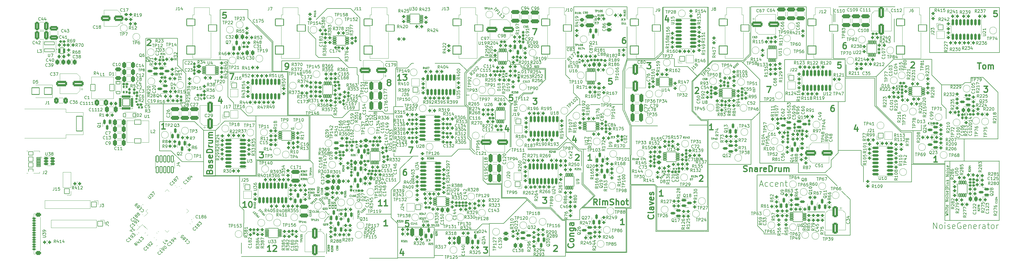
<source format=gto>
G04 #@! TF.GenerationSoftware,KiCad,Pcbnew,(6.0.10)*
G04 #@! TF.CreationDate,2024-12-09T21:13:33+01:00*
G04 #@! TF.ProjectId,3_12_2024_MainBoardMCUwInstruments,335f3132-5f32-4303-9234-5f4d61696e42,rev?*
G04 #@! TF.SameCoordinates,Original*
G04 #@! TF.FileFunction,Legend,Top*
G04 #@! TF.FilePolarity,Positive*
%FSLAX46Y46*%
G04 Gerber Fmt 4.6, Leading zero omitted, Abs format (unit mm)*
G04 Created by KiCad (PCBNEW (6.0.10)) date 2024-12-09 21:13:33*
%MOMM*%
%LPD*%
G01*
G04 APERTURE LIST*
G04 Aperture macros list*
%AMRoundRect*
0 Rectangle with rounded corners*
0 $1 Rounding radius*
0 $2 $3 $4 $5 $6 $7 $8 $9 X,Y pos of 4 corners*
0 Add a 4 corners polygon primitive as box body*
4,1,4,$2,$3,$4,$5,$6,$7,$8,$9,$2,$3,0*
0 Add four circle primitives for the rounded corners*
1,1,$1+$1,$2,$3*
1,1,$1+$1,$4,$5*
1,1,$1+$1,$6,$7*
1,1,$1+$1,$8,$9*
0 Add four rect primitives between the rounded corners*
20,1,$1+$1,$2,$3,$4,$5,0*
20,1,$1+$1,$4,$5,$6,$7,0*
20,1,$1+$1,$6,$7,$8,$9,0*
20,1,$1+$1,$8,$9,$2,$3,0*%
G04 Aperture macros list end*
%ADD10C,0.153000*%
%ADD11C,0.400000*%
%ADD12C,0.150000*%
%ADD13C,0.120000*%
%ADD14C,0.152400*%
%ADD15RoundRect,0.350000X-0.325000X-1.100000X0.325000X-1.100000X0.325000X1.100000X-0.325000X1.100000X0*%
%ADD16RoundRect,0.100000X-0.125000X0.180000X-0.125000X-0.180000X0.125000X-0.180000X0.125000X0.180000X0*%
%ADD17RoundRect,0.350000X-0.262500X-0.450000X0.262500X-0.450000X0.262500X0.450000X-0.262500X0.450000X0*%
%ADD18C,2.200000*%
%ADD19RoundRect,0.300000X-0.275000X0.200000X-0.275000X-0.200000X0.275000X-0.200000X0.275000X0.200000X0*%
%ADD20RoundRect,0.350000X-0.325000X-0.650000X0.325000X-0.650000X0.325000X0.650000X-0.325000X0.650000X0*%
%ADD21RoundRect,0.100000X-0.180000X-0.125000X0.180000X-0.125000X0.180000X0.125000X-0.180000X0.125000X0*%
%ADD22RoundRect,0.235000X-0.135000X-0.185000X0.135000X-0.185000X0.135000X0.185000X-0.135000X0.185000X0*%
%ADD23RoundRect,0.100000X0.125000X-0.180000X0.125000X0.180000X-0.125000X0.180000X-0.125000X-0.180000X0*%
%ADD24RoundRect,0.325000X-0.250000X0.225000X-0.250000X-0.225000X0.250000X-0.225000X0.250000X0.225000X0*%
%ADD25RoundRect,0.300000X0.275000X-0.200000X0.275000X0.200000X-0.275000X0.200000X-0.275000X-0.200000X0*%
%ADD26RoundRect,0.350000X-0.250000X-0.475000X0.250000X-0.475000X0.250000X0.475000X-0.250000X0.475000X0*%
%ADD27RoundRect,0.300000X-0.200000X-0.275000X0.200000X-0.275000X0.200000X0.275000X-0.200000X0.275000X0*%
%ADD28RoundRect,0.325000X-0.225000X-0.250000X0.225000X-0.250000X0.225000X0.250000X-0.225000X0.250000X0*%
%ADD29RoundRect,0.255000X0.212500X0.155000X-0.212500X0.155000X-0.212500X-0.155000X0.212500X-0.155000X0*%
%ADD30RoundRect,0.255000X0.155000X-0.212500X0.155000X0.212500X-0.155000X0.212500X-0.155000X-0.212500X0*%
%ADD31RoundRect,0.350000X1.100000X-0.325000X1.100000X0.325000X-1.100000X0.325000X-1.100000X-0.325000X0*%
%ADD32RoundRect,0.250000X0.587500X0.150000X-0.587500X0.150000X-0.587500X-0.150000X0.587500X-0.150000X0*%
%ADD33RoundRect,0.255000X-0.155000X0.212500X-0.155000X-0.212500X0.155000X-0.212500X0.155000X0.212500X0*%
%ADD34RoundRect,0.255000X-0.212500X-0.155000X0.212500X-0.155000X0.212500X0.155000X-0.212500X0.155000X0*%
%ADD35RoundRect,0.300000X0.200000X0.275000X-0.200000X0.275000X-0.200000X-0.275000X0.200000X-0.275000X0*%
%ADD36RoundRect,0.325000X0.250000X-0.225000X0.250000X0.225000X-0.250000X0.225000X-0.250000X-0.225000X0*%
%ADD37RoundRect,0.350000X1.100000X-0.412500X1.100000X0.412500X-1.100000X0.412500X-1.100000X-0.412500X0*%
%ADD38RoundRect,0.250000X-0.825000X-0.150000X0.825000X-0.150000X0.825000X0.150000X-0.825000X0.150000X0*%
%ADD39RoundRect,0.250000X0.825000X0.150000X-0.825000X0.150000X-0.825000X-0.150000X0.825000X-0.150000X0*%
%ADD40C,1.900000*%
%ADD41RoundRect,0.100000X-1.400000X-1.100000X1.400000X-1.100000X1.400000X1.100000X-1.400000X1.100000X0*%
%ADD42RoundRect,0.100000X-1.400000X-1.400000X1.400000X-1.400000X1.400000X1.400000X-1.400000X1.400000X0*%
%ADD43RoundRect,0.100000X-0.550000X-0.200000X0.550000X-0.200000X0.550000X0.200000X-0.550000X0.200000X0*%
%ADD44RoundRect,0.350000X-0.550000X1.500000X-0.550000X-1.500000X0.550000X-1.500000X0.550000X1.500000X0*%
%ADD45RoundRect,0.100000X0.180000X0.125000X-0.180000X0.125000X-0.180000X-0.125000X0.180000X-0.125000X0*%
%ADD46RoundRect,0.100000X0.850000X0.850000X-0.850000X0.850000X-0.850000X-0.850000X0.850000X-0.850000X0*%
%ADD47O,1.900000X1.900000*%
%ADD48RoundRect,0.255000X0.259862X-0.040659X-0.040659X0.259862X-0.259862X0.040659X0.040659X-0.259862X0*%
%ADD49RoundRect,0.250000X-0.150000X0.587500X-0.150000X-0.587500X0.150000X-0.587500X0.150000X0.587500X0*%
%ADD50RoundRect,0.350000X-0.475000X0.250000X-0.475000X-0.250000X0.475000X-0.250000X0.475000X0.250000X0*%
%ADD51RoundRect,0.350000X0.262500X0.450000X-0.262500X0.450000X-0.262500X-0.450000X0.262500X-0.450000X0*%
%ADD52RoundRect,0.100000X0.200000X-0.550000X0.200000X0.550000X-0.200000X0.550000X-0.200000X-0.550000X0*%
%ADD53RoundRect,0.225000X-0.425000X0.125000X-0.425000X-0.125000X0.425000X-0.125000X0.425000X0.125000X0*%
%ADD54RoundRect,0.350000X-0.600000X0.350000X-0.600000X-0.350000X0.600000X-0.350000X0.600000X0.350000X0*%
%ADD55RoundRect,0.350000X1.500000X0.550000X-1.500000X0.550000X-1.500000X-0.550000X1.500000X-0.550000X0*%
%ADD56RoundRect,0.350000X0.325000X0.650000X-0.325000X0.650000X-0.325000X-0.650000X0.325000X-0.650000X0*%
%ADD57RoundRect,0.250000X-0.587500X-0.150000X0.587500X-0.150000X0.587500X0.150000X-0.587500X0.150000X0*%
%ADD58RoundRect,0.250000X-0.150000X0.825000X-0.150000X-0.825000X0.150000X-0.825000X0.150000X0.825000X0*%
%ADD59RoundRect,0.350000X0.412500X1.100000X-0.412500X1.100000X-0.412500X-1.100000X0.412500X-1.100000X0*%
%ADD60RoundRect,0.250000X0.150000X-0.587500X0.150000X0.587500X-0.150000X0.587500X-0.150000X-0.587500X0*%
%ADD61RoundRect,0.350000X0.250000X0.475000X-0.250000X0.475000X-0.250000X-0.475000X0.250000X-0.475000X0*%
%ADD62RoundRect,0.100000X-0.850000X-0.850000X0.850000X-0.850000X0.850000X0.850000X-0.850000X0.850000X0*%
%ADD63RoundRect,0.100000X-0.200000X0.550000X-0.200000X-0.550000X0.200000X-0.550000X0.200000X0.550000X0*%
%ADD64RoundRect,0.325000X-0.017678X0.335876X-0.335876X0.017678X0.017678X-0.335876X0.335876X-0.017678X0*%
%ADD65RoundRect,0.350000X0.325000X1.100000X-0.325000X1.100000X-0.325000X-1.100000X0.325000X-1.100000X0*%
%ADD66RoundRect,0.350000X-0.337500X-0.475000X0.337500X-0.475000X0.337500X0.475000X-0.337500X0.475000X0*%
%ADD67RoundRect,0.350000X-1.100000X0.325000X-1.100000X-0.325000X1.100000X-0.325000X1.100000X0.325000X0*%
%ADD68RoundRect,0.100000X-0.600000X0.450000X-0.600000X-0.450000X0.600000X-0.450000X0.600000X0.450000X0*%
%ADD69RoundRect,0.100000X-0.850000X0.850000X-0.850000X-0.850000X0.850000X-0.850000X0.850000X0.850000X0*%
%ADD70RoundRect,0.100000X0.850000X-0.850000X0.850000X0.850000X-0.850000X0.850000X-0.850000X-0.850000X0*%
%ADD71RoundRect,0.350000X-0.412500X-0.650000X0.412500X-0.650000X0.412500X0.650000X-0.412500X0.650000X0*%
%ADD72RoundRect,0.100000X-0.355600X-0.114300X0.355600X-0.114300X0.355600X0.114300X-0.355600X0.114300X0*%
%ADD73RoundRect,0.250000X-0.512500X-0.150000X0.512500X-0.150000X0.512500X0.150000X-0.512500X0.150000X0*%
%ADD74RoundRect,0.100000X-0.750000X-1.100000X0.750000X-1.100000X0.750000X1.100000X-0.750000X1.100000X0*%
%ADD75RoundRect,0.255000X-0.259862X0.040659X0.040659X-0.259862X0.259862X-0.040659X-0.040659X0.259862X0*%
%ADD76RoundRect,0.100000X-1.100000X0.750000X-1.100000X-0.750000X1.100000X-0.750000X1.100000X0.750000X0*%
%ADD77RoundRect,0.235000X0.135000X0.185000X-0.135000X0.185000X-0.135000X-0.185000X0.135000X-0.185000X0*%
%ADD78RoundRect,0.100000X1.700000X-0.490000X1.700000X0.490000X-1.700000X0.490000X-1.700000X-0.490000X0*%
%ADD79RoundRect,0.350000X0.475000X-0.250000X0.475000X0.250000X-0.475000X0.250000X-0.475000X-0.250000X0*%
%ADD80RoundRect,0.255000X-0.040659X-0.259862X0.259862X0.040659X0.040659X0.259862X-0.259862X-0.040659X0*%
%ADD81RoundRect,0.100000X0.550000X0.200000X-0.550000X0.200000X-0.550000X-0.200000X0.550000X-0.200000X0*%
%ADD82RoundRect,0.325000X0.225000X0.250000X-0.225000X0.250000X-0.225000X-0.250000X0.225000X-0.250000X0*%
%ADD83RoundRect,0.350000X0.550000X-1.500000X0.550000X1.500000X-0.550000X1.500000X-0.550000X-1.500000X0*%
%ADD84RoundRect,0.350000X-0.650000X0.325000X-0.650000X-0.325000X0.650000X-0.325000X0.650000X0.325000X0*%
%ADD85RoundRect,0.235000X-0.185000X0.135000X-0.185000X-0.135000X0.185000X-0.135000X0.185000X0.135000X0*%
%ADD86RoundRect,0.325000X-0.335876X-0.017678X-0.017678X-0.335876X0.335876X0.017678X0.017678X0.335876X0*%
%ADD87RoundRect,0.255000X0.040659X0.259862X-0.259862X-0.040659X-0.040659X-0.259862X0.259862X0.040659X0*%
%ADD88RoundRect,0.350000X-1.500000X-0.550000X1.500000X-0.550000X1.500000X0.550000X-1.500000X0.550000X0*%
%ADD89RoundRect,0.100000X0.375000X-1.050000X0.375000X1.050000X-0.375000X1.050000X-0.375000X-1.050000X0*%
%ADD90RoundRect,0.350000X-0.450000X0.262500X-0.450000X-0.262500X0.450000X-0.262500X0.450000X0.262500X0*%
%ADD91RoundRect,0.250000X0.150000X-0.825000X0.150000X0.825000X-0.150000X0.825000X-0.150000X-0.825000X0*%
%ADD92RoundRect,0.100000X0.450000X0.600000X-0.450000X0.600000X-0.450000X-0.600000X0.450000X-0.600000X0*%
%ADD93RoundRect,0.350000X0.450000X-0.262500X0.450000X0.262500X-0.450000X0.262500X-0.450000X-0.262500X0*%
%ADD94RoundRect,0.350000X-0.159099X0.512652X-0.512652X0.159099X0.159099X-0.512652X0.512652X-0.159099X0*%
%ADD95RoundRect,0.100000X1.250000X1.150000X-1.250000X1.150000X-1.250000X-1.150000X1.250000X-1.150000X0*%
%ADD96RoundRect,0.350000X0.337500X0.475000X-0.337500X0.475000X-0.337500X-0.475000X0.337500X-0.475000X0*%
%ADD97RoundRect,0.300000X0.053033X-0.335876X0.335876X-0.053033X-0.053033X0.335876X-0.335876X0.053033X0*%
%ADD98RoundRect,0.100000X-0.675000X0.200000X-0.675000X-0.200000X0.675000X-0.200000X0.675000X0.200000X0*%
%ADD99O,1.750000X1.090000*%
%ADD100RoundRect,0.100000X-0.775000X0.750000X-0.775000X-0.750000X0.775000X-0.750000X0.775000X0.750000X0*%
%ADD101O,1.150000X1.450000*%
%ADD102RoundRect,0.100000X-0.775000X0.600000X-0.775000X-0.600000X0.775000X-0.600000X0.775000X0.600000X0*%
%ADD103RoundRect,0.247500X0.017678X-0.226274X0.226274X-0.017678X-0.017678X0.226274X-0.226274X0.017678X0*%
%ADD104RoundRect,0.100000X-1.010000X-2.510000X1.010000X-2.510000X1.010000X2.510000X-1.010000X2.510000X0*%
%ADD105O,2.220000X5.220000*%
%ADD106RoundRect,0.350000X1.250000X0.550000X-1.250000X0.550000X-1.250000X-0.550000X1.250000X-0.550000X0*%
%ADD107RoundRect,0.325000X0.017678X-0.335876X0.335876X-0.017678X-0.017678X0.335876X-0.335876X0.017678X0*%
%ADD108RoundRect,0.162500X-0.325000X-0.062500X0.325000X-0.062500X0.325000X0.062500X-0.325000X0.062500X0*%
%ADD109RoundRect,0.162500X-0.062500X-0.325000X0.062500X-0.325000X0.062500X0.325000X-0.062500X0.325000X0*%
%ADD110RoundRect,0.100000X-1.225000X-1.225000X1.225000X-1.225000X1.225000X1.225000X-1.225000X1.225000X0*%
%ADD111RoundRect,0.175000X-0.441942X-0.548008X0.548008X0.441942X0.441942X0.548008X-0.548008X-0.441942X0*%
%ADD112RoundRect,0.175000X0.441942X-0.548008X0.548008X-0.441942X-0.441942X0.548008X-0.548008X0.441942X0*%
%ADD113RoundRect,0.100000X0.035355X0.601041X-0.601041X-0.035355X-0.035355X-0.601041X0.601041X0.035355X0*%
G04 APERTURE END LIST*
D10*
X250400000Y-145792500D02*
X259500000Y-145792500D01*
X239050000Y-191750000D02*
X235100000Y-187850000D01*
X159750000Y-160050000D02*
X159750000Y-162450000D01*
X201650000Y-186450000D02*
X201650000Y-178400000D01*
X196900000Y-161800000D02*
X195850000Y-160750000D01*
X308225000Y-180625000D02*
X308225000Y-183925000D01*
X346456000Y-181102000D02*
X357632000Y-181102000D01*
X291800000Y-143800000D02*
X289600000Y-146000000D01*
X163150000Y-212875000D02*
X172725000Y-212875000D01*
X208575000Y-201100000D02*
X216550000Y-193125000D01*
X107100000Y-184925000D02*
X111100000Y-184925000D01*
X317230000Y-205025000D02*
X325730000Y-205025000D01*
X364490000Y-153416000D02*
X366522000Y-153416000D01*
X215450000Y-157225000D02*
X218150000Y-157225000D01*
X93550000Y-160600000D02*
X93550000Y-166600000D01*
X324104000Y-145288000D02*
X320040000Y-145288000D01*
X130287500Y-145662500D02*
X130287500Y-145562500D01*
X275472500Y-165942500D02*
X272542500Y-163012500D01*
X277800000Y-127957500D02*
X277400000Y-127957500D01*
X112700000Y-145100000D02*
X112700000Y-144500000D01*
X277827500Y-188697500D02*
X277827500Y-203787500D01*
X364236000Y-172466000D02*
X364236000Y-179832000D01*
X292238750Y-166225000D02*
X292238750Y-166000000D01*
X115350000Y-149312500D02*
X115350000Y-149900000D01*
X232275000Y-127775000D02*
X232275000Y-141375000D01*
X251300000Y-188170000D02*
X251300000Y-168100000D01*
X96150000Y-176500000D02*
X92250000Y-176500000D01*
X146040000Y-144940000D02*
X152740000Y-144940000D01*
X222800000Y-148875000D02*
X222800000Y-148600000D01*
X206349600Y-144907000D02*
X201180000Y-144912500D01*
X112687500Y-142512500D02*
X112687500Y-142712500D01*
X195400000Y-160900000D02*
X196500000Y-162000000D01*
X262600000Y-143192500D02*
X262545000Y-127957500D01*
X177800000Y-178275000D02*
X179725000Y-178275000D01*
X292602500Y-165942500D02*
X275472500Y-165942500D01*
X251710000Y-176080000D02*
X251710000Y-177870000D01*
X277500000Y-203500000D02*
X260400000Y-203500000D01*
X317230000Y-203675000D02*
X317230000Y-205025000D01*
X277500000Y-188400000D02*
X277500000Y-194900000D01*
X114275000Y-166475000D02*
X114325000Y-166475000D01*
X303552500Y-159867500D02*
X295148000Y-159867500D01*
X99325000Y-160600000D02*
X99325000Y-160125000D01*
X159020000Y-150660000D02*
X159450000Y-151090000D01*
X239050000Y-191750000D02*
X234350000Y-196450000D01*
X130287500Y-149312500D02*
X130287500Y-149900000D01*
X143120000Y-179780000D02*
X144150000Y-180810000D01*
X159970000Y-145950000D02*
X160440000Y-145950000D01*
X262545000Y-127957500D02*
X277495000Y-127957500D01*
X232200000Y-156900000D02*
X234275000Y-158975000D01*
X295150000Y-180650000D02*
X295177500Y-159500000D01*
X122025000Y-164675000D02*
X119650000Y-162300000D01*
X259500000Y-145792500D02*
X260000000Y-145792500D01*
X135725000Y-164425000D02*
X135725000Y-149650000D01*
X260027500Y-188697500D02*
X259500000Y-188170000D01*
X277772500Y-168030000D02*
X277772500Y-166225000D01*
X357691000Y-179972000D02*
X376071000Y-179972000D01*
X197650000Y-175600000D02*
X197650000Y-172500000D01*
X342900000Y-169672000D02*
X349758000Y-169672000D01*
X159760000Y-162780000D02*
X159760000Y-162500000D01*
X279200000Y-146000000D02*
X278200000Y-147000000D01*
X208100000Y-192250000D02*
X208100000Y-181600000D01*
X320040000Y-145288000D02*
X320040000Y-144526000D01*
X202000000Y-144600000D02*
X201000000Y-144600000D01*
X201400000Y-201225000D02*
X203775000Y-201225000D01*
X170575000Y-199050000D02*
X170575000Y-189800000D01*
X98350000Y-147600000D02*
X101150000Y-150400000D01*
X259500000Y-188170000D02*
X251650000Y-188150000D01*
X193710000Y-146860000D02*
X196190000Y-149340000D01*
X216200000Y-192250000D02*
X208100000Y-192250000D01*
X294230000Y-195475000D02*
X294230000Y-196725000D01*
X334518000Y-161290000D02*
X342900000Y-169672000D01*
X325730000Y-192975000D02*
X322880000Y-190125000D01*
X250350000Y-127775000D02*
X232275000Y-127775000D01*
X279192500Y-146342500D02*
X289052000Y-146342500D01*
X216725000Y-175775000D02*
X226800000Y-175775000D01*
X100200000Y-149000000D02*
X100200000Y-149200000D01*
X99325000Y-160600000D02*
X87550000Y-160600000D01*
X334010000Y-151892000D02*
X334010000Y-161290000D01*
X195850000Y-153750000D02*
X195850000Y-150300000D01*
X289700000Y-146400000D02*
X289400000Y-146700000D01*
X101150000Y-151500000D02*
X101150000Y-160125000D01*
X311380000Y-197225000D02*
X317230000Y-197225000D01*
X228400000Y-200100000D02*
X229500000Y-200100000D01*
X270800000Y-148000000D02*
X266300000Y-148000000D01*
X214375000Y-158300000D02*
X215450000Y-157225000D01*
X100200000Y-149200000D02*
X100200000Y-149450000D01*
X171380000Y-161530000D02*
X174640000Y-161530000D01*
X142825000Y-164675000D02*
X142825000Y-165100000D01*
X93550000Y-166600000D02*
X104075000Y-166600000D01*
X321700000Y-177250000D02*
X319325000Y-179625000D01*
X234350000Y-199800000D02*
X228550000Y-199800000D01*
X135475000Y-164675000D02*
X122675000Y-164675000D01*
X233750000Y-160925000D02*
X234725000Y-160925000D01*
X159970000Y-141220000D02*
X159970000Y-145950000D01*
X249950000Y-195700000D02*
X246150000Y-195700000D01*
X211075000Y-161100000D02*
X211800000Y-160375000D01*
X370586000Y-151638000D02*
X375666000Y-156718000D01*
X203775000Y-212200000D02*
X203775000Y-201100000D01*
X172080000Y-161530000D02*
X172080000Y-148470000D01*
X149352000Y-198729600D02*
X148150000Y-200075000D01*
X198850000Y-176800000D02*
X197650000Y-175600000D01*
X357737000Y-200078000D02*
X357737000Y-198278000D01*
X111100000Y-184850000D02*
X111100000Y-169650000D01*
X250300000Y-145400000D02*
X259700000Y-145400000D01*
X195850000Y-160750000D02*
X195850000Y-153750000D01*
X104075000Y-166600000D02*
X107100000Y-169625000D01*
X229500000Y-210950000D02*
X250250000Y-210950000D01*
X294430000Y-198675000D02*
X294430000Y-201825000D01*
X143150000Y-179800000D02*
X125175000Y-179800000D01*
X251722500Y-168030000D02*
X249392500Y-162675000D01*
X185360000Y-146860000D02*
X193710000Y-146860000D01*
X342900000Y-145542000D02*
X341376000Y-145542000D01*
X172725000Y-201200000D02*
X170575000Y-199050000D01*
X291800000Y-136500000D02*
X291800000Y-143800000D01*
X173500000Y-186875000D02*
X173500000Y-182575000D01*
X171380000Y-162890000D02*
X171380000Y-161530000D01*
X232225000Y-154050000D02*
X232225000Y-156875000D01*
X115325000Y-158225000D02*
X115325000Y-149900000D01*
X260000000Y-145792500D02*
X262600000Y-143192500D01*
X249392500Y-149575000D02*
X250400000Y-145792500D01*
X172510000Y-146200000D02*
X172510000Y-148390000D01*
X171520000Y-178360000D02*
X177740000Y-178360000D01*
X250250000Y-210950000D02*
X250250000Y-196050000D01*
X229500000Y-210950000D02*
X229500000Y-212200000D01*
X202850000Y-187650000D02*
X201650000Y-186450000D01*
X330200000Y-187000000D02*
X330200000Y-181900000D01*
X294230000Y-196725000D02*
X294230000Y-197025000D01*
X232150000Y-162525000D02*
X233750000Y-160925000D01*
X130575000Y-139525000D02*
X125000000Y-133950000D01*
X277500000Y-168030000D02*
X277500000Y-181200000D01*
X317325000Y-183925000D02*
X308225000Y-183925000D01*
X99850000Y-180200000D02*
X96150000Y-176500000D01*
X195850000Y-150300000D02*
X198450000Y-147700000D01*
X234275000Y-158975000D02*
X234275000Y-160950000D01*
X199350000Y-203275000D02*
X201400000Y-201225000D01*
X234900000Y-176500000D02*
X233950000Y-176500000D01*
X310900000Y-145600000D02*
X310900000Y-127800000D01*
X159020000Y-148370000D02*
X159020000Y-150660000D01*
X143150000Y-179600000D02*
X143150000Y-164425000D01*
X100200000Y-145725000D02*
X100200000Y-149000000D01*
X143140000Y-164440000D02*
X150440000Y-164440000D01*
X172925000Y-187450000D02*
X173500000Y-186875000D01*
X101150000Y-150400000D02*
X101150000Y-151500000D01*
X251300000Y-188170000D02*
X251300000Y-192300000D01*
X277500000Y-197100000D02*
X277500000Y-203500000D01*
X224450000Y-195700000D02*
X219650000Y-195700000D01*
X103450000Y-180200000D02*
X99850000Y-180200000D01*
X193325000Y-175900000D02*
X197250000Y-175900000D01*
X251650000Y-188150000D02*
X251650000Y-192600000D01*
X239200000Y-191950000D02*
X235600000Y-195550000D01*
X334518000Y-151384000D02*
X334518000Y-161290000D01*
X218080000Y-148612500D02*
X215480000Y-148612500D01*
X150440000Y-164440000D02*
X151250000Y-165250000D01*
X227250000Y-176100000D02*
X216800000Y-176100000D01*
X229725000Y-171650000D02*
X229725000Y-164975000D01*
X330200000Y-181900000D02*
X329500000Y-181200000D01*
X235500000Y-187675000D02*
X235500000Y-175900000D01*
X182125000Y-178350000D02*
X190900000Y-178350000D01*
X277800000Y-127957500D02*
X277800000Y-147700000D01*
X303672500Y-145597500D02*
X303592500Y-145597500D01*
X122675000Y-164675000D02*
X122025000Y-164675000D01*
X376174000Y-143256000D02*
X376174000Y-128016000D01*
X170575000Y-197925000D02*
X161975000Y-197925000D01*
X303592500Y-145597500D02*
X324042500Y-145597500D01*
X329500000Y-176400000D02*
X321700000Y-176400000D01*
X168720000Y-146200000D02*
X172510000Y-146200000D01*
X99325000Y-160125000D02*
X101150000Y-160125000D01*
X308330000Y-203725000D02*
X308330000Y-202425000D01*
X156170000Y-148370000D02*
X159020000Y-148370000D01*
X356616000Y-154178000D02*
X356616000Y-160782000D01*
X213925000Y-158150000D02*
X215225000Y-156850000D01*
X215480000Y-148612500D02*
X214080000Y-147212500D01*
X124875000Y-184850000D02*
X111100000Y-184850000D01*
X172725000Y-212875000D02*
X172725000Y-212600000D01*
X277772500Y-188330000D02*
X277772500Y-188730000D01*
X304730000Y-184675000D02*
X294330000Y-184675000D01*
X133530000Y-149660000D02*
X133530000Y-146020000D01*
X203775000Y-201100000D02*
X208575000Y-201100000D01*
X119912000Y-212242400D02*
X148082000Y-212242400D01*
X294430000Y-201825000D02*
X296630000Y-204025000D01*
X260400000Y-203500000D02*
X260400000Y-188600000D01*
X266300000Y-148000000D02*
X266300000Y-145300000D01*
X107100000Y-180200000D02*
X107100000Y-184925000D01*
X177540000Y-146930000D02*
X178210000Y-146930000D01*
X320040000Y-128270000D02*
X320040000Y-132842000D01*
X145090000Y-143990000D02*
X146040000Y-144940000D01*
X366522000Y-151638000D02*
X370586000Y-151638000D01*
X246250000Y-195950000D02*
X249850000Y-195950000D01*
X88850000Y-138400000D02*
X87550000Y-138400000D01*
X130287500Y-149312500D02*
X130287500Y-145662500D01*
X152740000Y-144940000D02*
X156170000Y-148370000D01*
X219550000Y-196100000D02*
X224400000Y-196100000D01*
X250300000Y-141500000D02*
X239400000Y-141500000D01*
X231200000Y-173750000D02*
X229600000Y-173750000D01*
X346964000Y-180848000D02*
X357632000Y-180848000D01*
X197250000Y-176050000D02*
X198800000Y-177600000D01*
X130575000Y-149650000D02*
X130575000Y-139525000D01*
X294230000Y-184675000D02*
X294330000Y-184675000D01*
X262300000Y-142800000D02*
X262300000Y-128000000D01*
X277495000Y-127957500D02*
X277495000Y-128047500D01*
X249950000Y-195700000D02*
X251350000Y-195700000D01*
X260587500Y-188720000D02*
X259737500Y-187870000D01*
X112687500Y-128762500D02*
X112687500Y-128712500D01*
X250300000Y-141475000D02*
X250300000Y-134475000D01*
X359467000Y-189513000D02*
X359467000Y-179972000D01*
X358140000Y-162306000D02*
X358140000Y-165608000D01*
X125225000Y-179550000D02*
X124900000Y-179550000D01*
X185100000Y-203275000D02*
X199350000Y-203275000D01*
X357767000Y-189513000D02*
X359467000Y-189513000D01*
X251622500Y-187880000D02*
X258572500Y-187880000D01*
X210800000Y-175250000D02*
X210800000Y-160975000D01*
X237925000Y-160850000D02*
X241175000Y-160850000D01*
X124875000Y-166475000D02*
X124875000Y-184850000D01*
X324042500Y-159867500D02*
X303552500Y-159867500D01*
X259700000Y-145400000D02*
X262300000Y-142800000D01*
X218150000Y-156850000D02*
X218650000Y-156350000D01*
X135475000Y-149900000D02*
X135475000Y-164675000D01*
X200450000Y-157950000D02*
X208500000Y-157950000D01*
X248900000Y-162675000D02*
X248900000Y-149575000D01*
X87550000Y-160600000D02*
X87550000Y-138400000D01*
X197650000Y-172500000D02*
X196900000Y-171750000D01*
X207850000Y-187900000D02*
X207850000Y-192500000D01*
X229750000Y-199825000D02*
X229750000Y-210700000D01*
X250300000Y-145400000D02*
X250300000Y-141500000D01*
X356616000Y-154178000D02*
X363728000Y-154178000D01*
X145090000Y-138700000D02*
X145090000Y-143990000D01*
X302525000Y-180625000D02*
X308225000Y-180625000D01*
X296630000Y-204675000D02*
X300730000Y-204675000D01*
X356616000Y-160782000D02*
X358140000Y-162306000D01*
X259737500Y-187870000D02*
X258577500Y-187870000D01*
X292100000Y-127800000D02*
X292100000Y-144000000D01*
X359467000Y-189513000D02*
X359467000Y-200013000D01*
X203000000Y-187900000D02*
X207850000Y-187900000D01*
X117325000Y-162300000D02*
X117325000Y-160300000D01*
X148930000Y-128400000D02*
X156870000Y-128400000D01*
X198450000Y-147700000D02*
X201237500Y-144912500D01*
X229600000Y-173750000D02*
X227250000Y-176100000D01*
X249392500Y-162675000D02*
X249392500Y-149575000D01*
X376117000Y-179878000D02*
X376117000Y-200078000D01*
X92250000Y-176500000D02*
X92250000Y-166600000D01*
X124487500Y-134012500D02*
X130200000Y-139725000D01*
X289600000Y-146000000D02*
X279200000Y-146000000D01*
X376117000Y-200078000D02*
X357737000Y-200078000D01*
X222800000Y-152300000D02*
X222800000Y-148875000D01*
X125175000Y-185100000D02*
X107050000Y-185100000D01*
X303552500Y-159867500D02*
X303552500Y-145597500D01*
X245200000Y-160775000D02*
X248900000Y-160775000D01*
X196500000Y-162000000D02*
X196500000Y-172250000D01*
X229575000Y-150825000D02*
X231000000Y-152250000D01*
X222525000Y-152075000D02*
X222525000Y-148900000D01*
X185100000Y-212675000D02*
X172725000Y-212675000D01*
X145080000Y-138670000D02*
X142780000Y-136370000D01*
X142825000Y-179550000D02*
X142825000Y-165050000D01*
X274000000Y-151200000D02*
X270800000Y-148000000D01*
X210900000Y-175800000D02*
X209500000Y-177200000D01*
X302530000Y-204575000D02*
X303330000Y-204575000D01*
X234350000Y-196450000D02*
X234350000Y-199800000D01*
X277500000Y-181200000D02*
X277500000Y-188400000D01*
X190950000Y-178275000D02*
X193325000Y-175900000D01*
X272542500Y-152992500D02*
X279192500Y-146342500D01*
X235000000Y-195850000D02*
X243300000Y-195850000D01*
X207850000Y-192500000D02*
X215950000Y-192500000D01*
X292100000Y-144000000D02*
X289700000Y-146400000D01*
X346456000Y-187000000D02*
X332943200Y-187071000D01*
X317630000Y-184675000D02*
X304730000Y-184675000D01*
X168440000Y-163980000D02*
X171380000Y-163980000D01*
X197250000Y-173000000D02*
X197250000Y-176050000D01*
X211075000Y-175200000D02*
X211075000Y-161100000D01*
X116100000Y-159075000D02*
X117325000Y-160300000D01*
X119650000Y-162300000D02*
X117325000Y-162300000D01*
X125175000Y-179800000D02*
X125175000Y-185100000D01*
X325730000Y-205025000D02*
X325730000Y-192975000D01*
X229575000Y-150150000D02*
X229575000Y-150825000D01*
X185100000Y-211950000D02*
X185100000Y-203275000D01*
X176000000Y-148470000D02*
X177540000Y-146930000D01*
X215300000Y-148900000D02*
X214350000Y-147950000D01*
X324042500Y-145597500D02*
X324042500Y-159457500D01*
X272200000Y-163100000D02*
X275400000Y-166300000D01*
X130200000Y-139725000D02*
X130325000Y-139850000D01*
X251650000Y-196000000D02*
X249850000Y-196000000D01*
X185100000Y-212675000D02*
X185100000Y-211950000D01*
X353314000Y-150876000D02*
X353314000Y-145542000D01*
X329500000Y-181200000D02*
X329500000Y-176400000D01*
X352552000Y-128524000D02*
X352552000Y-143256000D01*
X171520000Y-177310000D02*
X171520000Y-178360000D01*
X142825000Y-164675000D02*
X125225000Y-164675000D01*
X292602500Y-165942500D02*
X295148000Y-163397000D01*
X222525000Y-148900000D02*
X215300000Y-148900000D01*
X133530000Y-146020000D02*
X153740000Y-146020000D01*
X295148000Y-159258000D02*
X295148000Y-159512000D01*
X112687500Y-128762500D02*
X112687500Y-142512500D01*
X352552000Y-128016000D02*
X352552000Y-128524000D01*
X170575000Y-189800000D02*
X172925000Y-187450000D01*
X148728400Y-204514000D02*
X148705600Y-211233200D01*
X304980000Y-204475000D02*
X305280000Y-204475000D01*
X232550000Y-175100000D02*
X231200000Y-173750000D01*
X156870000Y-128400000D02*
X159970000Y-131500000D01*
X222800000Y-148600000D02*
X218150000Y-148600000D01*
X149352000Y-198120000D02*
X148285200Y-196951600D01*
X346456000Y-181102000D02*
X346456000Y-187000000D01*
X376174000Y-128016000D02*
X352552000Y-128016000D01*
X324104000Y-151892000D02*
X334010000Y-151892000D01*
X142490000Y-136080000D02*
X142490000Y-134280000D01*
X251300000Y-168100000D02*
X248900000Y-162675000D01*
X196500000Y-172250000D02*
X197250000Y-173000000D01*
X296630000Y-204025000D02*
X296630000Y-204675000D01*
X151250000Y-165250000D02*
X154060000Y-165250000D01*
X100200000Y-145725000D02*
X115350000Y-145725000D01*
X356616000Y-154178000D02*
X353314000Y-150876000D01*
X353314000Y-145542000D02*
X342900000Y-145542000D01*
X228550000Y-199800000D02*
X224450000Y-195700000D01*
X275450000Y-166300000D02*
X277500000Y-166300000D01*
X334518000Y-151384000D02*
X324358000Y-151384000D01*
X112700000Y-145100000D02*
X112700000Y-145725000D01*
X266300000Y-145300000D02*
X260500000Y-145300000D01*
X154060000Y-165250000D02*
X156530000Y-162780000D01*
X239200000Y-191950000D02*
X239500000Y-191650000D01*
X229575000Y-145725000D02*
X229575000Y-150150000D01*
X320040000Y-136906000D02*
X320040000Y-144526000D01*
X145250000Y-132080000D02*
X148930000Y-128400000D01*
X219650000Y-195700000D02*
X216200000Y-192250000D01*
X226800000Y-175775000D02*
X230350000Y-172225000D01*
X210880000Y-146512500D02*
X210261200Y-145872200D01*
X172725000Y-202950000D02*
X172725000Y-201200000D01*
X162960000Y-163130000D02*
X167590000Y-163130000D01*
X357737000Y-198278000D02*
X357737000Y-180078000D01*
X249950000Y-210700000D02*
X249950000Y-196000000D01*
X135725000Y-149650000D02*
X130575000Y-149650000D01*
X234900000Y-181600000D02*
X234900000Y-176500000D01*
X124875000Y-166475000D02*
X124875000Y-164675000D01*
X167590000Y-163130000D02*
X168440000Y-163980000D01*
X294230000Y-195175000D02*
X294230000Y-195475000D01*
X319325000Y-179625000D02*
X319325000Y-181925000D01*
X111100000Y-169650000D02*
X114275000Y-166475000D01*
X214080000Y-147212500D02*
X210880000Y-147212500D01*
X243550000Y-175800000D02*
X251275000Y-175800000D01*
X349758000Y-169672000D02*
X349758000Y-167640000D01*
X277832500Y-203797500D02*
X276522500Y-203797500D01*
X251622500Y-177880000D02*
X251622500Y-187880000D01*
X272200000Y-153000000D02*
X272200000Y-163100000D01*
X172080000Y-148470000D02*
X176000000Y-148470000D01*
X229725000Y-164975000D02*
X232150000Y-162550000D01*
X183360000Y-161390000D02*
X195790000Y-161390000D01*
X195900000Y-157650000D02*
X197000000Y-157650000D01*
X148150000Y-200075000D02*
X148132800Y-200609200D01*
X324042500Y-159457500D02*
X324042500Y-159867500D01*
X232700000Y-141400000D02*
X229819200Y-141400000D01*
X346456000Y-170180000D02*
X346456000Y-181102000D01*
X235500000Y-175900000D02*
X236500000Y-175900000D01*
X119940000Y-207610000D02*
X119940000Y-211240000D01*
X292238750Y-166225000D02*
X292238750Y-181135000D01*
X115350000Y-149312500D02*
X115350000Y-145725000D01*
X142780000Y-136370000D02*
X142490000Y-136080000D01*
X143150000Y-164425000D02*
X135725000Y-164425000D01*
X271348200Y-167792400D02*
X277469600Y-167792400D01*
X193575000Y-212200000D02*
X193350000Y-212200000D01*
X124487500Y-134012500D02*
X122087500Y-131612500D01*
X291800000Y-127800000D02*
X291800000Y-133400000D01*
X210800000Y-160975000D02*
X211450000Y-160325000D01*
X243300000Y-195550000D02*
X235300000Y-195550000D01*
X159450000Y-151090000D02*
X159450000Y-154020000D01*
X159970000Y-131500000D02*
X159970000Y-141220000D01*
X278200000Y-147000000D02*
X272200000Y-153000000D01*
X208050000Y-187650000D02*
X202850000Y-187650000D01*
X289052000Y-146342500D02*
X295148000Y-152400000D01*
X185105100Y-202387200D02*
X185100000Y-203375000D01*
X88850000Y-138400000D02*
X98350000Y-138400000D01*
X224400000Y-196100000D02*
X228400000Y-200100000D01*
X172730100Y-202387200D02*
X185105100Y-202387200D01*
X173500000Y-182575000D02*
X177800000Y-178275000D01*
X203775000Y-212200000D02*
X193575000Y-212200000D01*
X276507500Y-203797500D02*
X260027500Y-203797500D01*
X233300000Y-210700000D02*
X229750000Y-210700000D01*
X375666000Y-172466000D02*
X361950000Y-172466000D01*
X324358000Y-151384000D02*
X324358000Y-147320000D01*
X260027500Y-203797500D02*
X260027500Y-188697500D01*
X114325000Y-166475000D02*
X124875000Y-166475000D01*
X341376000Y-145542000D02*
X340360000Y-145542000D01*
X208550000Y-157950000D02*
X211150000Y-160550000D01*
X233975000Y-175900000D02*
X229725000Y-171650000D01*
X98350000Y-138400000D02*
X98350000Y-147600000D01*
X272542500Y-163012500D02*
X272542500Y-152992500D01*
X125225000Y-179550000D02*
X142825000Y-179550000D01*
X277500000Y-166300000D02*
X277500000Y-167600000D01*
X321700000Y-159900000D02*
X321700000Y-176125000D01*
X340614000Y-131826000D02*
X340614000Y-139700000D01*
X248900000Y-149575000D02*
X250300000Y-145400000D01*
X235100000Y-187850000D02*
X235100000Y-183800000D01*
X130287500Y-145562500D02*
X130287500Y-139850000D01*
X196900000Y-171750000D02*
X196900000Y-161800000D01*
X250350000Y-131975000D02*
X250350000Y-127775000D01*
X215225000Y-156850000D02*
X218150000Y-156850000D01*
X340360000Y-145542000D02*
X334518000Y-151384000D01*
X220525000Y-154575000D02*
X222800000Y-152300000D01*
X122087500Y-128712500D02*
X112687500Y-128712500D01*
X233950000Y-176500000D02*
X232550000Y-175100000D01*
X251350000Y-195700000D02*
X251350000Y-192350000D01*
X321818000Y-127762000D02*
X340868000Y-127762000D01*
X321330000Y-188375000D02*
X317880000Y-184925000D01*
X215950000Y-192500000D02*
X219550000Y-196100000D01*
X260680200Y-168097200D02*
X251722500Y-168097200D01*
X116100000Y-159075000D02*
X115325000Y-158225000D01*
X363728000Y-154178000D02*
X364490000Y-153416000D01*
X346964000Y-169672000D02*
X346964000Y-180848000D01*
X188150000Y-211950000D02*
X185100000Y-211950000D01*
X300125000Y-180625000D02*
X302525000Y-180625000D01*
X218150000Y-157225000D02*
X218650000Y-156725000D01*
X317880000Y-184925000D02*
X317630000Y-184675000D01*
X120800000Y-200920000D02*
X120800000Y-196640000D01*
X156530000Y-162780000D02*
X159060000Y-162780000D01*
X319325000Y-181925000D02*
X317325000Y-183925000D01*
X262545000Y-127957500D02*
X262300000Y-127957500D01*
X277500000Y-167600000D02*
X277500000Y-168030000D01*
X277772500Y-166225000D02*
X277772500Y-166000000D01*
X334010000Y-161290000D02*
X342900000Y-170180000D01*
X122087500Y-131612500D02*
X122087500Y-128712500D01*
X239450000Y-191650000D02*
X235500000Y-187675000D01*
X310900000Y-127800000D02*
X292100000Y-127800000D01*
X277772500Y-188330000D02*
X277772500Y-168030000D01*
X229500000Y-212200000D02*
X203775000Y-212200000D01*
X92250000Y-166600000D02*
X103450000Y-166600000D01*
X119350000Y-195190000D02*
X119350000Y-185130000D01*
X195400000Y-152300000D02*
X195400000Y-160900000D01*
X210880000Y-147212500D02*
X210880000Y-146512500D01*
X107100000Y-169625000D02*
X111100000Y-169625000D01*
X111100000Y-169625000D02*
X111100000Y-169650000D01*
X366522000Y-153416000D02*
X366522000Y-151638000D01*
X352552000Y-143256000D02*
X376174000Y-143256000D01*
X120800000Y-196640000D02*
X119350000Y-195190000D01*
X251650000Y-192600000D02*
X251650000Y-196000000D01*
X229500000Y-200100000D02*
X229500000Y-210950000D01*
X342900000Y-170180000D02*
X346456000Y-170180000D01*
X103450000Y-180200000D02*
X107100000Y-180200000D01*
X320548000Y-130048000D02*
X320548000Y-132842000D01*
X120710000Y-200940000D02*
X120710000Y-205310000D01*
X295150000Y-180650000D02*
X300125000Y-180650000D01*
X107100000Y-169625000D02*
X107100000Y-180200000D01*
X375666000Y-156718000D02*
X375666000Y-172466000D01*
X294230000Y-184675000D02*
X294230000Y-195175000D01*
X159060000Y-162780000D02*
X159760000Y-162780000D01*
X143150000Y-179625000D02*
X143150000Y-179800000D01*
X292238750Y-181135000D02*
X277876000Y-181135000D01*
X277500000Y-146300000D02*
X277500000Y-147700000D01*
X233300000Y-210700000D02*
X249950000Y-210700000D01*
X235525000Y-175900000D02*
X233975000Y-175900000D01*
X172725000Y-212675000D02*
X172725000Y-202950000D01*
X144150000Y-180810000D02*
X144150000Y-185330000D01*
X295148000Y-159258000D02*
X295148000Y-152400000D01*
X321700000Y-176125000D02*
X321700000Y-177250000D01*
X201000000Y-144600000D02*
X195400000Y-150200000D01*
X277505000Y-128027500D02*
X277500000Y-146300000D01*
X171380000Y-163020000D02*
X171380000Y-172600000D01*
X115325000Y-149900000D02*
X135475000Y-149900000D01*
X195400000Y-150200000D02*
X195400000Y-152300000D01*
X260622500Y-188730000D02*
X277500000Y-188730000D01*
X376117000Y-179978000D02*
X376117000Y-179878000D01*
X251722500Y-168030000D02*
X251722500Y-176080000D01*
D11*
X355155428Y-180228761D02*
X354012571Y-180228761D01*
X354584000Y-180228761D02*
X354584000Y-178228761D01*
X354393523Y-178514476D01*
X354203047Y-178704952D01*
X354012571Y-178800190D01*
X218535333Y-158670761D02*
X219773428Y-158670761D01*
X219106761Y-159432666D01*
X219392476Y-159432666D01*
X219582952Y-159527904D01*
X219678190Y-159623142D01*
X219773428Y-159813619D01*
X219773428Y-160289809D01*
X219678190Y-160480285D01*
X219582952Y-160575523D01*
X219392476Y-160670761D01*
X218821047Y-160670761D01*
X218630571Y-160575523D01*
X218535333Y-160480285D01*
X324230952Y-139874761D02*
X323850000Y-139874761D01*
X323659523Y-139970000D01*
X323564285Y-140065238D01*
X323373809Y-140350952D01*
X323278571Y-140731904D01*
X323278571Y-141493809D01*
X323373809Y-141684285D01*
X323469047Y-141779523D01*
X323659523Y-141874761D01*
X324040476Y-141874761D01*
X324230952Y-141779523D01*
X324326190Y-141684285D01*
X324421428Y-141493809D01*
X324421428Y-141017619D01*
X324326190Y-140827142D01*
X324230952Y-140731904D01*
X324040476Y-140636666D01*
X323659523Y-140636666D01*
X323469047Y-140731904D01*
X323373809Y-140827142D01*
X323278571Y-141017619D01*
X320130952Y-161129761D02*
X319750000Y-161129761D01*
X319559523Y-161225000D01*
X319464285Y-161320238D01*
X319273809Y-161605952D01*
X319178571Y-161986904D01*
X319178571Y-162748809D01*
X319273809Y-162939285D01*
X319369047Y-163034523D01*
X319559523Y-163129761D01*
X319940476Y-163129761D01*
X320130952Y-163034523D01*
X320226190Y-162939285D01*
X320321428Y-162748809D01*
X320321428Y-162272619D01*
X320226190Y-162082142D01*
X320130952Y-161986904D01*
X319940476Y-161891666D01*
X319559523Y-161891666D01*
X319369047Y-161986904D01*
X319273809Y-162082142D01*
X319178571Y-162272619D01*
D10*
X357919380Y-198474904D02*
X358919380Y-198236809D01*
X358205095Y-198046333D01*
X358919380Y-197855857D01*
X357919380Y-197617761D01*
X358919380Y-197236809D02*
X357919380Y-197236809D01*
X358919380Y-196808238D02*
X358395571Y-196808238D01*
X358300333Y-196855857D01*
X358252714Y-196951095D01*
X358252714Y-197093952D01*
X358300333Y-197189190D01*
X358347952Y-197236809D01*
X358919380Y-196332047D02*
X358252714Y-196332047D01*
X357919380Y-196332047D02*
X357967000Y-196379666D01*
X358014619Y-196332047D01*
X357967000Y-196284428D01*
X357919380Y-196332047D01*
X358014619Y-196332047D01*
X358252714Y-195998714D02*
X358252714Y-195617761D01*
X357919380Y-195855857D02*
X358776523Y-195855857D01*
X358871761Y-195808238D01*
X358919380Y-195713000D01*
X358919380Y-195617761D01*
X358871761Y-194903476D02*
X358919380Y-194998714D01*
X358919380Y-195189190D01*
X358871761Y-195284428D01*
X358776523Y-195332047D01*
X358395571Y-195332047D01*
X358300333Y-195284428D01*
X358252714Y-195189190D01*
X358252714Y-194998714D01*
X358300333Y-194903476D01*
X358395571Y-194855857D01*
X358490809Y-194855857D01*
X358586047Y-195332047D01*
X358919380Y-193665380D02*
X357919380Y-193665380D01*
X358919380Y-193093952D01*
X357919380Y-193093952D01*
X358919380Y-192474904D02*
X358871761Y-192570142D01*
X358824142Y-192617761D01*
X358728904Y-192665380D01*
X358443190Y-192665380D01*
X358347952Y-192617761D01*
X358300333Y-192570142D01*
X358252714Y-192474904D01*
X358252714Y-192332047D01*
X358300333Y-192236809D01*
X358347952Y-192189190D01*
X358443190Y-192141571D01*
X358728904Y-192141571D01*
X358824142Y-192189190D01*
X358871761Y-192236809D01*
X358919380Y-192332047D01*
X358919380Y-192474904D01*
X358919380Y-191713000D02*
X358252714Y-191713000D01*
X357919380Y-191713000D02*
X357967000Y-191760619D01*
X358014619Y-191713000D01*
X357967000Y-191665380D01*
X357919380Y-191713000D01*
X358014619Y-191713000D01*
X358871761Y-191284428D02*
X358919380Y-191189190D01*
X358919380Y-190998714D01*
X358871761Y-190903476D01*
X358776523Y-190855857D01*
X358728904Y-190855857D01*
X358633666Y-190903476D01*
X358586047Y-190998714D01*
X358586047Y-191141571D01*
X358538428Y-191236809D01*
X358443190Y-191284428D01*
X358395571Y-191284428D01*
X358300333Y-191236809D01*
X358252714Y-191141571D01*
X358252714Y-190998714D01*
X358300333Y-190903476D01*
X358871761Y-190046333D02*
X358919380Y-190141571D01*
X358919380Y-190332047D01*
X358871761Y-190427285D01*
X358776523Y-190474904D01*
X358395571Y-190474904D01*
X358300333Y-190427285D01*
X358252714Y-190332047D01*
X358252714Y-190141571D01*
X358300333Y-190046333D01*
X358395571Y-189998714D01*
X358490809Y-189998714D01*
X358586047Y-190474904D01*
D11*
X257033333Y-146679761D02*
X258271428Y-146679761D01*
X257604761Y-147441666D01*
X257890476Y-147441666D01*
X258080952Y-147536904D01*
X258176190Y-147632142D01*
X258271428Y-147822619D01*
X258271428Y-148298809D01*
X258176190Y-148489285D01*
X258080952Y-148584523D01*
X257890476Y-148679761D01*
X257319047Y-148679761D01*
X257128571Y-148584523D01*
X257033333Y-148489285D01*
X264105952Y-131471428D02*
X264105952Y-132804761D01*
X263629761Y-130709523D02*
X263153571Y-132138095D01*
X264391666Y-132138095D01*
X346288571Y-146585238D02*
X346383809Y-146490000D01*
X346574285Y-146394761D01*
X347050476Y-146394761D01*
X347240952Y-146490000D01*
X347336190Y-146585238D01*
X347431428Y-146775714D01*
X347431428Y-146966190D01*
X347336190Y-147251904D01*
X346193333Y-148394761D01*
X347431428Y-148394761D01*
X289685714Y-183409523D02*
X289971428Y-183504761D01*
X290447619Y-183504761D01*
X290638095Y-183409523D01*
X290733333Y-183314285D01*
X290828571Y-183123809D01*
X290828571Y-182933333D01*
X290733333Y-182742857D01*
X290638095Y-182647619D01*
X290447619Y-182552380D01*
X290066666Y-182457142D01*
X289876190Y-182361904D01*
X289780952Y-182266666D01*
X289685714Y-182076190D01*
X289685714Y-181885714D01*
X289780952Y-181695238D01*
X289876190Y-181600000D01*
X290066666Y-181504761D01*
X290542857Y-181504761D01*
X290828571Y-181600000D01*
X291685714Y-182171428D02*
X291685714Y-183504761D01*
X291685714Y-182361904D02*
X291780952Y-182266666D01*
X291971428Y-182171428D01*
X292257142Y-182171428D01*
X292447619Y-182266666D01*
X292542857Y-182457142D01*
X292542857Y-183504761D01*
X294352380Y-183504761D02*
X294352380Y-182457142D01*
X294257142Y-182266666D01*
X294066666Y-182171428D01*
X293685714Y-182171428D01*
X293495238Y-182266666D01*
X294352380Y-183409523D02*
X294161904Y-183504761D01*
X293685714Y-183504761D01*
X293495238Y-183409523D01*
X293400000Y-183219047D01*
X293400000Y-183028571D01*
X293495238Y-182838095D01*
X293685714Y-182742857D01*
X294161904Y-182742857D01*
X294352380Y-182647619D01*
X295304761Y-183504761D02*
X295304761Y-182171428D01*
X295304761Y-182552380D02*
X295400000Y-182361904D01*
X295495238Y-182266666D01*
X295685714Y-182171428D01*
X295876190Y-182171428D01*
X297304761Y-183409523D02*
X297114285Y-183504761D01*
X296733333Y-183504761D01*
X296542857Y-183409523D01*
X296447619Y-183219047D01*
X296447619Y-182457142D01*
X296542857Y-182266666D01*
X296733333Y-182171428D01*
X297114285Y-182171428D01*
X297304761Y-182266666D01*
X297400000Y-182457142D01*
X297400000Y-182647619D01*
X296447619Y-182838095D01*
X298257142Y-183504761D02*
X298257142Y-181504761D01*
X298733333Y-181504761D01*
X299019047Y-181600000D01*
X299209523Y-181790476D01*
X299304761Y-181980952D01*
X299400000Y-182361904D01*
X299400000Y-182647619D01*
X299304761Y-183028571D01*
X299209523Y-183219047D01*
X299019047Y-183409523D01*
X298733333Y-183504761D01*
X298257142Y-183504761D01*
X300257142Y-183504761D02*
X300257142Y-182171428D01*
X300257142Y-182552380D02*
X300352380Y-182361904D01*
X300447619Y-182266666D01*
X300638095Y-182171428D01*
X300828571Y-182171428D01*
X302352380Y-182171428D02*
X302352380Y-183504761D01*
X301495238Y-182171428D02*
X301495238Y-183219047D01*
X301590476Y-183409523D01*
X301780952Y-183504761D01*
X302066666Y-183504761D01*
X302257142Y-183409523D01*
X302352380Y-183314285D01*
X303304761Y-183504761D02*
X303304761Y-182171428D01*
X303304761Y-182361904D02*
X303400000Y-182266666D01*
X303590476Y-182171428D01*
X303876190Y-182171428D01*
X304066666Y-182266666D01*
X304161904Y-182457142D01*
X304161904Y-183504761D01*
X304161904Y-182457142D02*
X304257142Y-182266666D01*
X304447619Y-182171428D01*
X304733333Y-182171428D01*
X304923809Y-182266666D01*
X305019047Y-182457142D01*
X305019047Y-183504761D01*
X328080952Y-168471428D02*
X328080952Y-169804761D01*
X327604761Y-167709523D02*
X327128571Y-169138095D01*
X328366666Y-169138095D01*
X297558333Y-154704761D02*
X298891666Y-154704761D01*
X298034523Y-156704761D01*
X113105952Y-159046428D02*
X113105952Y-160379761D01*
X112629761Y-158284523D02*
X112153571Y-159713095D01*
X113391666Y-159713095D01*
X279340178Y-169359761D02*
X278197321Y-169359761D01*
X278768750Y-169359761D02*
X278768750Y-167359761D01*
X278578273Y-167645476D01*
X278387797Y-167835952D01*
X278197321Y-167931190D01*
X232064285Y-207950000D02*
X232159523Y-208045238D01*
X232254761Y-208330952D01*
X232254761Y-208521428D01*
X232159523Y-208807142D01*
X231969047Y-208997619D01*
X231778571Y-209092857D01*
X231397619Y-209188095D01*
X231111904Y-209188095D01*
X230730952Y-209092857D01*
X230540476Y-208997619D01*
X230350000Y-208807142D01*
X230254761Y-208521428D01*
X230254761Y-208330952D01*
X230350000Y-208045238D01*
X230445238Y-207950000D01*
X232254761Y-206807142D02*
X232159523Y-206997619D01*
X232064285Y-207092857D01*
X231873809Y-207188095D01*
X231302380Y-207188095D01*
X231111904Y-207092857D01*
X231016666Y-206997619D01*
X230921428Y-206807142D01*
X230921428Y-206521428D01*
X231016666Y-206330952D01*
X231111904Y-206235714D01*
X231302380Y-206140476D01*
X231873809Y-206140476D01*
X232064285Y-206235714D01*
X232159523Y-206330952D01*
X232254761Y-206521428D01*
X232254761Y-206807142D01*
X230921428Y-205283333D02*
X232254761Y-205283333D01*
X231111904Y-205283333D02*
X231016666Y-205188095D01*
X230921428Y-204997619D01*
X230921428Y-204711904D01*
X231016666Y-204521428D01*
X231207142Y-204426190D01*
X232254761Y-204426190D01*
X230921428Y-202616666D02*
X232540476Y-202616666D01*
X232730952Y-202711904D01*
X232826190Y-202807142D01*
X232921428Y-202997619D01*
X232921428Y-203283333D01*
X232826190Y-203473809D01*
X232159523Y-202616666D02*
X232254761Y-202807142D01*
X232254761Y-203188095D01*
X232159523Y-203378571D01*
X232064285Y-203473809D01*
X231873809Y-203569047D01*
X231302380Y-203569047D01*
X231111904Y-203473809D01*
X231016666Y-203378571D01*
X230921428Y-203188095D01*
X230921428Y-202807142D01*
X231016666Y-202616666D01*
X232254761Y-200807142D02*
X231207142Y-200807142D01*
X231016666Y-200902380D01*
X230921428Y-201092857D01*
X230921428Y-201473809D01*
X231016666Y-201664285D01*
X232159523Y-200807142D02*
X232254761Y-200997619D01*
X232254761Y-201473809D01*
X232159523Y-201664285D01*
X231969047Y-201759523D01*
X231778571Y-201759523D01*
X231588095Y-201664285D01*
X231492857Y-201473809D01*
X231492857Y-200997619D01*
X231397619Y-200807142D01*
X240176190Y-194754761D02*
X239509523Y-193802380D01*
X239033333Y-194754761D02*
X239033333Y-192754761D01*
X239795238Y-192754761D01*
X239985714Y-192850000D01*
X240080952Y-192945238D01*
X240176190Y-193135714D01*
X240176190Y-193421428D01*
X240080952Y-193611904D01*
X239985714Y-193707142D01*
X239795238Y-193802380D01*
X239033333Y-193802380D01*
X241033333Y-194754761D02*
X241033333Y-193421428D01*
X241033333Y-192754761D02*
X240938095Y-192850000D01*
X241033333Y-192945238D01*
X241128571Y-192850000D01*
X241033333Y-192754761D01*
X241033333Y-192945238D01*
X241985714Y-194754761D02*
X241985714Y-193421428D01*
X241985714Y-193611904D02*
X242080952Y-193516666D01*
X242271428Y-193421428D01*
X242557142Y-193421428D01*
X242747619Y-193516666D01*
X242842857Y-193707142D01*
X242842857Y-194754761D01*
X242842857Y-193707142D02*
X242938095Y-193516666D01*
X243128571Y-193421428D01*
X243414285Y-193421428D01*
X243604761Y-193516666D01*
X243700000Y-193707142D01*
X243700000Y-194754761D01*
X244557142Y-194659523D02*
X244842857Y-194754761D01*
X245319047Y-194754761D01*
X245509523Y-194659523D01*
X245604761Y-194564285D01*
X245700000Y-194373809D01*
X245700000Y-194183333D01*
X245604761Y-193992857D01*
X245509523Y-193897619D01*
X245319047Y-193802380D01*
X244938095Y-193707142D01*
X244747619Y-193611904D01*
X244652380Y-193516666D01*
X244557142Y-193326190D01*
X244557142Y-193135714D01*
X244652380Y-192945238D01*
X244747619Y-192850000D01*
X244938095Y-192754761D01*
X245414285Y-192754761D01*
X245700000Y-192850000D01*
X246557142Y-194754761D02*
X246557142Y-192754761D01*
X247414285Y-194754761D02*
X247414285Y-193707142D01*
X247319047Y-193516666D01*
X247128571Y-193421428D01*
X246842857Y-193421428D01*
X246652380Y-193516666D01*
X246557142Y-193611904D01*
X248652380Y-194754761D02*
X248461904Y-194659523D01*
X248366666Y-194564285D01*
X248271428Y-194373809D01*
X248271428Y-193802380D01*
X248366666Y-193611904D01*
X248461904Y-193516666D01*
X248652380Y-193421428D01*
X248938095Y-193421428D01*
X249128571Y-193516666D01*
X249223809Y-193611904D01*
X249319047Y-193802380D01*
X249319047Y-194373809D01*
X249223809Y-194564285D01*
X249128571Y-194659523D01*
X248938095Y-194754761D01*
X248652380Y-194754761D01*
X249890476Y-193421428D02*
X250652380Y-193421428D01*
X250176190Y-192754761D02*
X250176190Y-194469047D01*
X250271428Y-194659523D01*
X250461904Y-194754761D01*
X250652380Y-194754761D01*
X167394047Y-195079761D02*
X166251190Y-195079761D01*
X166822619Y-195079761D02*
X166822619Y-193079761D01*
X166632142Y-193365476D01*
X166441666Y-193555952D01*
X166251190Y-193651190D01*
X169298809Y-195079761D02*
X168155952Y-195079761D01*
X168727380Y-195079761D02*
X168727380Y-193079761D01*
X168536904Y-193365476D01*
X168346428Y-193555952D01*
X168155952Y-193651190D01*
X225516071Y-208645238D02*
X225611309Y-208550000D01*
X225801785Y-208454761D01*
X226277976Y-208454761D01*
X226468452Y-208550000D01*
X226563690Y-208645238D01*
X226658928Y-208835714D01*
X226658928Y-209026190D01*
X226563690Y-209311904D01*
X225420833Y-210454761D01*
X226658928Y-210454761D01*
X175555952Y-182754761D02*
X175175000Y-182754761D01*
X174984523Y-182850000D01*
X174889285Y-182945238D01*
X174698809Y-183230952D01*
X174603571Y-183611904D01*
X174603571Y-184373809D01*
X174698809Y-184564285D01*
X174794047Y-184659523D01*
X174984523Y-184754761D01*
X175365476Y-184754761D01*
X175555952Y-184659523D01*
X175651190Y-184564285D01*
X175746428Y-184373809D01*
X175746428Y-183897619D01*
X175651190Y-183707142D01*
X175555952Y-183611904D01*
X175365476Y-183516666D01*
X174984523Y-183516666D01*
X174794047Y-183611904D01*
X174698809Y-183707142D01*
X174603571Y-183897619D01*
X173859047Y-152614761D02*
X172716190Y-152614761D01*
X173287619Y-152614761D02*
X173287619Y-150614761D01*
X173097142Y-150900476D01*
X172906666Y-151090952D01*
X172716190Y-151186190D01*
X174525714Y-150614761D02*
X175763809Y-150614761D01*
X175097142Y-151376666D01*
X175382857Y-151376666D01*
X175573333Y-151471904D01*
X175668571Y-151567142D01*
X175763809Y-151757619D01*
X175763809Y-152233809D01*
X175668571Y-152424285D01*
X175573333Y-152519523D01*
X175382857Y-152614761D01*
X174811428Y-152614761D01*
X174620952Y-152519523D01*
X174525714Y-152424285D01*
X126058333Y-176854761D02*
X127296428Y-176854761D01*
X126629761Y-177616666D01*
X126915476Y-177616666D01*
X127105952Y-177711904D01*
X127201190Y-177807142D01*
X127296428Y-177997619D01*
X127296428Y-178473809D01*
X127201190Y-178664285D01*
X127105952Y-178759523D01*
X126915476Y-178854761D01*
X126344047Y-178854761D01*
X126153571Y-178759523D01*
X126058333Y-178664285D01*
X94121428Y-169104761D02*
X92978571Y-169104761D01*
X93550000Y-169104761D02*
X93550000Y-167104761D01*
X93359523Y-167390476D01*
X93169047Y-167580952D01*
X92978571Y-167676190D01*
X201808333Y-209079761D02*
X203046428Y-209079761D01*
X202379761Y-209841666D01*
X202665476Y-209841666D01*
X202855952Y-209936904D01*
X202951190Y-210032142D01*
X203046428Y-210222619D01*
X203046428Y-210698809D01*
X202951190Y-210889285D01*
X202855952Y-210984523D01*
X202665476Y-211079761D01*
X202094047Y-211079761D01*
X201903571Y-210984523D01*
X201808333Y-210889285D01*
X134869047Y-148845238D02*
X135250000Y-148845238D01*
X135440476Y-148750000D01*
X135535714Y-148654761D01*
X135726190Y-148369047D01*
X135821428Y-147988095D01*
X135821428Y-147226190D01*
X135726190Y-147035714D01*
X135630952Y-146940476D01*
X135440476Y-146845238D01*
X135059523Y-146845238D01*
X134869047Y-146940476D01*
X134773809Y-147035714D01*
X134678571Y-147226190D01*
X134678571Y-147702380D01*
X134773809Y-147892857D01*
X134869047Y-147988095D01*
X135059523Y-148083333D01*
X135440476Y-148083333D01*
X135630952Y-147988095D01*
X135726190Y-147892857D01*
X135821428Y-147702380D01*
X109082142Y-183535714D02*
X109177380Y-183250000D01*
X109272619Y-183154761D01*
X109463095Y-183059523D01*
X109748809Y-183059523D01*
X109939285Y-183154761D01*
X110034523Y-183250000D01*
X110129761Y-183440476D01*
X110129761Y-184202380D01*
X108129761Y-184202380D01*
X108129761Y-183535714D01*
X108225000Y-183345238D01*
X108320238Y-183250000D01*
X108510714Y-183154761D01*
X108701190Y-183154761D01*
X108891666Y-183250000D01*
X108986904Y-183345238D01*
X109082142Y-183535714D01*
X109082142Y-184202380D01*
X110129761Y-181345238D02*
X109082142Y-181345238D01*
X108891666Y-181440476D01*
X108796428Y-181630952D01*
X108796428Y-182011904D01*
X108891666Y-182202380D01*
X110034523Y-181345238D02*
X110129761Y-181535714D01*
X110129761Y-182011904D01*
X110034523Y-182202380D01*
X109844047Y-182297619D01*
X109653571Y-182297619D01*
X109463095Y-182202380D01*
X109367857Y-182011904D01*
X109367857Y-181535714D01*
X109272619Y-181345238D01*
X110034523Y-180488095D02*
X110129761Y-180297619D01*
X110129761Y-179916666D01*
X110034523Y-179726190D01*
X109844047Y-179630952D01*
X109748809Y-179630952D01*
X109558333Y-179726190D01*
X109463095Y-179916666D01*
X109463095Y-180202380D01*
X109367857Y-180392857D01*
X109177380Y-180488095D01*
X109082142Y-180488095D01*
X108891666Y-180392857D01*
X108796428Y-180202380D01*
X108796428Y-179916666D01*
X108891666Y-179726190D01*
X110034523Y-178011904D02*
X110129761Y-178202380D01*
X110129761Y-178583333D01*
X110034523Y-178773809D01*
X109844047Y-178869047D01*
X109082142Y-178869047D01*
X108891666Y-178773809D01*
X108796428Y-178583333D01*
X108796428Y-178202380D01*
X108891666Y-178011904D01*
X109082142Y-177916666D01*
X109272619Y-177916666D01*
X109463095Y-178869047D01*
X110129761Y-177059523D02*
X108129761Y-177059523D01*
X108129761Y-176583333D01*
X108225000Y-176297619D01*
X108415476Y-176107142D01*
X108605952Y-176011904D01*
X108986904Y-175916666D01*
X109272619Y-175916666D01*
X109653571Y-176011904D01*
X109844047Y-176107142D01*
X110034523Y-176297619D01*
X110129761Y-176583333D01*
X110129761Y-177059523D01*
X110129761Y-175059523D02*
X108796428Y-175059523D01*
X109177380Y-175059523D02*
X108986904Y-174964285D01*
X108891666Y-174869047D01*
X108796428Y-174678571D01*
X108796428Y-174488095D01*
X108796428Y-172964285D02*
X110129761Y-172964285D01*
X108796428Y-173821428D02*
X109844047Y-173821428D01*
X110034523Y-173726190D01*
X110129761Y-173535714D01*
X110129761Y-173250000D01*
X110034523Y-173059523D01*
X109939285Y-172964285D01*
X110129761Y-172011904D02*
X108796428Y-172011904D01*
X108986904Y-172011904D02*
X108891666Y-171916666D01*
X108796428Y-171726190D01*
X108796428Y-171440476D01*
X108891666Y-171250000D01*
X109082142Y-171154761D01*
X110129761Y-171154761D01*
X109082142Y-171154761D02*
X108891666Y-171059523D01*
X108796428Y-170869047D01*
X108796428Y-170583333D01*
X108891666Y-170392857D01*
X109082142Y-170297619D01*
X110129761Y-170297619D01*
X176523333Y-175214761D02*
X177856666Y-175214761D01*
X176999523Y-177214761D01*
X116008333Y-150279761D02*
X117341666Y-150279761D01*
X116484523Y-152279761D01*
X238271428Y-179654761D02*
X237128571Y-179654761D01*
X237700000Y-179654761D02*
X237700000Y-177654761D01*
X237509523Y-177940476D01*
X237319047Y-178130952D01*
X237128571Y-178226190D01*
X322548190Y-146478761D02*
X321595809Y-146478761D01*
X321500571Y-147431142D01*
X321595809Y-147335904D01*
X321786285Y-147240666D01*
X322262476Y-147240666D01*
X322452952Y-147335904D01*
X322548190Y-147431142D01*
X322643428Y-147621619D01*
X322643428Y-148097809D01*
X322548190Y-148288285D01*
X322452952Y-148383523D01*
X322262476Y-148478761D01*
X321786285Y-148478761D01*
X321595809Y-148383523D01*
X321500571Y-148288285D01*
X218433333Y-135129761D02*
X219766666Y-135129761D01*
X218909523Y-137129761D01*
X249262828Y-201437761D02*
X248119971Y-201437761D01*
X248691400Y-201437761D02*
X248691400Y-199437761D01*
X248500923Y-199723476D01*
X248310447Y-199913952D01*
X248119971Y-200009190D01*
X169599523Y-153261904D02*
X169409047Y-153166666D01*
X169313809Y-153071428D01*
X169218571Y-152880952D01*
X169218571Y-152785714D01*
X169313809Y-152595238D01*
X169409047Y-152500000D01*
X169599523Y-152404761D01*
X169980476Y-152404761D01*
X170170952Y-152500000D01*
X170266190Y-152595238D01*
X170361428Y-152785714D01*
X170361428Y-152880952D01*
X170266190Y-153071428D01*
X170170952Y-153166666D01*
X169980476Y-153261904D01*
X169599523Y-153261904D01*
X169409047Y-153357142D01*
X169313809Y-153452380D01*
X169218571Y-153642857D01*
X169218571Y-154023809D01*
X169313809Y-154214285D01*
X169409047Y-154309523D01*
X169599523Y-154404761D01*
X169980476Y-154404761D01*
X170170952Y-154309523D01*
X170266190Y-154214285D01*
X170361428Y-154023809D01*
X170361428Y-153642857D01*
X170266190Y-153452380D01*
X170170952Y-153357142D01*
X169980476Y-153261904D01*
D10*
X359119380Y-189098714D02*
X358119380Y-189098714D01*
X358119380Y-188717761D01*
X358167000Y-188622523D01*
X358214619Y-188574904D01*
X358309857Y-188527285D01*
X358452714Y-188527285D01*
X358547952Y-188574904D01*
X358595571Y-188622523D01*
X358643190Y-188717761D01*
X358643190Y-189098714D01*
X359119380Y-188098714D02*
X358452714Y-188098714D01*
X358119380Y-188098714D02*
X358167000Y-188146333D01*
X358214619Y-188098714D01*
X358167000Y-188051095D01*
X358119380Y-188098714D01*
X358214619Y-188098714D01*
X358452714Y-187622523D02*
X359119380Y-187622523D01*
X358547952Y-187622523D02*
X358500333Y-187574904D01*
X358452714Y-187479666D01*
X358452714Y-187336809D01*
X358500333Y-187241571D01*
X358595571Y-187193952D01*
X359119380Y-187193952D01*
X359119380Y-186717761D02*
X358119380Y-186717761D01*
X358738428Y-186622523D02*
X359119380Y-186336809D01*
X358452714Y-186336809D02*
X358833666Y-186717761D01*
X359119380Y-185146333D02*
X358119380Y-185146333D01*
X359119380Y-184574904D01*
X358119380Y-184574904D01*
X359119380Y-183955857D02*
X359071761Y-184051095D01*
X359024142Y-184098714D01*
X358928904Y-184146333D01*
X358643190Y-184146333D01*
X358547952Y-184098714D01*
X358500333Y-184051095D01*
X358452714Y-183955857D01*
X358452714Y-183813000D01*
X358500333Y-183717761D01*
X358547952Y-183670142D01*
X358643190Y-183622523D01*
X358928904Y-183622523D01*
X359024142Y-183670142D01*
X359071761Y-183717761D01*
X359119380Y-183813000D01*
X359119380Y-183955857D01*
X359119380Y-183193952D02*
X358452714Y-183193952D01*
X358119380Y-183193952D02*
X358167000Y-183241571D01*
X358214619Y-183193952D01*
X358167000Y-183146333D01*
X358119380Y-183193952D01*
X358214619Y-183193952D01*
X359071761Y-182765380D02*
X359119380Y-182670142D01*
X359119380Y-182479666D01*
X359071761Y-182384428D01*
X358976523Y-182336809D01*
X358928904Y-182336809D01*
X358833666Y-182384428D01*
X358786047Y-182479666D01*
X358786047Y-182622523D01*
X358738428Y-182717761D01*
X358643190Y-182765380D01*
X358595571Y-182765380D01*
X358500333Y-182717761D01*
X358452714Y-182622523D01*
X358452714Y-182479666D01*
X358500333Y-182384428D01*
X359071761Y-181527285D02*
X359119380Y-181622523D01*
X359119380Y-181813000D01*
X359071761Y-181908238D01*
X358976523Y-181955857D01*
X358595571Y-181955857D01*
X358500333Y-181908238D01*
X358452714Y-181813000D01*
X358452714Y-181622523D01*
X358500333Y-181527285D01*
X358595571Y-181479666D01*
X358690809Y-181479666D01*
X358786047Y-181955857D01*
D11*
X210005952Y-168621428D02*
X210005952Y-169954761D01*
X209529761Y-167859523D02*
X209053571Y-169288095D01*
X210291666Y-169288095D01*
X232878571Y-177895238D02*
X232973809Y-177800000D01*
X233164285Y-177704761D01*
X233640476Y-177704761D01*
X233830952Y-177800000D01*
X233926190Y-177895238D01*
X234021428Y-178085714D01*
X234021428Y-178276190D01*
X233926190Y-178561904D01*
X232783333Y-179704761D01*
X234021428Y-179704761D01*
X211526190Y-157554761D02*
X210573809Y-157554761D01*
X210478571Y-158507142D01*
X210573809Y-158411904D01*
X210764285Y-158316666D01*
X211240476Y-158316666D01*
X211430952Y-158411904D01*
X211526190Y-158507142D01*
X211621428Y-158697619D01*
X211621428Y-159173809D01*
X211526190Y-159364285D01*
X211430952Y-159459523D01*
X211240476Y-159554761D01*
X210764285Y-159554761D01*
X210573809Y-159459523D01*
X210478571Y-159364285D01*
X221813333Y-192235992D02*
X223051428Y-192235992D01*
X222384761Y-192997897D01*
X222670476Y-192997897D01*
X222860952Y-193093135D01*
X222956190Y-193188373D01*
X223051428Y-193378850D01*
X223051428Y-193855040D01*
X222956190Y-194045516D01*
X222860952Y-194140754D01*
X222670476Y-194235992D01*
X222099047Y-194235992D01*
X221908571Y-194140754D01*
X221813333Y-194045516D01*
X232830952Y-172201428D02*
X232830952Y-173534761D01*
X232354761Y-171439523D02*
X231878571Y-172868095D01*
X233116666Y-172868095D01*
X88103571Y-139020238D02*
X88198809Y-138925000D01*
X88389285Y-138829761D01*
X88865476Y-138829761D01*
X89055952Y-138925000D01*
X89151190Y-139020238D01*
X89246428Y-139210714D01*
X89246428Y-139401190D01*
X89151190Y-139686904D01*
X88008333Y-140829761D01*
X89246428Y-140829761D01*
X375316190Y-129084761D02*
X374363809Y-129084761D01*
X374268571Y-130037142D01*
X374363809Y-129941904D01*
X374554285Y-129846666D01*
X375030476Y-129846666D01*
X375220952Y-129941904D01*
X375316190Y-130037142D01*
X375411428Y-130227619D01*
X375411428Y-130703809D01*
X375316190Y-130894285D01*
X375220952Y-130989523D01*
X375030476Y-131084761D01*
X374554285Y-131084761D01*
X374363809Y-130989523D01*
X374268571Y-130894285D01*
D10*
X353886857Y-202834761D02*
X353886857Y-200834761D01*
X355029714Y-202834761D01*
X355029714Y-200834761D01*
X356267809Y-202834761D02*
X356077333Y-202739523D01*
X355982095Y-202644285D01*
X355886857Y-202453809D01*
X355886857Y-201882380D01*
X355982095Y-201691904D01*
X356077333Y-201596666D01*
X356267809Y-201501428D01*
X356553523Y-201501428D01*
X356744000Y-201596666D01*
X356839238Y-201691904D01*
X356934476Y-201882380D01*
X356934476Y-202453809D01*
X356839238Y-202644285D01*
X356744000Y-202739523D01*
X356553523Y-202834761D01*
X356267809Y-202834761D01*
X357791619Y-202834761D02*
X357791619Y-201501428D01*
X357791619Y-200834761D02*
X357696380Y-200930000D01*
X357791619Y-201025238D01*
X357886857Y-200930000D01*
X357791619Y-200834761D01*
X357791619Y-201025238D01*
X358648761Y-202739523D02*
X358839238Y-202834761D01*
X359220190Y-202834761D01*
X359410666Y-202739523D01*
X359505904Y-202549047D01*
X359505904Y-202453809D01*
X359410666Y-202263333D01*
X359220190Y-202168095D01*
X358934476Y-202168095D01*
X358744000Y-202072857D01*
X358648761Y-201882380D01*
X358648761Y-201787142D01*
X358744000Y-201596666D01*
X358934476Y-201501428D01*
X359220190Y-201501428D01*
X359410666Y-201596666D01*
X361124952Y-202739523D02*
X360934476Y-202834761D01*
X360553523Y-202834761D01*
X360363047Y-202739523D01*
X360267809Y-202549047D01*
X360267809Y-201787142D01*
X360363047Y-201596666D01*
X360553523Y-201501428D01*
X360934476Y-201501428D01*
X361124952Y-201596666D01*
X361220190Y-201787142D01*
X361220190Y-201977619D01*
X360267809Y-202168095D01*
X363124952Y-200930000D02*
X362934476Y-200834761D01*
X362648761Y-200834761D01*
X362363047Y-200930000D01*
X362172571Y-201120476D01*
X362077333Y-201310952D01*
X361982095Y-201691904D01*
X361982095Y-201977619D01*
X362077333Y-202358571D01*
X362172571Y-202549047D01*
X362363047Y-202739523D01*
X362648761Y-202834761D01*
X362839238Y-202834761D01*
X363124952Y-202739523D01*
X363220190Y-202644285D01*
X363220190Y-201977619D01*
X362839238Y-201977619D01*
X364839238Y-202739523D02*
X364648761Y-202834761D01*
X364267809Y-202834761D01*
X364077333Y-202739523D01*
X363982095Y-202549047D01*
X363982095Y-201787142D01*
X364077333Y-201596666D01*
X364267809Y-201501428D01*
X364648761Y-201501428D01*
X364839238Y-201596666D01*
X364934476Y-201787142D01*
X364934476Y-201977619D01*
X363982095Y-202168095D01*
X365791619Y-201501428D02*
X365791619Y-202834761D01*
X365791619Y-201691904D02*
X365886857Y-201596666D01*
X366077333Y-201501428D01*
X366363047Y-201501428D01*
X366553523Y-201596666D01*
X366648761Y-201787142D01*
X366648761Y-202834761D01*
X368363047Y-202739523D02*
X368172571Y-202834761D01*
X367791619Y-202834761D01*
X367601142Y-202739523D01*
X367505904Y-202549047D01*
X367505904Y-201787142D01*
X367601142Y-201596666D01*
X367791619Y-201501428D01*
X368172571Y-201501428D01*
X368363047Y-201596666D01*
X368458285Y-201787142D01*
X368458285Y-201977619D01*
X367505904Y-202168095D01*
X369315428Y-202834761D02*
X369315428Y-201501428D01*
X369315428Y-201882380D02*
X369410666Y-201691904D01*
X369505904Y-201596666D01*
X369696380Y-201501428D01*
X369886857Y-201501428D01*
X371410666Y-202834761D02*
X371410666Y-201787142D01*
X371315428Y-201596666D01*
X371124952Y-201501428D01*
X370744000Y-201501428D01*
X370553523Y-201596666D01*
X371410666Y-202739523D02*
X371220190Y-202834761D01*
X370744000Y-202834761D01*
X370553523Y-202739523D01*
X370458285Y-202549047D01*
X370458285Y-202358571D01*
X370553523Y-202168095D01*
X370744000Y-202072857D01*
X371220190Y-202072857D01*
X371410666Y-201977619D01*
X372077333Y-201501428D02*
X372839238Y-201501428D01*
X372363047Y-200834761D02*
X372363047Y-202549047D01*
X372458285Y-202739523D01*
X372648761Y-202834761D01*
X372839238Y-202834761D01*
X373791619Y-202834761D02*
X373601142Y-202739523D01*
X373505904Y-202644285D01*
X373410666Y-202453809D01*
X373410666Y-201882380D01*
X373505904Y-201691904D01*
X373601142Y-201596666D01*
X373791619Y-201501428D01*
X374077333Y-201501428D01*
X374267809Y-201596666D01*
X374363047Y-201691904D01*
X374458285Y-201882380D01*
X374458285Y-202453809D01*
X374363047Y-202644285D01*
X374267809Y-202739523D01*
X374077333Y-202834761D01*
X373791619Y-202834761D01*
X375315428Y-202834761D02*
X375315428Y-201501428D01*
X375315428Y-201882380D02*
X375410666Y-201691904D01*
X375505904Y-201596666D01*
X375696380Y-201501428D01*
X375886857Y-201501428D01*
D11*
X174512202Y-210497678D02*
X174512202Y-211831011D01*
X174036011Y-209735773D02*
X173559821Y-211164345D01*
X174797916Y-211164345D01*
X245101190Y-151954761D02*
X244148809Y-151954761D01*
X244053571Y-152907142D01*
X244148809Y-152811904D01*
X244339285Y-152716666D01*
X244815476Y-152716666D01*
X245005952Y-152811904D01*
X245101190Y-152907142D01*
X245196428Y-153097619D01*
X245196428Y-153573809D01*
X245101190Y-153764285D01*
X245005952Y-153859523D01*
X244815476Y-153954761D01*
X244339285Y-153954761D01*
X244148809Y-153859523D01*
X244053571Y-153764285D01*
X121569047Y-195604761D02*
X120426190Y-195604761D01*
X120997619Y-195604761D02*
X120997619Y-193604761D01*
X120807142Y-193890476D01*
X120616666Y-194080952D01*
X120426190Y-194176190D01*
X122807142Y-193604761D02*
X122997619Y-193604761D01*
X123188095Y-193700000D01*
X123283333Y-193795238D01*
X123378571Y-193985714D01*
X123473809Y-194366666D01*
X123473809Y-194842857D01*
X123378571Y-195223809D01*
X123283333Y-195414285D01*
X123188095Y-195509523D01*
X122997619Y-195604761D01*
X122807142Y-195604761D01*
X122616666Y-195509523D01*
X122521428Y-195414285D01*
X122426190Y-195223809D01*
X122330952Y-194842857D01*
X122330952Y-194366666D01*
X122426190Y-193985714D01*
X122521428Y-193795238D01*
X122616666Y-193700000D01*
X122807142Y-193604761D01*
X262408928Y-191782261D02*
X261266071Y-191782261D01*
X261837500Y-191782261D02*
X261837500Y-189782261D01*
X261647023Y-190067976D01*
X261456547Y-190258452D01*
X261266071Y-190353690D01*
X259114285Y-198238095D02*
X259209523Y-198333333D01*
X259304761Y-198619047D01*
X259304761Y-198809523D01*
X259209523Y-199095238D01*
X259019047Y-199285714D01*
X258828571Y-199380952D01*
X258447619Y-199476190D01*
X258161904Y-199476190D01*
X257780952Y-199380952D01*
X257590476Y-199285714D01*
X257400000Y-199095238D01*
X257304761Y-198809523D01*
X257304761Y-198619047D01*
X257400000Y-198333333D01*
X257495238Y-198238095D01*
X259304761Y-197095238D02*
X259209523Y-197285714D01*
X259019047Y-197380952D01*
X257304761Y-197380952D01*
X259304761Y-195476190D02*
X258257142Y-195476190D01*
X258066666Y-195571428D01*
X257971428Y-195761904D01*
X257971428Y-196142857D01*
X258066666Y-196333333D01*
X259209523Y-195476190D02*
X259304761Y-195666666D01*
X259304761Y-196142857D01*
X259209523Y-196333333D01*
X259019047Y-196428571D01*
X258828571Y-196428571D01*
X258638095Y-196333333D01*
X258542857Y-196142857D01*
X258542857Y-195666666D01*
X258447619Y-195476190D01*
X257971428Y-194714285D02*
X259304761Y-194238095D01*
X257971428Y-193761904D01*
X259209523Y-192238095D02*
X259304761Y-192428571D01*
X259304761Y-192809523D01*
X259209523Y-193000000D01*
X259019047Y-193095238D01*
X258257142Y-193095238D01*
X258066666Y-193000000D01*
X257971428Y-192809523D01*
X257971428Y-192428571D01*
X258066666Y-192238095D01*
X258257142Y-192142857D01*
X258447619Y-192142857D01*
X258638095Y-193095238D01*
X259209523Y-191380952D02*
X259304761Y-191190476D01*
X259304761Y-190809523D01*
X259209523Y-190619047D01*
X259019047Y-190523809D01*
X258923809Y-190523809D01*
X258733333Y-190619047D01*
X258638095Y-190809523D01*
X258638095Y-191095238D01*
X258542857Y-191285714D01*
X258352380Y-191380952D01*
X258257142Y-191380952D01*
X258066666Y-191285714D01*
X257971428Y-191095238D01*
X257971428Y-190809523D01*
X258066666Y-190619047D01*
X274751071Y-184975238D02*
X274846309Y-184880000D01*
X275036785Y-184784761D01*
X275512976Y-184784761D01*
X275703452Y-184880000D01*
X275798690Y-184975238D01*
X275893928Y-185165714D01*
X275893928Y-185356190D01*
X275798690Y-185641904D01*
X274655833Y-186784761D01*
X275893928Y-186784761D01*
X249645952Y-138144761D02*
X249265000Y-138144761D01*
X249074523Y-138240000D01*
X248979285Y-138335238D01*
X248788809Y-138620952D01*
X248693571Y-139001904D01*
X248693571Y-139763809D01*
X248788809Y-139954285D01*
X248884047Y-140049523D01*
X249074523Y-140144761D01*
X249455476Y-140144761D01*
X249645952Y-140049523D01*
X249741190Y-139954285D01*
X249836428Y-139763809D01*
X249836428Y-139287619D01*
X249741190Y-139097142D01*
X249645952Y-139001904D01*
X249455476Y-138906666D01*
X249074523Y-138906666D01*
X248884047Y-139001904D01*
X248788809Y-139097142D01*
X248693571Y-139287619D01*
D10*
X295256190Y-187958333D02*
X296208571Y-187958333D01*
X295065714Y-188529761D02*
X295732380Y-186529761D01*
X296399047Y-188529761D01*
X297922857Y-188434523D02*
X297732380Y-188529761D01*
X297351428Y-188529761D01*
X297160952Y-188434523D01*
X297065714Y-188339285D01*
X296970476Y-188148809D01*
X296970476Y-187577380D01*
X297065714Y-187386904D01*
X297160952Y-187291666D01*
X297351428Y-187196428D01*
X297732380Y-187196428D01*
X297922857Y-187291666D01*
X299637142Y-188434523D02*
X299446666Y-188529761D01*
X299065714Y-188529761D01*
X298875238Y-188434523D01*
X298780000Y-188339285D01*
X298684761Y-188148809D01*
X298684761Y-187577380D01*
X298780000Y-187386904D01*
X298875238Y-187291666D01*
X299065714Y-187196428D01*
X299446666Y-187196428D01*
X299637142Y-187291666D01*
X301256190Y-188434523D02*
X301065714Y-188529761D01*
X300684761Y-188529761D01*
X300494285Y-188434523D01*
X300399047Y-188244047D01*
X300399047Y-187482142D01*
X300494285Y-187291666D01*
X300684761Y-187196428D01*
X301065714Y-187196428D01*
X301256190Y-187291666D01*
X301351428Y-187482142D01*
X301351428Y-187672619D01*
X300399047Y-187863095D01*
X302208571Y-187196428D02*
X302208571Y-188529761D01*
X302208571Y-187386904D02*
X302303809Y-187291666D01*
X302494285Y-187196428D01*
X302780000Y-187196428D01*
X302970476Y-187291666D01*
X303065714Y-187482142D01*
X303065714Y-188529761D01*
X303732380Y-187196428D02*
X304494285Y-187196428D01*
X304018095Y-186529761D02*
X304018095Y-188244047D01*
X304113333Y-188434523D01*
X304303809Y-188529761D01*
X304494285Y-188529761D01*
D11*
X273311071Y-155237738D02*
X273406309Y-155142500D01*
X273596785Y-155047261D01*
X274072976Y-155047261D01*
X274263452Y-155142500D01*
X274358690Y-155237738D01*
X274453928Y-155428214D01*
X274453928Y-155618690D01*
X274358690Y-155904404D01*
X273215833Y-157047261D01*
X274453928Y-157047261D01*
X129870247Y-210454761D02*
X128727390Y-210454761D01*
X129298819Y-210454761D02*
X129298819Y-208454761D01*
X129108342Y-208740476D01*
X128917866Y-208930952D01*
X128727390Y-209026190D01*
X130632152Y-208645238D02*
X130727390Y-208550000D01*
X130917866Y-208454761D01*
X131394057Y-208454761D01*
X131584533Y-208550000D01*
X131679771Y-208645238D01*
X131775009Y-208835714D01*
X131775009Y-209026190D01*
X131679771Y-209311904D01*
X130536914Y-210454761D01*
X131775009Y-210454761D01*
X114663690Y-129617261D02*
X113711309Y-129617261D01*
X113616071Y-130569642D01*
X113711309Y-130474404D01*
X113901785Y-130379166D01*
X114377976Y-130379166D01*
X114568452Y-130474404D01*
X114663690Y-130569642D01*
X114758928Y-130760119D01*
X114758928Y-131236309D01*
X114663690Y-131426785D01*
X114568452Y-131522023D01*
X114377976Y-131617261D01*
X113901785Y-131617261D01*
X113711309Y-131522023D01*
X113616071Y-131426785D01*
X370935333Y-154606761D02*
X372173428Y-154606761D01*
X371506761Y-155368666D01*
X371792476Y-155368666D01*
X371982952Y-155463904D01*
X372078190Y-155559142D01*
X372173428Y-155749619D01*
X372173428Y-156225809D01*
X372078190Y-156416285D01*
X371982952Y-156511523D01*
X371792476Y-156606761D01*
X371221047Y-156606761D01*
X371030571Y-156511523D01*
X370935333Y-156416285D01*
X176396590Y-200072761D02*
X175444209Y-200072761D01*
X175348971Y-201025142D01*
X175444209Y-200929904D01*
X175634685Y-200834666D01*
X176110876Y-200834666D01*
X176301352Y-200929904D01*
X176396590Y-201025142D01*
X176491828Y-201215619D01*
X176491828Y-201691809D01*
X176396590Y-201882285D01*
X176301352Y-201977523D01*
X176110876Y-202072761D01*
X175634685Y-202072761D01*
X175444209Y-201977523D01*
X175348971Y-201882285D01*
X169246428Y-201879761D02*
X168103571Y-201879761D01*
X168675000Y-201879761D02*
X168675000Y-199879761D01*
X168484523Y-200165476D01*
X168294047Y-200355952D01*
X168103571Y-200451190D01*
X368792476Y-146732761D02*
X369935333Y-146732761D01*
X369363904Y-148732761D02*
X369363904Y-146732761D01*
X370887714Y-148732761D02*
X370697238Y-148637523D01*
X370602000Y-148542285D01*
X370506761Y-148351809D01*
X370506761Y-147780380D01*
X370602000Y-147589904D01*
X370697238Y-147494666D01*
X370887714Y-147399428D01*
X371173428Y-147399428D01*
X371363904Y-147494666D01*
X371459142Y-147589904D01*
X371554380Y-147780380D01*
X371554380Y-148351809D01*
X371459142Y-148542285D01*
X371363904Y-148637523D01*
X371173428Y-148732761D01*
X370887714Y-148732761D01*
X372411523Y-148732761D02*
X372411523Y-147399428D01*
X372411523Y-147589904D02*
X372506761Y-147494666D01*
X372697238Y-147399428D01*
X372982952Y-147399428D01*
X373173428Y-147494666D01*
X373268666Y-147685142D01*
X373268666Y-148732761D01*
X373268666Y-147685142D02*
X373363904Y-147494666D01*
X373554380Y-147399428D01*
X373840095Y-147399428D01*
X374030571Y-147494666D01*
X374125809Y-147685142D01*
X374125809Y-148732761D01*
D12*
X195307142Y-211394047D02*
X195354761Y-211441666D01*
X195402380Y-211584523D01*
X195402380Y-211679761D01*
X195354761Y-211822619D01*
X195259523Y-211917857D01*
X195164285Y-211965476D01*
X194973809Y-212013095D01*
X194830952Y-212013095D01*
X194640476Y-211965476D01*
X194545238Y-211917857D01*
X194450000Y-211822619D01*
X194402380Y-211679761D01*
X194402380Y-211584523D01*
X194450000Y-211441666D01*
X194497619Y-211394047D01*
X195402380Y-210441666D02*
X195402380Y-211013095D01*
X195402380Y-210727380D02*
X194402380Y-210727380D01*
X194545238Y-210822619D01*
X194640476Y-210917857D01*
X194688095Y-211013095D01*
X194735714Y-209584523D02*
X195402380Y-209584523D01*
X194354761Y-209822619D02*
X195069047Y-210060714D01*
X195069047Y-209441666D01*
X194402380Y-208870238D02*
X194402380Y-208775000D01*
X194450000Y-208679761D01*
X194497619Y-208632142D01*
X194592857Y-208584523D01*
X194783333Y-208536904D01*
X195021428Y-208536904D01*
X195211904Y-208584523D01*
X195307142Y-208632142D01*
X195354761Y-208679761D01*
X195402380Y-208775000D01*
X195402380Y-208870238D01*
X195354761Y-208965476D01*
X195307142Y-209013095D01*
X195211904Y-209060714D01*
X195021428Y-209108333D01*
X194783333Y-209108333D01*
X194592857Y-209060714D01*
X194497619Y-209013095D01*
X194450000Y-208965476D01*
X194402380Y-208870238D01*
X210577380Y-156214285D02*
X209577380Y-156214285D01*
X209577380Y-155976190D01*
X209625000Y-155833333D01*
X209720238Y-155738095D01*
X209815476Y-155690476D01*
X210005952Y-155642857D01*
X210148809Y-155642857D01*
X210339285Y-155690476D01*
X210434523Y-155738095D01*
X210529761Y-155833333D01*
X210577380Y-155976190D01*
X210577380Y-156214285D01*
X210577380Y-154690476D02*
X210577380Y-155261904D01*
X210577380Y-154976190D02*
X209577380Y-154976190D01*
X209720238Y-155071428D01*
X209815476Y-155166666D01*
X209863095Y-155261904D01*
X210577380Y-154214285D02*
X210577380Y-154023809D01*
X210529761Y-153928571D01*
X210482142Y-153880952D01*
X210339285Y-153785714D01*
X210148809Y-153738095D01*
X209767857Y-153738095D01*
X209672619Y-153785714D01*
X209625000Y-153833333D01*
X209577380Y-153928571D01*
X209577380Y-154119047D01*
X209625000Y-154214285D01*
X209672619Y-154261904D01*
X209767857Y-154309523D01*
X210005952Y-154309523D01*
X210101190Y-154261904D01*
X210148809Y-154214285D01*
X210196428Y-154119047D01*
X210196428Y-153928571D01*
X210148809Y-153833333D01*
X210101190Y-153785714D01*
X210005952Y-153738095D01*
X152471130Y-170912666D02*
X151994940Y-171245999D01*
X152471130Y-171484095D02*
X151471130Y-171484095D01*
X151471130Y-171103142D01*
X151518750Y-171007904D01*
X151566369Y-170960285D01*
X151661607Y-170912666D01*
X151804464Y-170912666D01*
X151899702Y-170960285D01*
X151947321Y-171007904D01*
X151994940Y-171103142D01*
X151994940Y-171484095D01*
X151471130Y-170579333D02*
X151471130Y-169960285D01*
X151852083Y-170293619D01*
X151852083Y-170150761D01*
X151899702Y-170055523D01*
X151947321Y-170007904D01*
X152042559Y-169960285D01*
X152280654Y-169960285D01*
X152375892Y-170007904D01*
X152423511Y-170055523D01*
X152471130Y-170150761D01*
X152471130Y-170436476D01*
X152423511Y-170531714D01*
X152375892Y-170579333D01*
X151804464Y-169103142D02*
X152471130Y-169103142D01*
X151423511Y-169341238D02*
X152137797Y-169579333D01*
X152137797Y-168960285D01*
X152471130Y-168055523D02*
X152471130Y-168626952D01*
X152471130Y-168341238D02*
X151471130Y-168341238D01*
X151613988Y-168436476D01*
X151709226Y-168531714D01*
X151756845Y-168626952D01*
X172690114Y-197927980D02*
X173261542Y-197927980D01*
X172975828Y-198927980D02*
X172975828Y-197927980D01*
X173594876Y-198927980D02*
X173594876Y-197927980D01*
X173975828Y-197927980D01*
X174071066Y-197975600D01*
X174118685Y-198023219D01*
X174166304Y-198118457D01*
X174166304Y-198261314D01*
X174118685Y-198356552D01*
X174071066Y-198404171D01*
X173975828Y-198451790D01*
X173594876Y-198451790D01*
X175118685Y-198927980D02*
X174547257Y-198927980D01*
X174832971Y-198927980D02*
X174832971Y-197927980D01*
X174737733Y-198070838D01*
X174642495Y-198166076D01*
X174547257Y-198213695D01*
X175452019Y-197927980D02*
X176071066Y-197927980D01*
X175737733Y-198308933D01*
X175880590Y-198308933D01*
X175975828Y-198356552D01*
X176023447Y-198404171D01*
X176071066Y-198499409D01*
X176071066Y-198737504D01*
X176023447Y-198832742D01*
X175975828Y-198880361D01*
X175880590Y-198927980D01*
X175594876Y-198927980D01*
X175499638Y-198880361D01*
X175452019Y-198832742D01*
X176642495Y-198356552D02*
X176547257Y-198308933D01*
X176499638Y-198261314D01*
X176452019Y-198166076D01*
X176452019Y-198118457D01*
X176499638Y-198023219D01*
X176547257Y-197975600D01*
X176642495Y-197927980D01*
X176832971Y-197927980D01*
X176928209Y-197975600D01*
X176975828Y-198023219D01*
X177023447Y-198118457D01*
X177023447Y-198166076D01*
X176975828Y-198261314D01*
X176928209Y-198308933D01*
X176832971Y-198356552D01*
X176642495Y-198356552D01*
X176547257Y-198404171D01*
X176499638Y-198451790D01*
X176452019Y-198547028D01*
X176452019Y-198737504D01*
X176499638Y-198832742D01*
X176547257Y-198880361D01*
X176642495Y-198927980D01*
X176832971Y-198927980D01*
X176928209Y-198880361D01*
X176975828Y-198832742D01*
X177023447Y-198737504D01*
X177023447Y-198547028D01*
X176975828Y-198451790D01*
X176928209Y-198404171D01*
X176832971Y-198356552D01*
X273952380Y-192336547D02*
X273476190Y-192669880D01*
X273952380Y-192907976D02*
X272952380Y-192907976D01*
X272952380Y-192527023D01*
X273000000Y-192431785D01*
X273047619Y-192384166D01*
X273142857Y-192336547D01*
X273285714Y-192336547D01*
X273380952Y-192384166D01*
X273428571Y-192431785D01*
X273476190Y-192527023D01*
X273476190Y-192907976D01*
X273952380Y-191384166D02*
X273952380Y-191955595D01*
X273952380Y-191669880D02*
X272952380Y-191669880D01*
X273095238Y-191765119D01*
X273190476Y-191860357D01*
X273238095Y-191955595D01*
X272952380Y-191050833D02*
X272952380Y-190431785D01*
X273333333Y-190765119D01*
X273333333Y-190622261D01*
X273380952Y-190527023D01*
X273428571Y-190479404D01*
X273523809Y-190431785D01*
X273761904Y-190431785D01*
X273857142Y-190479404D01*
X273904761Y-190527023D01*
X273952380Y-190622261D01*
X273952380Y-190907976D01*
X273904761Y-191003214D01*
X273857142Y-191050833D01*
X272952380Y-189812738D02*
X272952380Y-189717500D01*
X273000000Y-189622261D01*
X273047619Y-189574642D01*
X273142857Y-189527023D01*
X273333333Y-189479404D01*
X273571428Y-189479404D01*
X273761904Y-189527023D01*
X273857142Y-189574642D01*
X273904761Y-189622261D01*
X273952380Y-189717500D01*
X273952380Y-189812738D01*
X273904761Y-189907976D01*
X273857142Y-189955595D01*
X273761904Y-190003214D01*
X273571428Y-190050833D01*
X273333333Y-190050833D01*
X273142857Y-190003214D01*
X273047619Y-189955595D01*
X273000000Y-189907976D01*
X272952380Y-189812738D01*
X74683333Y-174282142D02*
X74635714Y-174329761D01*
X74492857Y-174377380D01*
X74397619Y-174377380D01*
X74254761Y-174329761D01*
X74159523Y-174234523D01*
X74111904Y-174139285D01*
X74064285Y-173948809D01*
X74064285Y-173805952D01*
X74111904Y-173615476D01*
X74159523Y-173520238D01*
X74254761Y-173425000D01*
X74397619Y-173377380D01*
X74492857Y-173377380D01*
X74635714Y-173425000D01*
X74683333Y-173472619D01*
X75159523Y-174377380D02*
X75350000Y-174377380D01*
X75445238Y-174329761D01*
X75492857Y-174282142D01*
X75588095Y-174139285D01*
X75635714Y-173948809D01*
X75635714Y-173567857D01*
X75588095Y-173472619D01*
X75540476Y-173425000D01*
X75445238Y-173377380D01*
X75254761Y-173377380D01*
X75159523Y-173425000D01*
X75111904Y-173472619D01*
X75064285Y-173567857D01*
X75064285Y-173805952D01*
X75111904Y-173901190D01*
X75159523Y-173948809D01*
X75254761Y-173996428D01*
X75445238Y-173996428D01*
X75540476Y-173948809D01*
X75588095Y-173901190D01*
X75635714Y-173805952D01*
X307129880Y-162688095D02*
X306129880Y-162688095D01*
X306129880Y-162450000D01*
X306177500Y-162307142D01*
X306272738Y-162211904D01*
X306367976Y-162164285D01*
X306558452Y-162116666D01*
X306701309Y-162116666D01*
X306891785Y-162164285D01*
X306987023Y-162211904D01*
X307082261Y-162307142D01*
X307129880Y-162450000D01*
X307129880Y-162688095D01*
X306129880Y-161259523D02*
X306129880Y-161450000D01*
X306177500Y-161545238D01*
X306225119Y-161592857D01*
X306367976Y-161688095D01*
X306558452Y-161735714D01*
X306939404Y-161735714D01*
X307034642Y-161688095D01*
X307082261Y-161640476D01*
X307129880Y-161545238D01*
X307129880Y-161354761D01*
X307082261Y-161259523D01*
X307034642Y-161211904D01*
X306939404Y-161164285D01*
X306701309Y-161164285D01*
X306606071Y-161211904D01*
X306558452Y-161259523D01*
X306510833Y-161354761D01*
X306510833Y-161545238D01*
X306558452Y-161640476D01*
X306606071Y-161688095D01*
X306701309Y-161735714D01*
X88058333Y-163502380D02*
X87725000Y-163026190D01*
X87486904Y-163502380D02*
X87486904Y-162502380D01*
X87867857Y-162502380D01*
X87963095Y-162550000D01*
X88010714Y-162597619D01*
X88058333Y-162692857D01*
X88058333Y-162835714D01*
X88010714Y-162930952D01*
X87963095Y-162978571D01*
X87867857Y-163026190D01*
X87486904Y-163026190D01*
X88391666Y-162502380D02*
X89010714Y-162502380D01*
X88677380Y-162883333D01*
X88820238Y-162883333D01*
X88915476Y-162930952D01*
X88963095Y-162978571D01*
X89010714Y-163073809D01*
X89010714Y-163311904D01*
X88963095Y-163407142D01*
X88915476Y-163454761D01*
X88820238Y-163502380D01*
X88534523Y-163502380D01*
X88439285Y-163454761D01*
X88391666Y-163407142D01*
X207512380Y-156161785D02*
X206512380Y-156161785D01*
X206512380Y-155923690D01*
X206560000Y-155780833D01*
X206655238Y-155685595D01*
X206750476Y-155637976D01*
X206940952Y-155590357D01*
X207083809Y-155590357D01*
X207274285Y-155637976D01*
X207369523Y-155685595D01*
X207464761Y-155780833D01*
X207512380Y-155923690D01*
X207512380Y-156161785D01*
X207512380Y-154637976D02*
X207512380Y-155209404D01*
X207512380Y-154923690D02*
X206512380Y-154923690D01*
X206655238Y-155018928D01*
X206750476Y-155114166D01*
X206798095Y-155209404D01*
X206940952Y-154066547D02*
X206893333Y-154161785D01*
X206845714Y-154209404D01*
X206750476Y-154257023D01*
X206702857Y-154257023D01*
X206607619Y-154209404D01*
X206560000Y-154161785D01*
X206512380Y-154066547D01*
X206512380Y-153876071D01*
X206560000Y-153780833D01*
X206607619Y-153733214D01*
X206702857Y-153685595D01*
X206750476Y-153685595D01*
X206845714Y-153733214D01*
X206893333Y-153780833D01*
X206940952Y-153876071D01*
X206940952Y-154066547D01*
X206988571Y-154161785D01*
X207036190Y-154209404D01*
X207131428Y-154257023D01*
X207321904Y-154257023D01*
X207417142Y-154209404D01*
X207464761Y-154161785D01*
X207512380Y-154066547D01*
X207512380Y-153876071D01*
X207464761Y-153780833D01*
X207417142Y-153733214D01*
X207321904Y-153685595D01*
X207131428Y-153685595D01*
X207036190Y-153733214D01*
X206988571Y-153780833D01*
X206940952Y-153876071D01*
X300737142Y-153865357D02*
X300784761Y-153912976D01*
X300832380Y-154055833D01*
X300832380Y-154151071D01*
X300784761Y-154293928D01*
X300689523Y-154389166D01*
X300594285Y-154436785D01*
X300403809Y-154484404D01*
X300260952Y-154484404D01*
X300070476Y-154436785D01*
X299975238Y-154389166D01*
X299880000Y-154293928D01*
X299832380Y-154151071D01*
X299832380Y-154055833D01*
X299880000Y-153912976D01*
X299927619Y-153865357D01*
X299832380Y-153008214D02*
X299832380Y-153198690D01*
X299880000Y-153293928D01*
X299927619Y-153341547D01*
X300070476Y-153436785D01*
X300260952Y-153484404D01*
X300641904Y-153484404D01*
X300737142Y-153436785D01*
X300784761Y-153389166D01*
X300832380Y-153293928D01*
X300832380Y-153103452D01*
X300784761Y-153008214D01*
X300737142Y-152960595D01*
X300641904Y-152912976D01*
X300403809Y-152912976D01*
X300308571Y-152960595D01*
X300260952Y-153008214D01*
X300213333Y-153103452D01*
X300213333Y-153293928D01*
X300260952Y-153389166D01*
X300308571Y-153436785D01*
X300403809Y-153484404D01*
X300260952Y-152341547D02*
X300213333Y-152436785D01*
X300165714Y-152484404D01*
X300070476Y-152532023D01*
X300022857Y-152532023D01*
X299927619Y-152484404D01*
X299880000Y-152436785D01*
X299832380Y-152341547D01*
X299832380Y-152151071D01*
X299880000Y-152055833D01*
X299927619Y-152008214D01*
X300022857Y-151960595D01*
X300070476Y-151960595D01*
X300165714Y-152008214D01*
X300213333Y-152055833D01*
X300260952Y-152151071D01*
X300260952Y-152341547D01*
X300308571Y-152436785D01*
X300356190Y-152484404D01*
X300451428Y-152532023D01*
X300641904Y-152532023D01*
X300737142Y-152484404D01*
X300784761Y-152436785D01*
X300832380Y-152341547D01*
X300832380Y-152151071D01*
X300784761Y-152055833D01*
X300737142Y-152008214D01*
X300641904Y-151960595D01*
X300451428Y-151960595D01*
X300356190Y-152008214D01*
X300308571Y-152055833D01*
X300260952Y-152151071D01*
X281589642Y-164644880D02*
X281256309Y-164168690D01*
X281018214Y-164644880D02*
X281018214Y-163644880D01*
X281399166Y-163644880D01*
X281494404Y-163692500D01*
X281542023Y-163740119D01*
X281589642Y-163835357D01*
X281589642Y-163978214D01*
X281542023Y-164073452D01*
X281494404Y-164121071D01*
X281399166Y-164168690D01*
X281018214Y-164168690D01*
X282161071Y-164073452D02*
X282065833Y-164025833D01*
X282018214Y-163978214D01*
X281970595Y-163882976D01*
X281970595Y-163835357D01*
X282018214Y-163740119D01*
X282065833Y-163692500D01*
X282161071Y-163644880D01*
X282351547Y-163644880D01*
X282446785Y-163692500D01*
X282494404Y-163740119D01*
X282542023Y-163835357D01*
X282542023Y-163882976D01*
X282494404Y-163978214D01*
X282446785Y-164025833D01*
X282351547Y-164073452D01*
X282161071Y-164073452D01*
X282065833Y-164121071D01*
X282018214Y-164168690D01*
X281970595Y-164263928D01*
X281970595Y-164454404D01*
X282018214Y-164549642D01*
X282065833Y-164597261D01*
X282161071Y-164644880D01*
X282351547Y-164644880D01*
X282446785Y-164597261D01*
X282494404Y-164549642D01*
X282542023Y-164454404D01*
X282542023Y-164263928D01*
X282494404Y-164168690D01*
X282446785Y-164121071D01*
X282351547Y-164073452D01*
X282875357Y-163644880D02*
X283494404Y-163644880D01*
X283161071Y-164025833D01*
X283303928Y-164025833D01*
X283399166Y-164073452D01*
X283446785Y-164121071D01*
X283494404Y-164216309D01*
X283494404Y-164454404D01*
X283446785Y-164549642D01*
X283399166Y-164597261D01*
X283303928Y-164644880D01*
X283018214Y-164644880D01*
X282922976Y-164597261D01*
X282875357Y-164549642D01*
X338291704Y-144232380D02*
X338863133Y-144232380D01*
X338577419Y-145232380D02*
X338577419Y-144232380D01*
X339196466Y-145232380D02*
X339196466Y-144232380D01*
X339577419Y-144232380D01*
X339672657Y-144280000D01*
X339720276Y-144327619D01*
X339767895Y-144422857D01*
X339767895Y-144565714D01*
X339720276Y-144660952D01*
X339672657Y-144708571D01*
X339577419Y-144756190D01*
X339196466Y-144756190D01*
X340339323Y-144660952D02*
X340244085Y-144613333D01*
X340196466Y-144565714D01*
X340148847Y-144470476D01*
X340148847Y-144422857D01*
X340196466Y-144327619D01*
X340244085Y-144280000D01*
X340339323Y-144232380D01*
X340529800Y-144232380D01*
X340625038Y-144280000D01*
X340672657Y-144327619D01*
X340720276Y-144422857D01*
X340720276Y-144470476D01*
X340672657Y-144565714D01*
X340625038Y-144613333D01*
X340529800Y-144660952D01*
X340339323Y-144660952D01*
X340244085Y-144708571D01*
X340196466Y-144756190D01*
X340148847Y-144851428D01*
X340148847Y-145041904D01*
X340196466Y-145137142D01*
X340244085Y-145184761D01*
X340339323Y-145232380D01*
X340529800Y-145232380D01*
X340625038Y-145184761D01*
X340672657Y-145137142D01*
X340720276Y-145041904D01*
X340720276Y-144851428D01*
X340672657Y-144756190D01*
X340625038Y-144708571D01*
X340529800Y-144660952D01*
X341577419Y-144565714D02*
X341577419Y-145232380D01*
X341339323Y-144184761D02*
X341101228Y-144899047D01*
X341720276Y-144899047D01*
X368199942Y-197308647D02*
X368247561Y-197356266D01*
X368295180Y-197499123D01*
X368295180Y-197594361D01*
X368247561Y-197737219D01*
X368152323Y-197832457D01*
X368057085Y-197880076D01*
X367866609Y-197927695D01*
X367723752Y-197927695D01*
X367533276Y-197880076D01*
X367438038Y-197832457D01*
X367342800Y-197737219D01*
X367295180Y-197594361D01*
X367295180Y-197499123D01*
X367342800Y-197356266D01*
X367390419Y-197308647D01*
X368295180Y-196356266D02*
X368295180Y-196927695D01*
X368295180Y-196641980D02*
X367295180Y-196641980D01*
X367438038Y-196737219D01*
X367533276Y-196832457D01*
X367580895Y-196927695D01*
X367390419Y-195975314D02*
X367342800Y-195927695D01*
X367295180Y-195832457D01*
X367295180Y-195594361D01*
X367342800Y-195499123D01*
X367390419Y-195451504D01*
X367485657Y-195403885D01*
X367580895Y-195403885D01*
X367723752Y-195451504D01*
X368295180Y-196022933D01*
X368295180Y-195403885D01*
X367390419Y-195022933D02*
X367342800Y-194975314D01*
X367295180Y-194880076D01*
X367295180Y-194641980D01*
X367342800Y-194546742D01*
X367390419Y-194499123D01*
X367485657Y-194451504D01*
X367580895Y-194451504D01*
X367723752Y-194499123D01*
X368295180Y-195070552D01*
X368295180Y-194451504D01*
X246784952Y-181300380D02*
X246451619Y-180824190D01*
X246213523Y-181300380D02*
X246213523Y-180300380D01*
X246594476Y-180300380D01*
X246689714Y-180348000D01*
X246737333Y-180395619D01*
X246784952Y-180490857D01*
X246784952Y-180633714D01*
X246737333Y-180728952D01*
X246689714Y-180776571D01*
X246594476Y-180824190D01*
X246213523Y-180824190D01*
X247737333Y-181300380D02*
X247165904Y-181300380D01*
X247451619Y-181300380D02*
X247451619Y-180300380D01*
X247356380Y-180443238D01*
X247261142Y-180538476D01*
X247165904Y-180586095D01*
X248594476Y-180300380D02*
X248404000Y-180300380D01*
X248308761Y-180348000D01*
X248261142Y-180395619D01*
X248165904Y-180538476D01*
X248118285Y-180728952D01*
X248118285Y-181109904D01*
X248165904Y-181205142D01*
X248213523Y-181252761D01*
X248308761Y-181300380D01*
X248499238Y-181300380D01*
X248594476Y-181252761D01*
X248642095Y-181205142D01*
X248689714Y-181109904D01*
X248689714Y-180871809D01*
X248642095Y-180776571D01*
X248594476Y-180728952D01*
X248499238Y-180681333D01*
X248308761Y-180681333D01*
X248213523Y-180728952D01*
X248165904Y-180776571D01*
X248118285Y-180871809D01*
X249261142Y-180728952D02*
X249165904Y-180681333D01*
X249118285Y-180633714D01*
X249070666Y-180538476D01*
X249070666Y-180490857D01*
X249118285Y-180395619D01*
X249165904Y-180348000D01*
X249261142Y-180300380D01*
X249451619Y-180300380D01*
X249546857Y-180348000D01*
X249594476Y-180395619D01*
X249642095Y-180490857D01*
X249642095Y-180538476D01*
X249594476Y-180633714D01*
X249546857Y-180681333D01*
X249451619Y-180728952D01*
X249261142Y-180728952D01*
X249165904Y-180776571D01*
X249118285Y-180824190D01*
X249070666Y-180919428D01*
X249070666Y-181109904D01*
X249118285Y-181205142D01*
X249165904Y-181252761D01*
X249261142Y-181300380D01*
X249451619Y-181300380D01*
X249546857Y-181252761D01*
X249594476Y-181205142D01*
X249642095Y-181109904D01*
X249642095Y-180919428D01*
X249594476Y-180824190D01*
X249546857Y-180776571D01*
X249451619Y-180728952D01*
X221495952Y-178668611D02*
X221162619Y-178192421D01*
X220924523Y-178668611D02*
X220924523Y-177668611D01*
X221305476Y-177668611D01*
X221400714Y-177716231D01*
X221448333Y-177763850D01*
X221495952Y-177859088D01*
X221495952Y-178001945D01*
X221448333Y-178097183D01*
X221400714Y-178144802D01*
X221305476Y-178192421D01*
X220924523Y-178192421D01*
X221876904Y-177763850D02*
X221924523Y-177716231D01*
X222019761Y-177668611D01*
X222257857Y-177668611D01*
X222353095Y-177716231D01*
X222400714Y-177763850D01*
X222448333Y-177859088D01*
X222448333Y-177954326D01*
X222400714Y-178097183D01*
X221829285Y-178668611D01*
X222448333Y-178668611D01*
X223305476Y-177668611D02*
X223115000Y-177668611D01*
X223019761Y-177716231D01*
X222972142Y-177763850D01*
X222876904Y-177906707D01*
X222829285Y-178097183D01*
X222829285Y-178478135D01*
X222876904Y-178573373D01*
X222924523Y-178620992D01*
X223019761Y-178668611D01*
X223210238Y-178668611D01*
X223305476Y-178620992D01*
X223353095Y-178573373D01*
X223400714Y-178478135D01*
X223400714Y-178240040D01*
X223353095Y-178144802D01*
X223305476Y-178097183D01*
X223210238Y-178049564D01*
X223019761Y-178049564D01*
X222924523Y-178097183D01*
X222876904Y-178144802D01*
X222829285Y-178240040D01*
X223876904Y-178668611D02*
X224067380Y-178668611D01*
X224162619Y-178620992D01*
X224210238Y-178573373D01*
X224305476Y-178430516D01*
X224353095Y-178240040D01*
X224353095Y-177859088D01*
X224305476Y-177763850D01*
X224257857Y-177716231D01*
X224162619Y-177668611D01*
X223972142Y-177668611D01*
X223876904Y-177716231D01*
X223829285Y-177763850D01*
X223781666Y-177859088D01*
X223781666Y-178097183D01*
X223829285Y-178192421D01*
X223876904Y-178240040D01*
X223972142Y-178287659D01*
X224162619Y-178287659D01*
X224257857Y-178240040D01*
X224305476Y-178192421D01*
X224353095Y-178097183D01*
X231582142Y-178496469D02*
X231629761Y-178544088D01*
X231677380Y-178686945D01*
X231677380Y-178782183D01*
X231629761Y-178925040D01*
X231534523Y-179020278D01*
X231439285Y-179067897D01*
X231248809Y-179115516D01*
X231105952Y-179115516D01*
X230915476Y-179067897D01*
X230820238Y-179020278D01*
X230725000Y-178925040D01*
X230677380Y-178782183D01*
X230677380Y-178686945D01*
X230725000Y-178544088D01*
X230772619Y-178496469D01*
X231629761Y-177686945D02*
X231677380Y-177782183D01*
X231677380Y-177972659D01*
X231629761Y-178067897D01*
X231534523Y-178115516D01*
X231153571Y-178115516D01*
X231058333Y-178067897D01*
X231010714Y-177972659D01*
X231010714Y-177782183D01*
X231058333Y-177686945D01*
X231153571Y-177639326D01*
X231248809Y-177639326D01*
X231344047Y-178115516D01*
X230772619Y-177258373D02*
X230725000Y-177210754D01*
X230677380Y-177115516D01*
X230677380Y-176877421D01*
X230725000Y-176782183D01*
X230772619Y-176734564D01*
X230867857Y-176686945D01*
X230963095Y-176686945D01*
X231105952Y-176734564D01*
X231677380Y-177305992D01*
X231677380Y-176686945D01*
X121957772Y-205151547D02*
X121481582Y-205484880D01*
X121957772Y-205722976D02*
X120957772Y-205722976D01*
X120957772Y-205342023D01*
X121005392Y-205246785D01*
X121053011Y-205199166D01*
X121148249Y-205151547D01*
X121291106Y-205151547D01*
X121386344Y-205199166D01*
X121433963Y-205246785D01*
X121481582Y-205342023D01*
X121481582Y-205722976D01*
X120957772Y-204818214D02*
X120957772Y-204199166D01*
X121338725Y-204532500D01*
X121338725Y-204389642D01*
X121386344Y-204294404D01*
X121433963Y-204246785D01*
X121529201Y-204199166D01*
X121767296Y-204199166D01*
X121862534Y-204246785D01*
X121910153Y-204294404D01*
X121957772Y-204389642D01*
X121957772Y-204675357D01*
X121910153Y-204770595D01*
X121862534Y-204818214D01*
X121386344Y-203627738D02*
X121338725Y-203722976D01*
X121291106Y-203770595D01*
X121195868Y-203818214D01*
X121148249Y-203818214D01*
X121053011Y-203770595D01*
X121005392Y-203722976D01*
X120957772Y-203627738D01*
X120957772Y-203437261D01*
X121005392Y-203342023D01*
X121053011Y-203294404D01*
X121148249Y-203246785D01*
X121195868Y-203246785D01*
X121291106Y-203294404D01*
X121338725Y-203342023D01*
X121386344Y-203437261D01*
X121386344Y-203627738D01*
X121433963Y-203722976D01*
X121481582Y-203770595D01*
X121576820Y-203818214D01*
X121767296Y-203818214D01*
X121862534Y-203770595D01*
X121910153Y-203722976D01*
X121957772Y-203627738D01*
X121957772Y-203437261D01*
X121910153Y-203342023D01*
X121862534Y-203294404D01*
X121767296Y-203246785D01*
X121576820Y-203246785D01*
X121481582Y-203294404D01*
X121433963Y-203342023D01*
X121386344Y-203437261D01*
X121957772Y-202294404D02*
X121957772Y-202865833D01*
X121957772Y-202580119D02*
X120957772Y-202580119D01*
X121100630Y-202675357D01*
X121195868Y-202770595D01*
X121243487Y-202865833D01*
X372921352Y-186259742D02*
X372873733Y-186307361D01*
X372730876Y-186354980D01*
X372635638Y-186354980D01*
X372492780Y-186307361D01*
X372397542Y-186212123D01*
X372349923Y-186116885D01*
X372302304Y-185926409D01*
X372302304Y-185783552D01*
X372349923Y-185593076D01*
X372397542Y-185497838D01*
X372492780Y-185402600D01*
X372635638Y-185354980D01*
X372730876Y-185354980D01*
X372873733Y-185402600D01*
X372921352Y-185450219D01*
X373873733Y-186354980D02*
X373302304Y-186354980D01*
X373588019Y-186354980D02*
X373588019Y-185354980D01*
X373492780Y-185497838D01*
X373397542Y-185593076D01*
X373302304Y-185640695D01*
X374254685Y-185450219D02*
X374302304Y-185402600D01*
X374397542Y-185354980D01*
X374635638Y-185354980D01*
X374730876Y-185402600D01*
X374778495Y-185450219D01*
X374826114Y-185545457D01*
X374826114Y-185640695D01*
X374778495Y-185783552D01*
X374207066Y-186354980D01*
X374826114Y-186354980D01*
X375730876Y-185354980D02*
X375254685Y-185354980D01*
X375207066Y-185831171D01*
X375254685Y-185783552D01*
X375349923Y-185735933D01*
X375588019Y-185735933D01*
X375683257Y-185783552D01*
X375730876Y-185831171D01*
X375778495Y-185926409D01*
X375778495Y-186164504D01*
X375730876Y-186259742D01*
X375683257Y-186307361D01*
X375588019Y-186354980D01*
X375349923Y-186354980D01*
X375254685Y-186307361D01*
X375207066Y-186259742D01*
X255033542Y-182424342D02*
X254985923Y-182471961D01*
X254843066Y-182519580D01*
X254747828Y-182519580D01*
X254604971Y-182471961D01*
X254509733Y-182376723D01*
X254462114Y-182281485D01*
X254414495Y-182091009D01*
X254414495Y-181948152D01*
X254462114Y-181757676D01*
X254509733Y-181662438D01*
X254604971Y-181567200D01*
X254747828Y-181519580D01*
X254843066Y-181519580D01*
X254985923Y-181567200D01*
X255033542Y-181614819D01*
X255366876Y-181519580D02*
X256033542Y-181519580D01*
X255604971Y-182519580D01*
X256319257Y-181519580D02*
X256938304Y-181519580D01*
X256604971Y-181900533D01*
X256747828Y-181900533D01*
X256843066Y-181948152D01*
X256890685Y-181995771D01*
X256938304Y-182091009D01*
X256938304Y-182329104D01*
X256890685Y-182424342D01*
X256843066Y-182471961D01*
X256747828Y-182519580D01*
X256462114Y-182519580D01*
X256366876Y-182471961D01*
X256319257Y-182424342D01*
X100157142Y-161332142D02*
X100109523Y-161379761D01*
X99966666Y-161427380D01*
X99871428Y-161427380D01*
X99728571Y-161379761D01*
X99633333Y-161284523D01*
X99585714Y-161189285D01*
X99538095Y-160998809D01*
X99538095Y-160855952D01*
X99585714Y-160665476D01*
X99633333Y-160570238D01*
X99728571Y-160475000D01*
X99871428Y-160427380D01*
X99966666Y-160427380D01*
X100109523Y-160475000D01*
X100157142Y-160522619D01*
X100538095Y-160522619D02*
X100585714Y-160475000D01*
X100680952Y-160427380D01*
X100919047Y-160427380D01*
X101014285Y-160475000D01*
X101061904Y-160522619D01*
X101109523Y-160617857D01*
X101109523Y-160713095D01*
X101061904Y-160855952D01*
X100490476Y-161427380D01*
X101109523Y-161427380D01*
X101680952Y-160855952D02*
X101585714Y-160808333D01*
X101538095Y-160760714D01*
X101490476Y-160665476D01*
X101490476Y-160617857D01*
X101538095Y-160522619D01*
X101585714Y-160475000D01*
X101680952Y-160427380D01*
X101871428Y-160427380D01*
X101966666Y-160475000D01*
X102014285Y-160522619D01*
X102061904Y-160617857D01*
X102061904Y-160665476D01*
X102014285Y-160760714D01*
X101966666Y-160808333D01*
X101871428Y-160855952D01*
X101680952Y-160855952D01*
X101585714Y-160903571D01*
X101538095Y-160951190D01*
X101490476Y-161046428D01*
X101490476Y-161236904D01*
X101538095Y-161332142D01*
X101585714Y-161379761D01*
X101680952Y-161427380D01*
X101871428Y-161427380D01*
X101966666Y-161379761D01*
X102014285Y-161332142D01*
X102061904Y-161236904D01*
X102061904Y-161046428D01*
X102014285Y-160951190D01*
X101966666Y-160903571D01*
X101871428Y-160855952D01*
X199265714Y-191142380D02*
X199837142Y-191142380D01*
X199551428Y-192142380D02*
X199551428Y-191142380D01*
X200170476Y-192142380D02*
X200170476Y-191142380D01*
X200551428Y-191142380D01*
X200646666Y-191190000D01*
X200694285Y-191237619D01*
X200741904Y-191332857D01*
X200741904Y-191475714D01*
X200694285Y-191570952D01*
X200646666Y-191618571D01*
X200551428Y-191666190D01*
X200170476Y-191666190D01*
X201694285Y-192142380D02*
X201122857Y-192142380D01*
X201408571Y-192142380D02*
X201408571Y-191142380D01*
X201313333Y-191285238D01*
X201218095Y-191380476D01*
X201122857Y-191428095D01*
X202075238Y-191237619D02*
X202122857Y-191190000D01*
X202218095Y-191142380D01*
X202456190Y-191142380D01*
X202551428Y-191190000D01*
X202599047Y-191237619D01*
X202646666Y-191332857D01*
X202646666Y-191428095D01*
X202599047Y-191570952D01*
X202027619Y-192142380D01*
X202646666Y-192142380D01*
X203122857Y-192142380D02*
X203313333Y-192142380D01*
X203408571Y-192094761D01*
X203456190Y-192047142D01*
X203551428Y-191904285D01*
X203599047Y-191713809D01*
X203599047Y-191332857D01*
X203551428Y-191237619D01*
X203503809Y-191190000D01*
X203408571Y-191142380D01*
X203218095Y-191142380D01*
X203122857Y-191190000D01*
X203075238Y-191237619D01*
X203027619Y-191332857D01*
X203027619Y-191570952D01*
X203075238Y-191666190D01*
X203122857Y-191713809D01*
X203218095Y-191761428D01*
X203408571Y-191761428D01*
X203503809Y-191713809D01*
X203551428Y-191666190D01*
X203599047Y-191570952D01*
X92004761Y-158397619D02*
X91909523Y-158350000D01*
X91814285Y-158254761D01*
X91671428Y-158111904D01*
X91576190Y-158064285D01*
X91480952Y-158064285D01*
X91528571Y-158302380D02*
X91433333Y-158254761D01*
X91338095Y-158159523D01*
X91290476Y-157969047D01*
X91290476Y-157635714D01*
X91338095Y-157445238D01*
X91433333Y-157350000D01*
X91528571Y-157302380D01*
X91719047Y-157302380D01*
X91814285Y-157350000D01*
X91909523Y-157445238D01*
X91957142Y-157635714D01*
X91957142Y-157969047D01*
X91909523Y-158159523D01*
X91814285Y-158254761D01*
X91719047Y-158302380D01*
X91528571Y-158302380D01*
X92814285Y-157635714D02*
X92814285Y-158302380D01*
X92576190Y-157254761D02*
X92338095Y-157969047D01*
X92957142Y-157969047D01*
X173632952Y-129636780D02*
X173299619Y-129160590D01*
X173061523Y-129636780D02*
X173061523Y-128636780D01*
X173442476Y-128636780D01*
X173537714Y-128684400D01*
X173585333Y-128732019D01*
X173632952Y-128827257D01*
X173632952Y-128970114D01*
X173585333Y-129065352D01*
X173537714Y-129112971D01*
X173442476Y-129160590D01*
X173061523Y-129160590D01*
X174490095Y-128970114D02*
X174490095Y-129636780D01*
X174252000Y-128589161D02*
X174013904Y-129303447D01*
X174632952Y-129303447D01*
X174966285Y-128732019D02*
X175013904Y-128684400D01*
X175109142Y-128636780D01*
X175347238Y-128636780D01*
X175442476Y-128684400D01*
X175490095Y-128732019D01*
X175537714Y-128827257D01*
X175537714Y-128922495D01*
X175490095Y-129065352D01*
X174918666Y-129636780D01*
X175537714Y-129636780D01*
X176442476Y-128636780D02*
X175966285Y-128636780D01*
X175918666Y-129112971D01*
X175966285Y-129065352D01*
X176061523Y-129017733D01*
X176299619Y-129017733D01*
X176394857Y-129065352D01*
X176442476Y-129112971D01*
X176490095Y-129208209D01*
X176490095Y-129446304D01*
X176442476Y-129541542D01*
X176394857Y-129589161D01*
X176299619Y-129636780D01*
X176061523Y-129636780D01*
X175966285Y-129589161D01*
X175918666Y-129541542D01*
X290389642Y-155979642D02*
X290342023Y-156027261D01*
X290199166Y-156074880D01*
X290103928Y-156074880D01*
X289961071Y-156027261D01*
X289865833Y-155932023D01*
X289818214Y-155836785D01*
X289770595Y-155646309D01*
X289770595Y-155503452D01*
X289818214Y-155312976D01*
X289865833Y-155217738D01*
X289961071Y-155122500D01*
X290103928Y-155074880D01*
X290199166Y-155074880D01*
X290342023Y-155122500D01*
X290389642Y-155170119D01*
X291294404Y-155074880D02*
X290818214Y-155074880D01*
X290770595Y-155551071D01*
X290818214Y-155503452D01*
X290913452Y-155455833D01*
X291151547Y-155455833D01*
X291246785Y-155503452D01*
X291294404Y-155551071D01*
X291342023Y-155646309D01*
X291342023Y-155884404D01*
X291294404Y-155979642D01*
X291246785Y-156027261D01*
X291151547Y-156074880D01*
X290913452Y-156074880D01*
X290818214Y-156027261D01*
X290770595Y-155979642D01*
X292246785Y-155074880D02*
X291770595Y-155074880D01*
X291722976Y-155551071D01*
X291770595Y-155503452D01*
X291865833Y-155455833D01*
X292103928Y-155455833D01*
X292199166Y-155503452D01*
X292246785Y-155551071D01*
X292294404Y-155646309D01*
X292294404Y-155884404D01*
X292246785Y-155979642D01*
X292199166Y-156027261D01*
X292103928Y-156074880D01*
X291865833Y-156074880D01*
X291770595Y-156027261D01*
X291722976Y-155979642D01*
X157650892Y-172212666D02*
X157698511Y-172260285D01*
X157746130Y-172403142D01*
X157746130Y-172498380D01*
X157698511Y-172641238D01*
X157603273Y-172736476D01*
X157508035Y-172784095D01*
X157317559Y-172831714D01*
X157174702Y-172831714D01*
X156984226Y-172784095D01*
X156888988Y-172736476D01*
X156793750Y-172641238D01*
X156746130Y-172498380D01*
X156746130Y-172403142D01*
X156793750Y-172260285D01*
X156841369Y-172212666D01*
X157746130Y-171260285D02*
X157746130Y-171831714D01*
X157746130Y-171545999D02*
X156746130Y-171545999D01*
X156888988Y-171641238D01*
X156984226Y-171736476D01*
X157031845Y-171831714D01*
X156746130Y-170403142D02*
X156746130Y-170593619D01*
X156793750Y-170688857D01*
X156841369Y-170736476D01*
X156984226Y-170831714D01*
X157174702Y-170879333D01*
X157555654Y-170879333D01*
X157650892Y-170831714D01*
X157698511Y-170784095D01*
X157746130Y-170688857D01*
X157746130Y-170498380D01*
X157698511Y-170403142D01*
X157650892Y-170355523D01*
X157555654Y-170307904D01*
X157317559Y-170307904D01*
X157222321Y-170355523D01*
X157174702Y-170403142D01*
X157127083Y-170498380D01*
X157127083Y-170688857D01*
X157174702Y-170784095D01*
X157222321Y-170831714D01*
X157317559Y-170879333D01*
X156841369Y-169926952D02*
X156793750Y-169879333D01*
X156746130Y-169784095D01*
X156746130Y-169545999D01*
X156793750Y-169450761D01*
X156841369Y-169403142D01*
X156936607Y-169355523D01*
X157031845Y-169355523D01*
X157174702Y-169403142D01*
X157746130Y-169974571D01*
X157746130Y-169355523D01*
X213762380Y-136441547D02*
X213286190Y-136774880D01*
X213762380Y-137012976D02*
X212762380Y-137012976D01*
X212762380Y-136632023D01*
X212810000Y-136536785D01*
X212857619Y-136489166D01*
X212952857Y-136441547D01*
X213095714Y-136441547D01*
X213190952Y-136489166D01*
X213238571Y-136536785D01*
X213286190Y-136632023D01*
X213286190Y-137012976D01*
X213762380Y-135489166D02*
X213762380Y-136060595D01*
X213762380Y-135774880D02*
X212762380Y-135774880D01*
X212905238Y-135870119D01*
X213000476Y-135965357D01*
X213048095Y-136060595D01*
X213762380Y-135012976D02*
X213762380Y-134822500D01*
X213714761Y-134727261D01*
X213667142Y-134679642D01*
X213524285Y-134584404D01*
X213333809Y-134536785D01*
X212952857Y-134536785D01*
X212857619Y-134584404D01*
X212810000Y-134632023D01*
X212762380Y-134727261D01*
X212762380Y-134917738D01*
X212810000Y-135012976D01*
X212857619Y-135060595D01*
X212952857Y-135108214D01*
X213190952Y-135108214D01*
X213286190Y-135060595D01*
X213333809Y-135012976D01*
X213381428Y-134917738D01*
X213381428Y-134727261D01*
X213333809Y-134632023D01*
X213286190Y-134584404D01*
X213190952Y-134536785D01*
X212762380Y-134203452D02*
X212762380Y-133536785D01*
X213762380Y-133965357D01*
X139580952Y-160217142D02*
X139533333Y-160264761D01*
X139390476Y-160312380D01*
X139295238Y-160312380D01*
X139152380Y-160264761D01*
X139057142Y-160169523D01*
X139009523Y-160074285D01*
X138961904Y-159883809D01*
X138961904Y-159740952D01*
X139009523Y-159550476D01*
X139057142Y-159455238D01*
X139152380Y-159360000D01*
X139295238Y-159312380D01*
X139390476Y-159312380D01*
X139533333Y-159360000D01*
X139580952Y-159407619D01*
X140533333Y-160312380D02*
X139961904Y-160312380D01*
X140247619Y-160312380D02*
X140247619Y-159312380D01*
X140152380Y-159455238D01*
X140057142Y-159550476D01*
X139961904Y-159598095D01*
X140866666Y-159312380D02*
X141533333Y-159312380D01*
X141104761Y-160312380D01*
X141819047Y-159312380D02*
X142438095Y-159312380D01*
X142104761Y-159693333D01*
X142247619Y-159693333D01*
X142342857Y-159740952D01*
X142390476Y-159788571D01*
X142438095Y-159883809D01*
X142438095Y-160121904D01*
X142390476Y-160217142D01*
X142342857Y-160264761D01*
X142247619Y-160312380D01*
X141961904Y-160312380D01*
X141866666Y-160264761D01*
X141819047Y-160217142D01*
X341747611Y-185838047D02*
X341271421Y-186171380D01*
X341747611Y-186409476D02*
X340747611Y-186409476D01*
X340747611Y-186028523D01*
X340795231Y-185933285D01*
X340842850Y-185885666D01*
X340938088Y-185838047D01*
X341080945Y-185838047D01*
X341176183Y-185885666D01*
X341223802Y-185933285D01*
X341271421Y-186028523D01*
X341271421Y-186409476D01*
X341747611Y-184885666D02*
X341747611Y-185457095D01*
X341747611Y-185171380D02*
X340747611Y-185171380D01*
X340890469Y-185266619D01*
X340985707Y-185361857D01*
X341033326Y-185457095D01*
X340747611Y-184266619D02*
X340747611Y-184171380D01*
X340795231Y-184076142D01*
X340842850Y-184028523D01*
X340938088Y-183980904D01*
X341128564Y-183933285D01*
X341366659Y-183933285D01*
X341557135Y-183980904D01*
X341652373Y-184028523D01*
X341699992Y-184076142D01*
X341747611Y-184171380D01*
X341747611Y-184266619D01*
X341699992Y-184361857D01*
X341652373Y-184409476D01*
X341557135Y-184457095D01*
X341366659Y-184504714D01*
X341128564Y-184504714D01*
X340938088Y-184457095D01*
X340842850Y-184409476D01*
X340795231Y-184361857D01*
X340747611Y-184266619D01*
X341176183Y-183361857D02*
X341128564Y-183457095D01*
X341080945Y-183504714D01*
X340985707Y-183552333D01*
X340938088Y-183552333D01*
X340842850Y-183504714D01*
X340795231Y-183457095D01*
X340747611Y-183361857D01*
X340747611Y-183171380D01*
X340795231Y-183076142D01*
X340842850Y-183028523D01*
X340938088Y-182980904D01*
X340985707Y-182980904D01*
X341080945Y-183028523D01*
X341128564Y-183076142D01*
X341176183Y-183171380D01*
X341176183Y-183361857D01*
X341223802Y-183457095D01*
X341271421Y-183504714D01*
X341366659Y-183552333D01*
X341557135Y-183552333D01*
X341652373Y-183504714D01*
X341699992Y-183457095D01*
X341747611Y-183361857D01*
X341747611Y-183171380D01*
X341699992Y-183076142D01*
X341652373Y-183028523D01*
X341557135Y-182980904D01*
X341366659Y-182980904D01*
X341271421Y-183028523D01*
X341223802Y-183076142D01*
X341176183Y-183171380D01*
X181700571Y-148759828D02*
X181500571Y-148474114D01*
X181357714Y-148759828D02*
X181357714Y-148159828D01*
X181586285Y-148159828D01*
X181643428Y-148188400D01*
X181672000Y-148216971D01*
X181700571Y-148274114D01*
X181700571Y-148359828D01*
X181672000Y-148416971D01*
X181643428Y-148445542D01*
X181586285Y-148474114D01*
X181357714Y-148474114D01*
X182214857Y-148359828D02*
X182214857Y-148759828D01*
X182072000Y-148131257D02*
X181929142Y-148559828D01*
X182300571Y-148559828D01*
X182643428Y-148159828D02*
X182700571Y-148159828D01*
X182757714Y-148188400D01*
X182786285Y-148216971D01*
X182814857Y-148274114D01*
X182843428Y-148388400D01*
X182843428Y-148531257D01*
X182814857Y-148645542D01*
X182786285Y-148702685D01*
X182757714Y-148731257D01*
X182700571Y-148759828D01*
X182643428Y-148759828D01*
X182586285Y-148731257D01*
X182557714Y-148702685D01*
X182529142Y-148645542D01*
X182500571Y-148531257D01*
X182500571Y-148388400D01*
X182529142Y-148274114D01*
X182557714Y-148216971D01*
X182586285Y-148188400D01*
X182643428Y-148159828D01*
X183043428Y-148159828D02*
X183443428Y-148159828D01*
X183186285Y-148759828D01*
X272963452Y-182152380D02*
X272630119Y-181676190D01*
X272392023Y-182152380D02*
X272392023Y-181152380D01*
X272772976Y-181152380D01*
X272868214Y-181200000D01*
X272915833Y-181247619D01*
X272963452Y-181342857D01*
X272963452Y-181485714D01*
X272915833Y-181580952D01*
X272868214Y-181628571D01*
X272772976Y-181676190D01*
X272392023Y-181676190D01*
X273915833Y-182152380D02*
X273344404Y-182152380D01*
X273630119Y-182152380D02*
X273630119Y-181152380D01*
X273534880Y-181295238D01*
X273439642Y-181390476D01*
X273344404Y-181438095D01*
X274249166Y-181152380D02*
X274868214Y-181152380D01*
X274534880Y-181533333D01*
X274677738Y-181533333D01*
X274772976Y-181580952D01*
X274820595Y-181628571D01*
X274868214Y-181723809D01*
X274868214Y-181961904D01*
X274820595Y-182057142D01*
X274772976Y-182104761D01*
X274677738Y-182152380D01*
X274392023Y-182152380D01*
X274296785Y-182104761D01*
X274249166Y-182057142D01*
X275772976Y-181152380D02*
X275296785Y-181152380D01*
X275249166Y-181628571D01*
X275296785Y-181580952D01*
X275392023Y-181533333D01*
X275630119Y-181533333D01*
X275725357Y-181580952D01*
X275772976Y-181628571D01*
X275820595Y-181723809D01*
X275820595Y-181961904D01*
X275772976Y-182057142D01*
X275725357Y-182104761D01*
X275630119Y-182152380D01*
X275392023Y-182152380D01*
X275296785Y-182104761D01*
X275249166Y-182057142D01*
X124944642Y-138664880D02*
X124611309Y-138188690D01*
X124373214Y-138664880D02*
X124373214Y-137664880D01*
X124754166Y-137664880D01*
X124849404Y-137712500D01*
X124897023Y-137760119D01*
X124944642Y-137855357D01*
X124944642Y-137998214D01*
X124897023Y-138093452D01*
X124849404Y-138141071D01*
X124754166Y-138188690D01*
X124373214Y-138188690D01*
X125849404Y-137664880D02*
X125373214Y-137664880D01*
X125325595Y-138141071D01*
X125373214Y-138093452D01*
X125468452Y-138045833D01*
X125706547Y-138045833D01*
X125801785Y-138093452D01*
X125849404Y-138141071D01*
X125897023Y-138236309D01*
X125897023Y-138474404D01*
X125849404Y-138569642D01*
X125801785Y-138617261D01*
X125706547Y-138664880D01*
X125468452Y-138664880D01*
X125373214Y-138617261D01*
X125325595Y-138569642D01*
X126230357Y-137664880D02*
X126849404Y-137664880D01*
X126516071Y-138045833D01*
X126658928Y-138045833D01*
X126754166Y-138093452D01*
X126801785Y-138141071D01*
X126849404Y-138236309D01*
X126849404Y-138474404D01*
X126801785Y-138569642D01*
X126754166Y-138617261D01*
X126658928Y-138664880D01*
X126373214Y-138664880D01*
X126277976Y-138617261D01*
X126230357Y-138569642D01*
X368980952Y-161542380D02*
X368647619Y-161066190D01*
X368409523Y-161542380D02*
X368409523Y-160542380D01*
X368790476Y-160542380D01*
X368885714Y-160590000D01*
X368933333Y-160637619D01*
X368980952Y-160732857D01*
X368980952Y-160875714D01*
X368933333Y-160970952D01*
X368885714Y-161018571D01*
X368790476Y-161066190D01*
X368409523Y-161066190D01*
X369361904Y-160637619D02*
X369409523Y-160590000D01*
X369504761Y-160542380D01*
X369742857Y-160542380D01*
X369838095Y-160590000D01*
X369885714Y-160637619D01*
X369933333Y-160732857D01*
X369933333Y-160828095D01*
X369885714Y-160970952D01*
X369314285Y-161542380D01*
X369933333Y-161542380D01*
X370314285Y-160637619D02*
X370361904Y-160590000D01*
X370457142Y-160542380D01*
X370695238Y-160542380D01*
X370790476Y-160590000D01*
X370838095Y-160637619D01*
X370885714Y-160732857D01*
X370885714Y-160828095D01*
X370838095Y-160970952D01*
X370266666Y-161542380D01*
X370885714Y-161542380D01*
X371742857Y-160875714D02*
X371742857Y-161542380D01*
X371504761Y-160494761D02*
X371266666Y-161209047D01*
X371885714Y-161209047D01*
X141975714Y-147492380D02*
X142547142Y-147492380D01*
X142261428Y-148492380D02*
X142261428Y-147492380D01*
X142880476Y-148492380D02*
X142880476Y-147492380D01*
X143261428Y-147492380D01*
X143356666Y-147540000D01*
X143404285Y-147587619D01*
X143451904Y-147682857D01*
X143451904Y-147825714D01*
X143404285Y-147920952D01*
X143356666Y-147968571D01*
X143261428Y-148016190D01*
X142880476Y-148016190D01*
X144404285Y-148492380D02*
X143832857Y-148492380D01*
X144118571Y-148492380D02*
X144118571Y-147492380D01*
X144023333Y-147635238D01*
X143928095Y-147730476D01*
X143832857Y-147778095D01*
X145261428Y-147825714D02*
X145261428Y-148492380D01*
X145023333Y-147444761D02*
X144785238Y-148159047D01*
X145404285Y-148159047D01*
X146261428Y-147492380D02*
X145785238Y-147492380D01*
X145737619Y-147968571D01*
X145785238Y-147920952D01*
X145880476Y-147873333D01*
X146118571Y-147873333D01*
X146213809Y-147920952D01*
X146261428Y-147968571D01*
X146309047Y-148063809D01*
X146309047Y-148301904D01*
X146261428Y-148397142D01*
X146213809Y-148444761D01*
X146118571Y-148492380D01*
X145880476Y-148492380D01*
X145785238Y-148444761D01*
X145737619Y-148397142D01*
X124782142Y-141557142D02*
X124734523Y-141604761D01*
X124591666Y-141652380D01*
X124496428Y-141652380D01*
X124353571Y-141604761D01*
X124258333Y-141509523D01*
X124210714Y-141414285D01*
X124163095Y-141223809D01*
X124163095Y-141080952D01*
X124210714Y-140890476D01*
X124258333Y-140795238D01*
X124353571Y-140700000D01*
X124496428Y-140652380D01*
X124591666Y-140652380D01*
X124734523Y-140700000D01*
X124782142Y-140747619D01*
X125115476Y-140652380D02*
X125734523Y-140652380D01*
X125401190Y-141033333D01*
X125544047Y-141033333D01*
X125639285Y-141080952D01*
X125686904Y-141128571D01*
X125734523Y-141223809D01*
X125734523Y-141461904D01*
X125686904Y-141557142D01*
X125639285Y-141604761D01*
X125544047Y-141652380D01*
X125258333Y-141652380D01*
X125163095Y-141604761D01*
X125115476Y-141557142D01*
X126686904Y-141652380D02*
X126115476Y-141652380D01*
X126401190Y-141652380D02*
X126401190Y-140652380D01*
X126305952Y-140795238D01*
X126210714Y-140890476D01*
X126115476Y-140938095D01*
X146824702Y-176570999D02*
X146491369Y-176094809D01*
X146253273Y-176570999D02*
X146253273Y-175570999D01*
X146634226Y-175570999D01*
X146729464Y-175618619D01*
X146777083Y-175666238D01*
X146824702Y-175761476D01*
X146824702Y-175904333D01*
X146777083Y-175999571D01*
X146729464Y-176047190D01*
X146634226Y-176094809D01*
X146253273Y-176094809D01*
X147158035Y-175570999D02*
X147777083Y-175570999D01*
X147443750Y-175951952D01*
X147586607Y-175951952D01*
X147681845Y-175999571D01*
X147729464Y-176047190D01*
X147777083Y-176142428D01*
X147777083Y-176380523D01*
X147729464Y-176475761D01*
X147681845Y-176523380D01*
X147586607Y-176570999D01*
X147300892Y-176570999D01*
X147205654Y-176523380D01*
X147158035Y-176475761D01*
X148634226Y-175570999D02*
X148443750Y-175570999D01*
X148348511Y-175618619D01*
X148300892Y-175666238D01*
X148205654Y-175809095D01*
X148158035Y-175999571D01*
X148158035Y-176380523D01*
X148205654Y-176475761D01*
X148253273Y-176523380D01*
X148348511Y-176570999D01*
X148538988Y-176570999D01*
X148634226Y-176523380D01*
X148681845Y-176475761D01*
X148729464Y-176380523D01*
X148729464Y-176142428D01*
X148681845Y-176047190D01*
X148634226Y-175999571D01*
X148538988Y-175951952D01*
X148348511Y-175951952D01*
X148253273Y-175999571D01*
X148205654Y-176047190D01*
X148158035Y-176142428D01*
X149205654Y-176570999D02*
X149396130Y-176570999D01*
X149491369Y-176523380D01*
X149538988Y-176475761D01*
X149634226Y-176332904D01*
X149681845Y-176142428D01*
X149681845Y-175761476D01*
X149634226Y-175666238D01*
X149586607Y-175618619D01*
X149491369Y-175570999D01*
X149300892Y-175570999D01*
X149205654Y-175618619D01*
X149158035Y-175666238D01*
X149110416Y-175761476D01*
X149110416Y-175999571D01*
X149158035Y-176094809D01*
X149205654Y-176142428D01*
X149300892Y-176190047D01*
X149491369Y-176190047D01*
X149586607Y-176142428D01*
X149634226Y-176094809D01*
X149681845Y-175999571D01*
X156980028Y-178249228D02*
X156980028Y-177649228D01*
X157122885Y-177649228D01*
X157208600Y-177677800D01*
X157265742Y-177734942D01*
X157294314Y-177792085D01*
X157322885Y-177906371D01*
X157322885Y-177992085D01*
X157294314Y-178106371D01*
X157265742Y-178163514D01*
X157208600Y-178220657D01*
X157122885Y-178249228D01*
X156980028Y-178249228D01*
X157551457Y-177706371D02*
X157580028Y-177677800D01*
X157637171Y-177649228D01*
X157780028Y-177649228D01*
X157837171Y-177677800D01*
X157865742Y-177706371D01*
X157894314Y-177763514D01*
X157894314Y-177820657D01*
X157865742Y-177906371D01*
X157522885Y-178249228D01*
X157894314Y-178249228D01*
X158408600Y-177649228D02*
X158294314Y-177649228D01*
X158237171Y-177677800D01*
X158208600Y-177706371D01*
X158151457Y-177792085D01*
X158122885Y-177906371D01*
X158122885Y-178134942D01*
X158151457Y-178192085D01*
X158180028Y-178220657D01*
X158237171Y-178249228D01*
X158351457Y-178249228D01*
X158408600Y-178220657D01*
X158437171Y-178192085D01*
X158465742Y-178134942D01*
X158465742Y-177992085D01*
X158437171Y-177934942D01*
X158408600Y-177906371D01*
X158351457Y-177877800D01*
X158237171Y-177877800D01*
X158180028Y-177906371D01*
X158151457Y-177934942D01*
X158122885Y-177992085D01*
X369536628Y-196505428D02*
X369250914Y-196705428D01*
X369536628Y-196848285D02*
X368936628Y-196848285D01*
X368936628Y-196619714D01*
X368965200Y-196562571D01*
X368993771Y-196534000D01*
X369050914Y-196505428D01*
X369136628Y-196505428D01*
X369193771Y-196534000D01*
X369222342Y-196562571D01*
X369250914Y-196619714D01*
X369250914Y-196848285D01*
X368993771Y-196276857D02*
X368965200Y-196248285D01*
X368936628Y-196191142D01*
X368936628Y-196048285D01*
X368965200Y-195991142D01*
X368993771Y-195962571D01*
X369050914Y-195934000D01*
X369108057Y-195934000D01*
X369193771Y-195962571D01*
X369536628Y-196305428D01*
X369536628Y-195934000D01*
X368936628Y-195734000D02*
X368936628Y-195334000D01*
X369536628Y-195591142D01*
X369193771Y-195019714D02*
X369165200Y-195076857D01*
X369136628Y-195105428D01*
X369079485Y-195134000D01*
X369050914Y-195134000D01*
X368993771Y-195105428D01*
X368965200Y-195076857D01*
X368936628Y-195019714D01*
X368936628Y-194905428D01*
X368965200Y-194848285D01*
X368993771Y-194819714D01*
X369050914Y-194791142D01*
X369079485Y-194791142D01*
X369136628Y-194819714D01*
X369165200Y-194848285D01*
X369193771Y-194905428D01*
X369193771Y-195019714D01*
X369222342Y-195076857D01*
X369250914Y-195105428D01*
X369308057Y-195134000D01*
X369422342Y-195134000D01*
X369479485Y-195105428D01*
X369508057Y-195076857D01*
X369536628Y-195019714D01*
X369536628Y-194905428D01*
X369508057Y-194848285D01*
X369479485Y-194819714D01*
X369422342Y-194791142D01*
X369308057Y-194791142D01*
X369250914Y-194819714D01*
X369222342Y-194848285D01*
X369193771Y-194905428D01*
X154703428Y-183145028D02*
X154417714Y-183345028D01*
X154703428Y-183487885D02*
X154103428Y-183487885D01*
X154103428Y-183259314D01*
X154132000Y-183202171D01*
X154160571Y-183173600D01*
X154217714Y-183145028D01*
X154303428Y-183145028D01*
X154360571Y-183173600D01*
X154389142Y-183202171D01*
X154417714Y-183259314D01*
X154417714Y-183487885D01*
X154103428Y-182945028D02*
X154103428Y-182573600D01*
X154332000Y-182773600D01*
X154332000Y-182687885D01*
X154360571Y-182630742D01*
X154389142Y-182602171D01*
X154446285Y-182573600D01*
X154589142Y-182573600D01*
X154646285Y-182602171D01*
X154674857Y-182630742D01*
X154703428Y-182687885D01*
X154703428Y-182859314D01*
X154674857Y-182916457D01*
X154646285Y-182945028D01*
X154303428Y-182059314D02*
X154703428Y-182059314D01*
X154074857Y-182202171D02*
X154503428Y-182345028D01*
X154503428Y-181973600D01*
X154703428Y-181716457D02*
X154703428Y-181602171D01*
X154674857Y-181545028D01*
X154646285Y-181516457D01*
X154560571Y-181459314D01*
X154446285Y-181430742D01*
X154217714Y-181430742D01*
X154160571Y-181459314D01*
X154132000Y-181487885D01*
X154103428Y-181545028D01*
X154103428Y-181659314D01*
X154132000Y-181716457D01*
X154160571Y-181745028D01*
X154217714Y-181773600D01*
X154360571Y-181773600D01*
X154417714Y-181745028D01*
X154446285Y-181716457D01*
X154474857Y-181659314D01*
X154474857Y-181545028D01*
X154446285Y-181487885D01*
X154417714Y-181459314D01*
X154360571Y-181430742D01*
X67583333Y-158857142D02*
X67535714Y-158904761D01*
X67392857Y-158952380D01*
X67297619Y-158952380D01*
X67154761Y-158904761D01*
X67059523Y-158809523D01*
X67011904Y-158714285D01*
X66964285Y-158523809D01*
X66964285Y-158380952D01*
X67011904Y-158190476D01*
X67059523Y-158095238D01*
X67154761Y-158000000D01*
X67297619Y-157952380D01*
X67392857Y-157952380D01*
X67535714Y-158000000D01*
X67583333Y-158047619D01*
X68535714Y-158952380D02*
X67964285Y-158952380D01*
X68250000Y-158952380D02*
X68250000Y-157952380D01*
X68154761Y-158095238D01*
X68059523Y-158190476D01*
X67964285Y-158238095D01*
X115132380Y-151335357D02*
X114656190Y-151668690D01*
X115132380Y-151906785D02*
X114132380Y-151906785D01*
X114132380Y-151525833D01*
X114180000Y-151430595D01*
X114227619Y-151382976D01*
X114322857Y-151335357D01*
X114465714Y-151335357D01*
X114560952Y-151382976D01*
X114608571Y-151430595D01*
X114656190Y-151525833D01*
X114656190Y-151906785D01*
X114465714Y-150478214D02*
X115132380Y-150478214D01*
X114084761Y-150716309D02*
X114799047Y-150954404D01*
X114799047Y-150335357D01*
X114227619Y-150002023D02*
X114180000Y-149954404D01*
X114132380Y-149859166D01*
X114132380Y-149621071D01*
X114180000Y-149525833D01*
X114227619Y-149478214D01*
X114322857Y-149430595D01*
X114418095Y-149430595D01*
X114560952Y-149478214D01*
X115132380Y-150049642D01*
X115132380Y-149430595D01*
X239960952Y-142887380D02*
X239627619Y-142411190D01*
X239389523Y-142887380D02*
X239389523Y-141887380D01*
X239770476Y-141887380D01*
X239865714Y-141935000D01*
X239913333Y-141982619D01*
X239960952Y-142077857D01*
X239960952Y-142220714D01*
X239913333Y-142315952D01*
X239865714Y-142363571D01*
X239770476Y-142411190D01*
X239389523Y-142411190D01*
X240913333Y-142887380D02*
X240341904Y-142887380D01*
X240627619Y-142887380D02*
X240627619Y-141887380D01*
X240532380Y-142030238D01*
X240437142Y-142125476D01*
X240341904Y-142173095D01*
X241484761Y-142315952D02*
X241389523Y-142268333D01*
X241341904Y-142220714D01*
X241294285Y-142125476D01*
X241294285Y-142077857D01*
X241341904Y-141982619D01*
X241389523Y-141935000D01*
X241484761Y-141887380D01*
X241675238Y-141887380D01*
X241770476Y-141935000D01*
X241818095Y-141982619D01*
X241865714Y-142077857D01*
X241865714Y-142125476D01*
X241818095Y-142220714D01*
X241770476Y-142268333D01*
X241675238Y-142315952D01*
X241484761Y-142315952D01*
X241389523Y-142363571D01*
X241341904Y-142411190D01*
X241294285Y-142506428D01*
X241294285Y-142696904D01*
X241341904Y-142792142D01*
X241389523Y-142839761D01*
X241484761Y-142887380D01*
X241675238Y-142887380D01*
X241770476Y-142839761D01*
X241818095Y-142792142D01*
X241865714Y-142696904D01*
X241865714Y-142506428D01*
X241818095Y-142411190D01*
X241770476Y-142363571D01*
X241675238Y-142315952D01*
X242818095Y-142887380D02*
X242246666Y-142887380D01*
X242532380Y-142887380D02*
X242532380Y-141887380D01*
X242437142Y-142030238D01*
X242341904Y-142125476D01*
X242246666Y-142173095D01*
X319232380Y-192467857D02*
X318756190Y-192801190D01*
X319232380Y-193039285D02*
X318232380Y-193039285D01*
X318232380Y-192658333D01*
X318280000Y-192563095D01*
X318327619Y-192515476D01*
X318422857Y-192467857D01*
X318565714Y-192467857D01*
X318660952Y-192515476D01*
X318708571Y-192563095D01*
X318756190Y-192658333D01*
X318756190Y-193039285D01*
X318232380Y-191610714D02*
X318232380Y-191801190D01*
X318280000Y-191896428D01*
X318327619Y-191944047D01*
X318470476Y-192039285D01*
X318660952Y-192086904D01*
X319041904Y-192086904D01*
X319137142Y-192039285D01*
X319184761Y-191991666D01*
X319232380Y-191896428D01*
X319232380Y-191705952D01*
X319184761Y-191610714D01*
X319137142Y-191563095D01*
X319041904Y-191515476D01*
X318803809Y-191515476D01*
X318708571Y-191563095D01*
X318660952Y-191610714D01*
X318613333Y-191705952D01*
X318613333Y-191896428D01*
X318660952Y-191991666D01*
X318708571Y-192039285D01*
X318803809Y-192086904D01*
X318232380Y-190658333D02*
X318232380Y-190848809D01*
X318280000Y-190944047D01*
X318327619Y-190991666D01*
X318470476Y-191086904D01*
X318660952Y-191134523D01*
X319041904Y-191134523D01*
X319137142Y-191086904D01*
X319184761Y-191039285D01*
X319232380Y-190944047D01*
X319232380Y-190753571D01*
X319184761Y-190658333D01*
X319137142Y-190610714D01*
X319041904Y-190563095D01*
X318803809Y-190563095D01*
X318708571Y-190610714D01*
X318660952Y-190658333D01*
X318613333Y-190753571D01*
X318613333Y-190944047D01*
X318660952Y-191039285D01*
X318708571Y-191086904D01*
X318803809Y-191134523D01*
X112352380Y-176067857D02*
X111876190Y-176401190D01*
X112352380Y-176639285D02*
X111352380Y-176639285D01*
X111352380Y-176258333D01*
X111400000Y-176163095D01*
X111447619Y-176115476D01*
X111542857Y-176067857D01*
X111685714Y-176067857D01*
X111780952Y-176115476D01*
X111828571Y-176163095D01*
X111876190Y-176258333D01*
X111876190Y-176639285D01*
X111447619Y-175686904D02*
X111400000Y-175639285D01*
X111352380Y-175544047D01*
X111352380Y-175305952D01*
X111400000Y-175210714D01*
X111447619Y-175163095D01*
X111542857Y-175115476D01*
X111638095Y-175115476D01*
X111780952Y-175163095D01*
X112352380Y-175734523D01*
X112352380Y-175115476D01*
X111352380Y-174258333D02*
X111352380Y-174448809D01*
X111400000Y-174544047D01*
X111447619Y-174591666D01*
X111590476Y-174686904D01*
X111780952Y-174734523D01*
X112161904Y-174734523D01*
X112257142Y-174686904D01*
X112304761Y-174639285D01*
X112352380Y-174544047D01*
X112352380Y-174353571D01*
X112304761Y-174258333D01*
X112257142Y-174210714D01*
X112161904Y-174163095D01*
X111923809Y-174163095D01*
X111828571Y-174210714D01*
X111780952Y-174258333D01*
X111733333Y-174353571D01*
X111733333Y-174544047D01*
X111780952Y-174639285D01*
X111828571Y-174686904D01*
X111923809Y-174734523D01*
X59707142Y-136307142D02*
X59659523Y-136354761D01*
X59516666Y-136402380D01*
X59421428Y-136402380D01*
X59278571Y-136354761D01*
X59183333Y-136259523D01*
X59135714Y-136164285D01*
X59088095Y-135973809D01*
X59088095Y-135830952D01*
X59135714Y-135640476D01*
X59183333Y-135545238D01*
X59278571Y-135450000D01*
X59421428Y-135402380D01*
X59516666Y-135402380D01*
X59659523Y-135450000D01*
X59707142Y-135497619D01*
X60564285Y-135735714D02*
X60564285Y-136402380D01*
X60326190Y-135354761D02*
X60088095Y-136069047D01*
X60707142Y-136069047D01*
X60992857Y-135402380D02*
X61611904Y-135402380D01*
X61278571Y-135783333D01*
X61421428Y-135783333D01*
X61516666Y-135830952D01*
X61564285Y-135878571D01*
X61611904Y-135973809D01*
X61611904Y-136211904D01*
X61564285Y-136307142D01*
X61516666Y-136354761D01*
X61421428Y-136402380D01*
X61135714Y-136402380D01*
X61040476Y-136354761D01*
X60992857Y-136307142D01*
X223218214Y-201282380D02*
X223789642Y-201282380D01*
X223503928Y-202282380D02*
X223503928Y-201282380D01*
X224122976Y-202282380D02*
X224122976Y-201282380D01*
X224503928Y-201282380D01*
X224599166Y-201330000D01*
X224646785Y-201377619D01*
X224694404Y-201472857D01*
X224694404Y-201615714D01*
X224646785Y-201710952D01*
X224599166Y-201758571D01*
X224503928Y-201806190D01*
X224122976Y-201806190D01*
X225646785Y-202282380D02*
X225075357Y-202282380D01*
X225361071Y-202282380D02*
X225361071Y-201282380D01*
X225265833Y-201425238D01*
X225170595Y-201520476D01*
X225075357Y-201568095D01*
X226599166Y-202282380D02*
X226027738Y-202282380D01*
X226313452Y-202282380D02*
X226313452Y-201282380D01*
X226218214Y-201425238D01*
X226122976Y-201520476D01*
X226027738Y-201568095D01*
X227456309Y-201282380D02*
X227265833Y-201282380D01*
X227170595Y-201330000D01*
X227122976Y-201377619D01*
X227027738Y-201520476D01*
X226980119Y-201710952D01*
X226980119Y-202091904D01*
X227027738Y-202187142D01*
X227075357Y-202234761D01*
X227170595Y-202282380D01*
X227361071Y-202282380D01*
X227456309Y-202234761D01*
X227503928Y-202187142D01*
X227551547Y-202091904D01*
X227551547Y-201853809D01*
X227503928Y-201758571D01*
X227456309Y-201710952D01*
X227361071Y-201663333D01*
X227170595Y-201663333D01*
X227075357Y-201710952D01*
X227027738Y-201758571D01*
X226980119Y-201853809D01*
X133955714Y-201079780D02*
X134527142Y-201079780D01*
X134241428Y-202079780D02*
X134241428Y-201079780D01*
X134860476Y-202079780D02*
X134860476Y-201079780D01*
X135241428Y-201079780D01*
X135336666Y-201127400D01*
X135384285Y-201175019D01*
X135431904Y-201270257D01*
X135431904Y-201413114D01*
X135384285Y-201508352D01*
X135336666Y-201555971D01*
X135241428Y-201603590D01*
X134860476Y-201603590D01*
X136384285Y-202079780D02*
X135812857Y-202079780D01*
X136098571Y-202079780D02*
X136098571Y-201079780D01*
X136003333Y-201222638D01*
X135908095Y-201317876D01*
X135812857Y-201365495D01*
X137289047Y-201079780D02*
X136812857Y-201079780D01*
X136765238Y-201555971D01*
X136812857Y-201508352D01*
X136908095Y-201460733D01*
X137146190Y-201460733D01*
X137241428Y-201508352D01*
X137289047Y-201555971D01*
X137336666Y-201651209D01*
X137336666Y-201889304D01*
X137289047Y-201984542D01*
X137241428Y-202032161D01*
X137146190Y-202079780D01*
X136908095Y-202079780D01*
X136812857Y-202032161D01*
X136765238Y-201984542D01*
X138193809Y-201079780D02*
X138003333Y-201079780D01*
X137908095Y-201127400D01*
X137860476Y-201175019D01*
X137765238Y-201317876D01*
X137717619Y-201508352D01*
X137717619Y-201889304D01*
X137765238Y-201984542D01*
X137812857Y-202032161D01*
X137908095Y-202079780D01*
X138098571Y-202079780D01*
X138193809Y-202032161D01*
X138241428Y-201984542D01*
X138289047Y-201889304D01*
X138289047Y-201651209D01*
X138241428Y-201555971D01*
X138193809Y-201508352D01*
X138098571Y-201460733D01*
X137908095Y-201460733D01*
X137812857Y-201508352D01*
X137765238Y-201555971D01*
X137717619Y-201651209D01*
X316541904Y-205827380D02*
X317113333Y-205827380D01*
X316827619Y-206827380D02*
X316827619Y-205827380D01*
X317446666Y-206827380D02*
X317446666Y-205827380D01*
X317827619Y-205827380D01*
X317922857Y-205875000D01*
X317970476Y-205922619D01*
X318018095Y-206017857D01*
X318018095Y-206160714D01*
X317970476Y-206255952D01*
X317922857Y-206303571D01*
X317827619Y-206351190D01*
X317446666Y-206351190D01*
X318351428Y-205827380D02*
X318970476Y-205827380D01*
X318637142Y-206208333D01*
X318780000Y-206208333D01*
X318875238Y-206255952D01*
X318922857Y-206303571D01*
X318970476Y-206398809D01*
X318970476Y-206636904D01*
X318922857Y-206732142D01*
X318875238Y-206779761D01*
X318780000Y-206827380D01*
X318494285Y-206827380D01*
X318399047Y-206779761D01*
X318351428Y-206732142D01*
X319446666Y-206827380D02*
X319637142Y-206827380D01*
X319732380Y-206779761D01*
X319780000Y-206732142D01*
X319875238Y-206589285D01*
X319922857Y-206398809D01*
X319922857Y-206017857D01*
X319875238Y-205922619D01*
X319827619Y-205875000D01*
X319732380Y-205827380D01*
X319541904Y-205827380D01*
X319446666Y-205875000D01*
X319399047Y-205922619D01*
X319351428Y-206017857D01*
X319351428Y-206255952D01*
X319399047Y-206351190D01*
X319446666Y-206398809D01*
X319541904Y-206446428D01*
X319732380Y-206446428D01*
X319827619Y-206398809D01*
X319875238Y-206351190D01*
X319922857Y-206255952D01*
X205821488Y-127947038D02*
X206225549Y-128351099D01*
X205316412Y-128856175D02*
X206023519Y-128149068D01*
X205754145Y-129293908D02*
X206461251Y-128586801D01*
X206730625Y-128856175D01*
X206764297Y-128957190D01*
X206764297Y-129024534D01*
X206730625Y-129125549D01*
X206629610Y-129226564D01*
X206528595Y-129260236D01*
X206461251Y-129260236D01*
X206360236Y-129226564D01*
X206090862Y-128957190D01*
X206831641Y-130371404D02*
X206427580Y-129967343D01*
X206629610Y-130169374D02*
X207336717Y-129462267D01*
X207168358Y-129495938D01*
X207033671Y-129495938D01*
X206932656Y-129462267D01*
X207505076Y-131044839D02*
X207101015Y-130640778D01*
X207303045Y-130842809D02*
X208010152Y-130135702D01*
X207841793Y-130169374D01*
X207707106Y-130169374D01*
X207606091Y-130135702D01*
X208447885Y-130573435D02*
X208885618Y-131011167D01*
X208380541Y-131044839D01*
X208481557Y-131145854D01*
X208515228Y-131246870D01*
X208515228Y-131314213D01*
X208481557Y-131415228D01*
X208313198Y-131583587D01*
X208212183Y-131617259D01*
X208144839Y-131617259D01*
X208043824Y-131583587D01*
X207841793Y-131381557D01*
X207808122Y-131280541D01*
X207808122Y-131213198D01*
X182411106Y-176838499D02*
X182982534Y-176838499D01*
X182696820Y-177838499D02*
X182696820Y-176838499D01*
X183315868Y-177838499D02*
X183315868Y-176838499D01*
X183696820Y-176838499D01*
X183792058Y-176886119D01*
X183839677Y-176933738D01*
X183887296Y-177028976D01*
X183887296Y-177171833D01*
X183839677Y-177267071D01*
X183792058Y-177314690D01*
X183696820Y-177362309D01*
X183315868Y-177362309D01*
X184839677Y-177838499D02*
X184268249Y-177838499D01*
X184553963Y-177838499D02*
X184553963Y-176838499D01*
X184458725Y-176981357D01*
X184363487Y-177076595D01*
X184268249Y-177124214D01*
X185220630Y-176933738D02*
X185268249Y-176886119D01*
X185363487Y-176838499D01*
X185601582Y-176838499D01*
X185696820Y-176886119D01*
X185744439Y-176933738D01*
X185792058Y-177028976D01*
X185792058Y-177124214D01*
X185744439Y-177267071D01*
X185173011Y-177838499D01*
X185792058Y-177838499D01*
X186649201Y-176838499D02*
X186458725Y-176838499D01*
X186363487Y-176886119D01*
X186315868Y-176933738D01*
X186220630Y-177076595D01*
X186173011Y-177267071D01*
X186173011Y-177648023D01*
X186220630Y-177743261D01*
X186268249Y-177790880D01*
X186363487Y-177838499D01*
X186553963Y-177838499D01*
X186649201Y-177790880D01*
X186696820Y-177743261D01*
X186744439Y-177648023D01*
X186744439Y-177409928D01*
X186696820Y-177314690D01*
X186649201Y-177267071D01*
X186553963Y-177219452D01*
X186363487Y-177219452D01*
X186268249Y-177267071D01*
X186220630Y-177314690D01*
X186173011Y-177409928D01*
X202957142Y-181719047D02*
X203004761Y-181766666D01*
X203052380Y-181909523D01*
X203052380Y-182004761D01*
X203004761Y-182147619D01*
X202909523Y-182242857D01*
X202814285Y-182290476D01*
X202623809Y-182338095D01*
X202480952Y-182338095D01*
X202290476Y-182290476D01*
X202195238Y-182242857D01*
X202100000Y-182147619D01*
X202052380Y-182004761D01*
X202052380Y-181909523D01*
X202100000Y-181766666D01*
X202147619Y-181719047D01*
X203052380Y-180766666D02*
X203052380Y-181338095D01*
X203052380Y-181052380D02*
X202052380Y-181052380D01*
X202195238Y-181147619D01*
X202290476Y-181242857D01*
X202338095Y-181338095D01*
X203052380Y-179814285D02*
X203052380Y-180385714D01*
X203052380Y-180100000D02*
X202052380Y-180100000D01*
X202195238Y-180195238D01*
X202290476Y-180290476D01*
X202338095Y-180385714D01*
X202480952Y-179242857D02*
X202433333Y-179338095D01*
X202385714Y-179385714D01*
X202290476Y-179433333D01*
X202242857Y-179433333D01*
X202147619Y-179385714D01*
X202100000Y-179338095D01*
X202052380Y-179242857D01*
X202052380Y-179052380D01*
X202100000Y-178957142D01*
X202147619Y-178909523D01*
X202242857Y-178861904D01*
X202290476Y-178861904D01*
X202385714Y-178909523D01*
X202433333Y-178957142D01*
X202480952Y-179052380D01*
X202480952Y-179242857D01*
X202528571Y-179338095D01*
X202576190Y-179385714D01*
X202671428Y-179433333D01*
X202861904Y-179433333D01*
X202957142Y-179385714D01*
X203004761Y-179338095D01*
X203052380Y-179242857D01*
X203052380Y-179052380D01*
X203004761Y-178957142D01*
X202957142Y-178909523D01*
X202861904Y-178861904D01*
X202671428Y-178861904D01*
X202576190Y-178909523D01*
X202528571Y-178957142D01*
X202480952Y-179052380D01*
X265207380Y-133645595D02*
X266016904Y-133645595D01*
X266112142Y-133597976D01*
X266159761Y-133550357D01*
X266207380Y-133455119D01*
X266207380Y-133264642D01*
X266159761Y-133169404D01*
X266112142Y-133121785D01*
X266016904Y-133074166D01*
X265207380Y-133074166D01*
X266207380Y-132074166D02*
X266207380Y-132645595D01*
X266207380Y-132359880D02*
X265207380Y-132359880D01*
X265350238Y-132455119D01*
X265445476Y-132550357D01*
X265493095Y-132645595D01*
X265207380Y-131169404D02*
X265207380Y-131645595D01*
X265683571Y-131693214D01*
X265635952Y-131645595D01*
X265588333Y-131550357D01*
X265588333Y-131312261D01*
X265635952Y-131217023D01*
X265683571Y-131169404D01*
X265778809Y-131121785D01*
X266016904Y-131121785D01*
X266112142Y-131169404D01*
X266159761Y-131217023D01*
X266207380Y-131312261D01*
X266207380Y-131550357D01*
X266159761Y-131645595D01*
X266112142Y-131693214D01*
X216057142Y-148232142D02*
X216009523Y-148279761D01*
X215866666Y-148327380D01*
X215771428Y-148327380D01*
X215628571Y-148279761D01*
X215533333Y-148184523D01*
X215485714Y-148089285D01*
X215438095Y-147898809D01*
X215438095Y-147755952D01*
X215485714Y-147565476D01*
X215533333Y-147470238D01*
X215628571Y-147375000D01*
X215771428Y-147327380D01*
X215866666Y-147327380D01*
X216009523Y-147375000D01*
X216057142Y-147422619D01*
X216533333Y-148327380D02*
X216723809Y-148327380D01*
X216819047Y-148279761D01*
X216866666Y-148232142D01*
X216961904Y-148089285D01*
X217009523Y-147898809D01*
X217009523Y-147517857D01*
X216961904Y-147422619D01*
X216914285Y-147375000D01*
X216819047Y-147327380D01*
X216628571Y-147327380D01*
X216533333Y-147375000D01*
X216485714Y-147422619D01*
X216438095Y-147517857D01*
X216438095Y-147755952D01*
X216485714Y-147851190D01*
X216533333Y-147898809D01*
X216628571Y-147946428D01*
X216819047Y-147946428D01*
X216914285Y-147898809D01*
X216961904Y-147851190D01*
X217009523Y-147755952D01*
X217342857Y-147327380D02*
X217961904Y-147327380D01*
X217628571Y-147708333D01*
X217771428Y-147708333D01*
X217866666Y-147755952D01*
X217914285Y-147803571D01*
X217961904Y-147898809D01*
X217961904Y-148136904D01*
X217914285Y-148232142D01*
X217866666Y-148279761D01*
X217771428Y-148327380D01*
X217485714Y-148327380D01*
X217390476Y-148279761D01*
X217342857Y-148232142D01*
X204350952Y-195392380D02*
X204017619Y-194916190D01*
X203779523Y-195392380D02*
X203779523Y-194392380D01*
X204160476Y-194392380D01*
X204255714Y-194440000D01*
X204303333Y-194487619D01*
X204350952Y-194582857D01*
X204350952Y-194725714D01*
X204303333Y-194820952D01*
X204255714Y-194868571D01*
X204160476Y-194916190D01*
X203779523Y-194916190D01*
X204684285Y-194392380D02*
X205303333Y-194392380D01*
X204970000Y-194773333D01*
X205112857Y-194773333D01*
X205208095Y-194820952D01*
X205255714Y-194868571D01*
X205303333Y-194963809D01*
X205303333Y-195201904D01*
X205255714Y-195297142D01*
X205208095Y-195344761D01*
X205112857Y-195392380D01*
X204827142Y-195392380D01*
X204731904Y-195344761D01*
X204684285Y-195297142D01*
X205684285Y-194487619D02*
X205731904Y-194440000D01*
X205827142Y-194392380D01*
X206065238Y-194392380D01*
X206160476Y-194440000D01*
X206208095Y-194487619D01*
X206255714Y-194582857D01*
X206255714Y-194678095D01*
X206208095Y-194820952D01*
X205636666Y-195392380D01*
X206255714Y-195392380D01*
X206589047Y-194392380D02*
X207208095Y-194392380D01*
X206874761Y-194773333D01*
X207017619Y-194773333D01*
X207112857Y-194820952D01*
X207160476Y-194868571D01*
X207208095Y-194963809D01*
X207208095Y-195201904D01*
X207160476Y-195297142D01*
X207112857Y-195344761D01*
X207017619Y-195392380D01*
X206731904Y-195392380D01*
X206636666Y-195344761D01*
X206589047Y-195297142D01*
X266176071Y-200565119D02*
X266080833Y-200517500D01*
X265985595Y-200422261D01*
X265842738Y-200279404D01*
X265747500Y-200231785D01*
X265652261Y-200231785D01*
X265699880Y-200469880D02*
X265604642Y-200422261D01*
X265509404Y-200327023D01*
X265461785Y-200136547D01*
X265461785Y-199803214D01*
X265509404Y-199612738D01*
X265604642Y-199517500D01*
X265699880Y-199469880D01*
X265890357Y-199469880D01*
X265985595Y-199517500D01*
X266080833Y-199612738D01*
X266128452Y-199803214D01*
X266128452Y-200136547D01*
X266080833Y-200327023D01*
X265985595Y-200422261D01*
X265890357Y-200469880D01*
X265699880Y-200469880D01*
X267080833Y-200469880D02*
X266509404Y-200469880D01*
X266795119Y-200469880D02*
X266795119Y-199469880D01*
X266699880Y-199612738D01*
X266604642Y-199707976D01*
X266509404Y-199755595D01*
X267414166Y-199469880D02*
X268080833Y-199469880D01*
X267652261Y-200469880D01*
X360782380Y-161939047D02*
X360306190Y-162272380D01*
X360782380Y-162510476D02*
X359782380Y-162510476D01*
X359782380Y-162129523D01*
X359830000Y-162034285D01*
X359877619Y-161986666D01*
X359972857Y-161939047D01*
X360115714Y-161939047D01*
X360210952Y-161986666D01*
X360258571Y-162034285D01*
X360306190Y-162129523D01*
X360306190Y-162510476D01*
X359877619Y-161558095D02*
X359830000Y-161510476D01*
X359782380Y-161415238D01*
X359782380Y-161177142D01*
X359830000Y-161081904D01*
X359877619Y-161034285D01*
X359972857Y-160986666D01*
X360068095Y-160986666D01*
X360210952Y-161034285D01*
X360782380Y-161605714D01*
X360782380Y-160986666D01*
X359782380Y-160653333D02*
X359782380Y-160034285D01*
X360163333Y-160367619D01*
X360163333Y-160224761D01*
X360210952Y-160129523D01*
X360258571Y-160081904D01*
X360353809Y-160034285D01*
X360591904Y-160034285D01*
X360687142Y-160081904D01*
X360734761Y-160129523D01*
X360782380Y-160224761D01*
X360782380Y-160510476D01*
X360734761Y-160605714D01*
X360687142Y-160653333D01*
X359782380Y-159129523D02*
X359782380Y-159605714D01*
X360258571Y-159653333D01*
X360210952Y-159605714D01*
X360163333Y-159510476D01*
X360163333Y-159272380D01*
X360210952Y-159177142D01*
X360258571Y-159129523D01*
X360353809Y-159081904D01*
X360591904Y-159081904D01*
X360687142Y-159129523D01*
X360734761Y-159177142D01*
X360782380Y-159272380D01*
X360782380Y-159510476D01*
X360734761Y-159605714D01*
X360687142Y-159653333D01*
X116657142Y-170427380D02*
X116323809Y-169951190D01*
X116085714Y-170427380D02*
X116085714Y-169427380D01*
X116466666Y-169427380D01*
X116561904Y-169475000D01*
X116609523Y-169522619D01*
X116657142Y-169617857D01*
X116657142Y-169760714D01*
X116609523Y-169855952D01*
X116561904Y-169903571D01*
X116466666Y-169951190D01*
X116085714Y-169951190D01*
X117038095Y-169522619D02*
X117085714Y-169475000D01*
X117180952Y-169427380D01*
X117419047Y-169427380D01*
X117514285Y-169475000D01*
X117561904Y-169522619D01*
X117609523Y-169617857D01*
X117609523Y-169713095D01*
X117561904Y-169855952D01*
X116990476Y-170427380D01*
X117609523Y-170427380D01*
X117990476Y-169522619D02*
X118038095Y-169475000D01*
X118133333Y-169427380D01*
X118371428Y-169427380D01*
X118466666Y-169475000D01*
X118514285Y-169522619D01*
X118561904Y-169617857D01*
X118561904Y-169713095D01*
X118514285Y-169855952D01*
X117942857Y-170427380D01*
X118561904Y-170427380D01*
X141775714Y-163210380D02*
X142347142Y-163210380D01*
X142061428Y-164210380D02*
X142061428Y-163210380D01*
X142680476Y-164210380D02*
X142680476Y-163210380D01*
X143061428Y-163210380D01*
X143156666Y-163258000D01*
X143204285Y-163305619D01*
X143251904Y-163400857D01*
X143251904Y-163543714D01*
X143204285Y-163638952D01*
X143156666Y-163686571D01*
X143061428Y-163734190D01*
X142680476Y-163734190D01*
X144204285Y-164210380D02*
X143632857Y-164210380D01*
X143918571Y-164210380D02*
X143918571Y-163210380D01*
X143823333Y-163353238D01*
X143728095Y-163448476D01*
X143632857Y-163496095D01*
X145061428Y-163543714D02*
X145061428Y-164210380D01*
X144823333Y-163162761D02*
X144585238Y-163877047D01*
X145204285Y-163877047D01*
X146013809Y-163210380D02*
X145823333Y-163210380D01*
X145728095Y-163258000D01*
X145680476Y-163305619D01*
X145585238Y-163448476D01*
X145537619Y-163638952D01*
X145537619Y-164019904D01*
X145585238Y-164115142D01*
X145632857Y-164162761D01*
X145728095Y-164210380D01*
X145918571Y-164210380D01*
X146013809Y-164162761D01*
X146061428Y-164115142D01*
X146109047Y-164019904D01*
X146109047Y-163781809D01*
X146061428Y-163686571D01*
X146013809Y-163638952D01*
X145918571Y-163591333D01*
X145728095Y-163591333D01*
X145632857Y-163638952D01*
X145585238Y-163686571D01*
X145537619Y-163781809D01*
X156150952Y-154772380D02*
X155817619Y-154296190D01*
X155579523Y-154772380D02*
X155579523Y-153772380D01*
X155960476Y-153772380D01*
X156055714Y-153820000D01*
X156103333Y-153867619D01*
X156150952Y-153962857D01*
X156150952Y-154105714D01*
X156103333Y-154200952D01*
X156055714Y-154248571D01*
X155960476Y-154296190D01*
X155579523Y-154296190D01*
X156484285Y-153772380D02*
X157103333Y-153772380D01*
X156770000Y-154153333D01*
X156912857Y-154153333D01*
X157008095Y-154200952D01*
X157055714Y-154248571D01*
X157103333Y-154343809D01*
X157103333Y-154581904D01*
X157055714Y-154677142D01*
X157008095Y-154724761D01*
X156912857Y-154772380D01*
X156627142Y-154772380D01*
X156531904Y-154724761D01*
X156484285Y-154677142D01*
X157960476Y-153772380D02*
X157770000Y-153772380D01*
X157674761Y-153820000D01*
X157627142Y-153867619D01*
X157531904Y-154010476D01*
X157484285Y-154200952D01*
X157484285Y-154581904D01*
X157531904Y-154677142D01*
X157579523Y-154724761D01*
X157674761Y-154772380D01*
X157865238Y-154772380D01*
X157960476Y-154724761D01*
X158008095Y-154677142D01*
X158055714Y-154581904D01*
X158055714Y-154343809D01*
X158008095Y-154248571D01*
X157960476Y-154200952D01*
X157865238Y-154153333D01*
X157674761Y-154153333D01*
X157579523Y-154200952D01*
X157531904Y-154248571D01*
X157484285Y-154343809D01*
X158389047Y-153772380D02*
X159008095Y-153772380D01*
X158674761Y-154153333D01*
X158817619Y-154153333D01*
X158912857Y-154200952D01*
X158960476Y-154248571D01*
X159008095Y-154343809D01*
X159008095Y-154581904D01*
X158960476Y-154677142D01*
X158912857Y-154724761D01*
X158817619Y-154772380D01*
X158531904Y-154772380D01*
X158436666Y-154724761D01*
X158389047Y-154677142D01*
X274181904Y-195249880D02*
X274753333Y-195249880D01*
X274467619Y-196249880D02*
X274467619Y-195249880D01*
X275086666Y-196249880D02*
X275086666Y-195249880D01*
X275467619Y-195249880D01*
X275562857Y-195297500D01*
X275610476Y-195345119D01*
X275658095Y-195440357D01*
X275658095Y-195583214D01*
X275610476Y-195678452D01*
X275562857Y-195726071D01*
X275467619Y-195773690D01*
X275086666Y-195773690D01*
X276039047Y-195345119D02*
X276086666Y-195297500D01*
X276181904Y-195249880D01*
X276420000Y-195249880D01*
X276515238Y-195297500D01*
X276562857Y-195345119D01*
X276610476Y-195440357D01*
X276610476Y-195535595D01*
X276562857Y-195678452D01*
X275991428Y-196249880D01*
X276610476Y-196249880D01*
X276943809Y-195249880D02*
X277610476Y-195249880D01*
X277181904Y-196249880D01*
X173605952Y-154277380D02*
X173272619Y-153801190D01*
X173034523Y-154277380D02*
X173034523Y-153277380D01*
X173415476Y-153277380D01*
X173510714Y-153325000D01*
X173558333Y-153372619D01*
X173605952Y-153467857D01*
X173605952Y-153610714D01*
X173558333Y-153705952D01*
X173510714Y-153753571D01*
X173415476Y-153801190D01*
X173034523Y-153801190D01*
X174463095Y-153610714D02*
X174463095Y-154277380D01*
X174225000Y-153229761D02*
X173986904Y-153944047D01*
X174605952Y-153944047D01*
X175510714Y-154277380D02*
X174939285Y-154277380D01*
X175225000Y-154277380D02*
X175225000Y-153277380D01*
X175129761Y-153420238D01*
X175034523Y-153515476D01*
X174939285Y-153563095D01*
X176129761Y-153277380D02*
X176225000Y-153277380D01*
X176320238Y-153325000D01*
X176367857Y-153372619D01*
X176415476Y-153467857D01*
X176463095Y-153658333D01*
X176463095Y-153896428D01*
X176415476Y-154086904D01*
X176367857Y-154182142D01*
X176320238Y-154229761D01*
X176225000Y-154277380D01*
X176129761Y-154277380D01*
X176034523Y-154229761D01*
X175986904Y-154182142D01*
X175939285Y-154086904D01*
X175891666Y-153896428D01*
X175891666Y-153658333D01*
X175939285Y-153467857D01*
X175986904Y-153372619D01*
X176034523Y-153325000D01*
X176129761Y-153277380D01*
X132405952Y-198602380D02*
X132072619Y-198126190D01*
X131834523Y-198602380D02*
X131834523Y-197602380D01*
X132215476Y-197602380D01*
X132310714Y-197650000D01*
X132358333Y-197697619D01*
X132405952Y-197792857D01*
X132405952Y-197935714D01*
X132358333Y-198030952D01*
X132310714Y-198078571D01*
X132215476Y-198126190D01*
X131834523Y-198126190D01*
X133263095Y-197935714D02*
X133263095Y-198602380D01*
X133025000Y-197554761D02*
X132786904Y-198269047D01*
X133405952Y-198269047D01*
X134310714Y-198602380D02*
X133739285Y-198602380D01*
X134025000Y-198602380D02*
X134025000Y-197602380D01*
X133929761Y-197745238D01*
X133834523Y-197840476D01*
X133739285Y-197888095D01*
X135263095Y-198602380D02*
X134691666Y-198602380D01*
X134977380Y-198602380D02*
X134977380Y-197602380D01*
X134882142Y-197745238D01*
X134786904Y-197840476D01*
X134691666Y-197888095D01*
X315934642Y-165442857D02*
X315982261Y-165490476D01*
X316029880Y-165633333D01*
X316029880Y-165728571D01*
X315982261Y-165871428D01*
X315887023Y-165966666D01*
X315791785Y-166014285D01*
X315601309Y-166061904D01*
X315458452Y-166061904D01*
X315267976Y-166014285D01*
X315172738Y-165966666D01*
X315077500Y-165871428D01*
X315029880Y-165728571D01*
X315029880Y-165633333D01*
X315077500Y-165490476D01*
X315125119Y-165442857D01*
X315363214Y-164585714D02*
X316029880Y-164585714D01*
X314982261Y-164823809D02*
X315696547Y-165061904D01*
X315696547Y-164442857D01*
X316029880Y-164014285D02*
X316029880Y-163823809D01*
X315982261Y-163728571D01*
X315934642Y-163680952D01*
X315791785Y-163585714D01*
X315601309Y-163538095D01*
X315220357Y-163538095D01*
X315125119Y-163585714D01*
X315077500Y-163633333D01*
X315029880Y-163728571D01*
X315029880Y-163919047D01*
X315077500Y-164014285D01*
X315125119Y-164061904D01*
X315220357Y-164109523D01*
X315458452Y-164109523D01*
X315553690Y-164061904D01*
X315601309Y-164014285D01*
X315648928Y-163919047D01*
X315648928Y-163728571D01*
X315601309Y-163633333D01*
X315553690Y-163585714D01*
X315458452Y-163538095D01*
X346872380Y-168858095D02*
X346872380Y-168286666D01*
X347872380Y-168572380D02*
X346872380Y-168572380D01*
X347872380Y-167953333D02*
X346872380Y-167953333D01*
X346872380Y-167572380D01*
X346920000Y-167477142D01*
X346967619Y-167429523D01*
X347062857Y-167381904D01*
X347205714Y-167381904D01*
X347300952Y-167429523D01*
X347348571Y-167477142D01*
X347396190Y-167572380D01*
X347396190Y-167953333D01*
X346872380Y-167048571D02*
X346872380Y-166381904D01*
X347872380Y-166810476D01*
X347300952Y-165858095D02*
X347253333Y-165953333D01*
X347205714Y-166000952D01*
X347110476Y-166048571D01*
X347062857Y-166048571D01*
X346967619Y-166000952D01*
X346920000Y-165953333D01*
X346872380Y-165858095D01*
X346872380Y-165667619D01*
X346920000Y-165572380D01*
X346967619Y-165524761D01*
X347062857Y-165477142D01*
X347110476Y-165477142D01*
X347205714Y-165524761D01*
X347253333Y-165572380D01*
X347300952Y-165667619D01*
X347300952Y-165858095D01*
X347348571Y-165953333D01*
X347396190Y-166000952D01*
X347491428Y-166048571D01*
X347681904Y-166048571D01*
X347777142Y-166000952D01*
X347824761Y-165953333D01*
X347872380Y-165858095D01*
X347872380Y-165667619D01*
X347824761Y-165572380D01*
X347777142Y-165524761D01*
X347681904Y-165477142D01*
X347491428Y-165477142D01*
X347396190Y-165524761D01*
X347348571Y-165572380D01*
X347300952Y-165667619D01*
X121938095Y-179402380D02*
X121938095Y-180211904D01*
X121985714Y-180307142D01*
X122033333Y-180354761D01*
X122128571Y-180402380D01*
X122319047Y-180402380D01*
X122414285Y-180354761D01*
X122461904Y-180307142D01*
X122509523Y-180211904D01*
X122509523Y-179402380D01*
X122890476Y-179402380D02*
X123509523Y-179402380D01*
X123176190Y-179783333D01*
X123319047Y-179783333D01*
X123414285Y-179830952D01*
X123461904Y-179878571D01*
X123509523Y-179973809D01*
X123509523Y-180211904D01*
X123461904Y-180307142D01*
X123414285Y-180354761D01*
X123319047Y-180402380D01*
X123033333Y-180402380D01*
X122938095Y-180354761D01*
X122890476Y-180307142D01*
X231110714Y-147152380D02*
X231110714Y-146152380D01*
X231348809Y-146152380D01*
X231491666Y-146200000D01*
X231586904Y-146295238D01*
X231634523Y-146390476D01*
X231682142Y-146580952D01*
X231682142Y-146723809D01*
X231634523Y-146914285D01*
X231586904Y-147009523D01*
X231491666Y-147104761D01*
X231348809Y-147152380D01*
X231110714Y-147152380D01*
X232634523Y-147152380D02*
X232063095Y-147152380D01*
X232348809Y-147152380D02*
X232348809Y-146152380D01*
X232253571Y-146295238D01*
X232158333Y-146390476D01*
X232063095Y-146438095D01*
X233253571Y-146152380D02*
X233348809Y-146152380D01*
X233444047Y-146200000D01*
X233491666Y-146247619D01*
X233539285Y-146342857D01*
X233586904Y-146533333D01*
X233586904Y-146771428D01*
X233539285Y-146961904D01*
X233491666Y-147057142D01*
X233444047Y-147104761D01*
X233348809Y-147152380D01*
X233253571Y-147152380D01*
X233158333Y-147104761D01*
X233110714Y-147057142D01*
X233063095Y-146961904D01*
X233015476Y-146771428D01*
X233015476Y-146533333D01*
X233063095Y-146342857D01*
X233110714Y-146247619D01*
X233158333Y-146200000D01*
X233253571Y-146152380D01*
X346116666Y-128502380D02*
X346116666Y-129216666D01*
X346069047Y-129359523D01*
X345973809Y-129454761D01*
X345830952Y-129502380D01*
X345735714Y-129502380D01*
X347021428Y-128502380D02*
X346830952Y-128502380D01*
X346735714Y-128550000D01*
X346688095Y-128597619D01*
X346592857Y-128740476D01*
X346545238Y-128930952D01*
X346545238Y-129311904D01*
X346592857Y-129407142D01*
X346640476Y-129454761D01*
X346735714Y-129502380D01*
X346926190Y-129502380D01*
X347021428Y-129454761D01*
X347069047Y-129407142D01*
X347116666Y-129311904D01*
X347116666Y-129073809D01*
X347069047Y-128978571D01*
X347021428Y-128930952D01*
X346926190Y-128883333D01*
X346735714Y-128883333D01*
X346640476Y-128930952D01*
X346592857Y-128978571D01*
X346545238Y-129073809D01*
X308018095Y-201177380D02*
X308018095Y-201986904D01*
X308065714Y-202082142D01*
X308113333Y-202129761D01*
X308208571Y-202177380D01*
X308399047Y-202177380D01*
X308494285Y-202129761D01*
X308541904Y-202082142D01*
X308589523Y-201986904D01*
X308589523Y-201177380D01*
X309494285Y-201177380D02*
X309303809Y-201177380D01*
X309208571Y-201225000D01*
X309160952Y-201272619D01*
X309065714Y-201415476D01*
X309018095Y-201605952D01*
X309018095Y-201986904D01*
X309065714Y-202082142D01*
X309113333Y-202129761D01*
X309208571Y-202177380D01*
X309399047Y-202177380D01*
X309494285Y-202129761D01*
X309541904Y-202082142D01*
X309589523Y-201986904D01*
X309589523Y-201748809D01*
X309541904Y-201653571D01*
X309494285Y-201605952D01*
X309399047Y-201558333D01*
X309208571Y-201558333D01*
X309113333Y-201605952D01*
X309065714Y-201653571D01*
X309018095Y-201748809D01*
X101432142Y-147132142D02*
X101384523Y-147179761D01*
X101241666Y-147227380D01*
X101146428Y-147227380D01*
X101003571Y-147179761D01*
X100908333Y-147084523D01*
X100860714Y-146989285D01*
X100813095Y-146798809D01*
X100813095Y-146655952D01*
X100860714Y-146465476D01*
X100908333Y-146370238D01*
X101003571Y-146275000D01*
X101146428Y-146227380D01*
X101241666Y-146227380D01*
X101384523Y-146275000D01*
X101432142Y-146322619D01*
X101813095Y-146322619D02*
X101860714Y-146275000D01*
X101955952Y-146227380D01*
X102194047Y-146227380D01*
X102289285Y-146275000D01*
X102336904Y-146322619D01*
X102384523Y-146417857D01*
X102384523Y-146513095D01*
X102336904Y-146655952D01*
X101765476Y-147227380D01*
X102384523Y-147227380D01*
X102765476Y-146322619D02*
X102813095Y-146275000D01*
X102908333Y-146227380D01*
X103146428Y-146227380D01*
X103241666Y-146275000D01*
X103289285Y-146322619D01*
X103336904Y-146417857D01*
X103336904Y-146513095D01*
X103289285Y-146655952D01*
X102717857Y-147227380D01*
X103336904Y-147227380D01*
X136280952Y-197202380D02*
X135947619Y-196726190D01*
X135709523Y-197202380D02*
X135709523Y-196202380D01*
X136090476Y-196202380D01*
X136185714Y-196250000D01*
X136233333Y-196297619D01*
X136280952Y-196392857D01*
X136280952Y-196535714D01*
X136233333Y-196630952D01*
X136185714Y-196678571D01*
X136090476Y-196726190D01*
X135709523Y-196726190D01*
X136614285Y-196202380D02*
X137233333Y-196202380D01*
X136900000Y-196583333D01*
X137042857Y-196583333D01*
X137138095Y-196630952D01*
X137185714Y-196678571D01*
X137233333Y-196773809D01*
X137233333Y-197011904D01*
X137185714Y-197107142D01*
X137138095Y-197154761D01*
X137042857Y-197202380D01*
X136757142Y-197202380D01*
X136661904Y-197154761D01*
X136614285Y-197107142D01*
X138138095Y-196202380D02*
X137661904Y-196202380D01*
X137614285Y-196678571D01*
X137661904Y-196630952D01*
X137757142Y-196583333D01*
X137995238Y-196583333D01*
X138090476Y-196630952D01*
X138138095Y-196678571D01*
X138185714Y-196773809D01*
X138185714Y-197011904D01*
X138138095Y-197107142D01*
X138090476Y-197154761D01*
X137995238Y-197202380D01*
X137757142Y-197202380D01*
X137661904Y-197154761D01*
X137614285Y-197107142D01*
X139090476Y-196202380D02*
X138614285Y-196202380D01*
X138566666Y-196678571D01*
X138614285Y-196630952D01*
X138709523Y-196583333D01*
X138947619Y-196583333D01*
X139042857Y-196630952D01*
X139090476Y-196678571D01*
X139138095Y-196773809D01*
X139138095Y-197011904D01*
X139090476Y-197107142D01*
X139042857Y-197154761D01*
X138947619Y-197202380D01*
X138709523Y-197202380D01*
X138614285Y-197154761D01*
X138566666Y-197107142D01*
X124477380Y-174317857D02*
X124001190Y-174651190D01*
X124477380Y-174889285D02*
X123477380Y-174889285D01*
X123477380Y-174508333D01*
X123525000Y-174413095D01*
X123572619Y-174365476D01*
X123667857Y-174317857D01*
X123810714Y-174317857D01*
X123905952Y-174365476D01*
X123953571Y-174413095D01*
X124001190Y-174508333D01*
X124001190Y-174889285D01*
X123477380Y-173984523D02*
X123477380Y-173365476D01*
X123858333Y-173698809D01*
X123858333Y-173555952D01*
X123905952Y-173460714D01*
X123953571Y-173413095D01*
X124048809Y-173365476D01*
X124286904Y-173365476D01*
X124382142Y-173413095D01*
X124429761Y-173460714D01*
X124477380Y-173555952D01*
X124477380Y-173841666D01*
X124429761Y-173936904D01*
X124382142Y-173984523D01*
X123477380Y-172460714D02*
X123477380Y-172936904D01*
X123953571Y-172984523D01*
X123905952Y-172936904D01*
X123858333Y-172841666D01*
X123858333Y-172603571D01*
X123905952Y-172508333D01*
X123953571Y-172460714D01*
X124048809Y-172413095D01*
X124286904Y-172413095D01*
X124382142Y-172460714D01*
X124429761Y-172508333D01*
X124477380Y-172603571D01*
X124477380Y-172841666D01*
X124429761Y-172936904D01*
X124382142Y-172984523D01*
X153350952Y-150847142D02*
X153303333Y-150894761D01*
X153160476Y-150942380D01*
X153065238Y-150942380D01*
X152922380Y-150894761D01*
X152827142Y-150799523D01*
X152779523Y-150704285D01*
X152731904Y-150513809D01*
X152731904Y-150370952D01*
X152779523Y-150180476D01*
X152827142Y-150085238D01*
X152922380Y-149990000D01*
X153065238Y-149942380D01*
X153160476Y-149942380D01*
X153303333Y-149990000D01*
X153350952Y-150037619D01*
X154303333Y-150942380D02*
X153731904Y-150942380D01*
X154017619Y-150942380D02*
X154017619Y-149942380D01*
X153922380Y-150085238D01*
X153827142Y-150180476D01*
X153731904Y-150228095D01*
X155160476Y-149942380D02*
X154970000Y-149942380D01*
X154874761Y-149990000D01*
X154827142Y-150037619D01*
X154731904Y-150180476D01*
X154684285Y-150370952D01*
X154684285Y-150751904D01*
X154731904Y-150847142D01*
X154779523Y-150894761D01*
X154874761Y-150942380D01*
X155065238Y-150942380D01*
X155160476Y-150894761D01*
X155208095Y-150847142D01*
X155255714Y-150751904D01*
X155255714Y-150513809D01*
X155208095Y-150418571D01*
X155160476Y-150370952D01*
X155065238Y-150323333D01*
X154874761Y-150323333D01*
X154779523Y-150370952D01*
X154731904Y-150418571D01*
X154684285Y-150513809D01*
X156160476Y-149942380D02*
X155684285Y-149942380D01*
X155636666Y-150418571D01*
X155684285Y-150370952D01*
X155779523Y-150323333D01*
X156017619Y-150323333D01*
X156112857Y-150370952D01*
X156160476Y-150418571D01*
X156208095Y-150513809D01*
X156208095Y-150751904D01*
X156160476Y-150847142D01*
X156112857Y-150894761D01*
X156017619Y-150942380D01*
X155779523Y-150942380D01*
X155684285Y-150894761D01*
X155636666Y-150847142D01*
X89077380Y-156517857D02*
X88601190Y-156851190D01*
X89077380Y-157089285D02*
X88077380Y-157089285D01*
X88077380Y-156708333D01*
X88125000Y-156613095D01*
X88172619Y-156565476D01*
X88267857Y-156517857D01*
X88410714Y-156517857D01*
X88505952Y-156565476D01*
X88553571Y-156613095D01*
X88601190Y-156708333D01*
X88601190Y-157089285D01*
X88172619Y-156136904D02*
X88125000Y-156089285D01*
X88077380Y-155994047D01*
X88077380Y-155755952D01*
X88125000Y-155660714D01*
X88172619Y-155613095D01*
X88267857Y-155565476D01*
X88363095Y-155565476D01*
X88505952Y-155613095D01*
X89077380Y-156184523D01*
X89077380Y-155565476D01*
X88077380Y-154946428D02*
X88077380Y-154851190D01*
X88125000Y-154755952D01*
X88172619Y-154708333D01*
X88267857Y-154660714D01*
X88458333Y-154613095D01*
X88696428Y-154613095D01*
X88886904Y-154660714D01*
X88982142Y-154708333D01*
X89029761Y-154755952D01*
X89077380Y-154851190D01*
X89077380Y-154946428D01*
X89029761Y-155041666D01*
X88982142Y-155089285D01*
X88886904Y-155136904D01*
X88696428Y-155184523D01*
X88458333Y-155184523D01*
X88267857Y-155136904D01*
X88172619Y-155089285D01*
X88125000Y-155041666D01*
X88077380Y-154946428D01*
X273641904Y-199289880D02*
X274213333Y-199289880D01*
X273927619Y-200289880D02*
X273927619Y-199289880D01*
X274546666Y-200289880D02*
X274546666Y-199289880D01*
X274927619Y-199289880D01*
X275022857Y-199337500D01*
X275070476Y-199385119D01*
X275118095Y-199480357D01*
X275118095Y-199623214D01*
X275070476Y-199718452D01*
X275022857Y-199766071D01*
X274927619Y-199813690D01*
X274546666Y-199813690D01*
X275499047Y-199385119D02*
X275546666Y-199337500D01*
X275641904Y-199289880D01*
X275880000Y-199289880D01*
X275975238Y-199337500D01*
X276022857Y-199385119D01*
X276070476Y-199480357D01*
X276070476Y-199575595D01*
X276022857Y-199718452D01*
X275451428Y-200289880D01*
X276070476Y-200289880D01*
X276927619Y-199623214D02*
X276927619Y-200289880D01*
X276689523Y-199242261D02*
X276451428Y-199956547D01*
X277070476Y-199956547D01*
X204200952Y-193682380D02*
X203867619Y-193206190D01*
X203629523Y-193682380D02*
X203629523Y-192682380D01*
X204010476Y-192682380D01*
X204105714Y-192730000D01*
X204153333Y-192777619D01*
X204200952Y-192872857D01*
X204200952Y-193015714D01*
X204153333Y-193110952D01*
X204105714Y-193158571D01*
X204010476Y-193206190D01*
X203629523Y-193206190D01*
X204534285Y-192682380D02*
X205153333Y-192682380D01*
X204820000Y-193063333D01*
X204962857Y-193063333D01*
X205058095Y-193110952D01*
X205105714Y-193158571D01*
X205153333Y-193253809D01*
X205153333Y-193491904D01*
X205105714Y-193587142D01*
X205058095Y-193634761D01*
X204962857Y-193682380D01*
X204677142Y-193682380D01*
X204581904Y-193634761D01*
X204534285Y-193587142D01*
X205534285Y-192777619D02*
X205581904Y-192730000D01*
X205677142Y-192682380D01*
X205915238Y-192682380D01*
X206010476Y-192730000D01*
X206058095Y-192777619D01*
X206105714Y-192872857D01*
X206105714Y-192968095D01*
X206058095Y-193110952D01*
X205486666Y-193682380D01*
X206105714Y-193682380D01*
X206486666Y-192777619D02*
X206534285Y-192730000D01*
X206629523Y-192682380D01*
X206867619Y-192682380D01*
X206962857Y-192730000D01*
X207010476Y-192777619D01*
X207058095Y-192872857D01*
X207058095Y-192968095D01*
X207010476Y-193110952D01*
X206439047Y-193682380D01*
X207058095Y-193682380D01*
X254557142Y-146907142D02*
X254509523Y-146954761D01*
X254366666Y-147002380D01*
X254271428Y-147002380D01*
X254128571Y-146954761D01*
X254033333Y-146859523D01*
X253985714Y-146764285D01*
X253938095Y-146573809D01*
X253938095Y-146430952D01*
X253985714Y-146240476D01*
X254033333Y-146145238D01*
X254128571Y-146050000D01*
X254271428Y-146002380D01*
X254366666Y-146002380D01*
X254509523Y-146050000D01*
X254557142Y-146097619D01*
X255128571Y-146430952D02*
X255033333Y-146383333D01*
X254985714Y-146335714D01*
X254938095Y-146240476D01*
X254938095Y-146192857D01*
X254985714Y-146097619D01*
X255033333Y-146050000D01*
X255128571Y-146002380D01*
X255319047Y-146002380D01*
X255414285Y-146050000D01*
X255461904Y-146097619D01*
X255509523Y-146192857D01*
X255509523Y-146240476D01*
X255461904Y-146335714D01*
X255414285Y-146383333D01*
X255319047Y-146430952D01*
X255128571Y-146430952D01*
X255033333Y-146478571D01*
X254985714Y-146526190D01*
X254938095Y-146621428D01*
X254938095Y-146811904D01*
X254985714Y-146907142D01*
X255033333Y-146954761D01*
X255128571Y-147002380D01*
X255319047Y-147002380D01*
X255414285Y-146954761D01*
X255461904Y-146907142D01*
X255509523Y-146811904D01*
X255509523Y-146621428D01*
X255461904Y-146526190D01*
X255414285Y-146478571D01*
X255319047Y-146430952D01*
X256128571Y-146002380D02*
X256223809Y-146002380D01*
X256319047Y-146050000D01*
X256366666Y-146097619D01*
X256414285Y-146192857D01*
X256461904Y-146383333D01*
X256461904Y-146621428D01*
X256414285Y-146811904D01*
X256366666Y-146907142D01*
X256319047Y-146954761D01*
X256223809Y-147002380D01*
X256128571Y-147002380D01*
X256033333Y-146954761D01*
X255985714Y-146907142D01*
X255938095Y-146811904D01*
X255890476Y-146621428D01*
X255890476Y-146383333D01*
X255938095Y-146192857D01*
X255985714Y-146097619D01*
X256033333Y-146050000D01*
X256128571Y-146002380D01*
X294960952Y-147824880D02*
X294627619Y-147348690D01*
X294389523Y-147824880D02*
X294389523Y-146824880D01*
X294770476Y-146824880D01*
X294865714Y-146872500D01*
X294913333Y-146920119D01*
X294960952Y-147015357D01*
X294960952Y-147158214D01*
X294913333Y-147253452D01*
X294865714Y-147301071D01*
X294770476Y-147348690D01*
X294389523Y-147348690D01*
X295913333Y-147824880D02*
X295341904Y-147824880D01*
X295627619Y-147824880D02*
X295627619Y-146824880D01*
X295532380Y-146967738D01*
X295437142Y-147062976D01*
X295341904Y-147110595D01*
X296246666Y-146824880D02*
X296865714Y-146824880D01*
X296532380Y-147205833D01*
X296675238Y-147205833D01*
X296770476Y-147253452D01*
X296818095Y-147301071D01*
X296865714Y-147396309D01*
X296865714Y-147634404D01*
X296818095Y-147729642D01*
X296770476Y-147777261D01*
X296675238Y-147824880D01*
X296389523Y-147824880D01*
X296294285Y-147777261D01*
X296246666Y-147729642D01*
X297199047Y-146824880D02*
X297818095Y-146824880D01*
X297484761Y-147205833D01*
X297627619Y-147205833D01*
X297722857Y-147253452D01*
X297770476Y-147301071D01*
X297818095Y-147396309D01*
X297818095Y-147634404D01*
X297770476Y-147729642D01*
X297722857Y-147777261D01*
X297627619Y-147824880D01*
X297341904Y-147824880D01*
X297246666Y-147777261D01*
X297199047Y-147729642D01*
X204100952Y-197037142D02*
X204053333Y-197084761D01*
X203910476Y-197132380D01*
X203815238Y-197132380D01*
X203672380Y-197084761D01*
X203577142Y-196989523D01*
X203529523Y-196894285D01*
X203481904Y-196703809D01*
X203481904Y-196560952D01*
X203529523Y-196370476D01*
X203577142Y-196275238D01*
X203672380Y-196180000D01*
X203815238Y-196132380D01*
X203910476Y-196132380D01*
X204053333Y-196180000D01*
X204100952Y-196227619D01*
X205053333Y-197132380D02*
X204481904Y-197132380D01*
X204767619Y-197132380D02*
X204767619Y-196132380D01*
X204672380Y-196275238D01*
X204577142Y-196370476D01*
X204481904Y-196418095D01*
X205910476Y-196465714D02*
X205910476Y-197132380D01*
X205672380Y-196084761D02*
X205434285Y-196799047D01*
X206053333Y-196799047D01*
X206339047Y-196132380D02*
X206958095Y-196132380D01*
X206624761Y-196513333D01*
X206767619Y-196513333D01*
X206862857Y-196560952D01*
X206910476Y-196608571D01*
X206958095Y-196703809D01*
X206958095Y-196941904D01*
X206910476Y-197037142D01*
X206862857Y-197084761D01*
X206767619Y-197132380D01*
X206481904Y-197132380D01*
X206386666Y-197084761D01*
X206339047Y-197037142D01*
X264465952Y-143289880D02*
X264132619Y-142813690D01*
X263894523Y-143289880D02*
X263894523Y-142289880D01*
X264275476Y-142289880D01*
X264370714Y-142337500D01*
X264418333Y-142385119D01*
X264465952Y-142480357D01*
X264465952Y-142623214D01*
X264418333Y-142718452D01*
X264370714Y-142766071D01*
X264275476Y-142813690D01*
X263894523Y-142813690D01*
X265418333Y-143289880D02*
X264846904Y-143289880D01*
X265132619Y-143289880D02*
X265132619Y-142289880D01*
X265037380Y-142432738D01*
X264942142Y-142527976D01*
X264846904Y-142575595D01*
X266275476Y-142289880D02*
X266085000Y-142289880D01*
X265989761Y-142337500D01*
X265942142Y-142385119D01*
X265846904Y-142527976D01*
X265799285Y-142718452D01*
X265799285Y-143099404D01*
X265846904Y-143194642D01*
X265894523Y-143242261D01*
X265989761Y-143289880D01*
X266180238Y-143289880D01*
X266275476Y-143242261D01*
X266323095Y-143194642D01*
X266370714Y-143099404D01*
X266370714Y-142861309D01*
X266323095Y-142766071D01*
X266275476Y-142718452D01*
X266180238Y-142670833D01*
X265989761Y-142670833D01*
X265894523Y-142718452D01*
X265846904Y-142766071D01*
X265799285Y-142861309D01*
X266989761Y-142289880D02*
X267085000Y-142289880D01*
X267180238Y-142337500D01*
X267227857Y-142385119D01*
X267275476Y-142480357D01*
X267323095Y-142670833D01*
X267323095Y-142908928D01*
X267275476Y-143099404D01*
X267227857Y-143194642D01*
X267180238Y-143242261D01*
X267085000Y-143289880D01*
X266989761Y-143289880D01*
X266894523Y-143242261D01*
X266846904Y-143194642D01*
X266799285Y-143099404D01*
X266751666Y-142908928D01*
X266751666Y-142670833D01*
X266799285Y-142480357D01*
X266846904Y-142385119D01*
X266894523Y-142337500D01*
X266989761Y-142289880D01*
X243944702Y-199529880D02*
X243611369Y-199053690D01*
X243373273Y-199529880D02*
X243373273Y-198529880D01*
X243754226Y-198529880D01*
X243849464Y-198577500D01*
X243897083Y-198625119D01*
X243944702Y-198720357D01*
X243944702Y-198863214D01*
X243897083Y-198958452D01*
X243849464Y-199006071D01*
X243754226Y-199053690D01*
X243373273Y-199053690D01*
X244325654Y-198625119D02*
X244373273Y-198577500D01*
X244468511Y-198529880D01*
X244706607Y-198529880D01*
X244801845Y-198577500D01*
X244849464Y-198625119D01*
X244897083Y-198720357D01*
X244897083Y-198815595D01*
X244849464Y-198958452D01*
X244278035Y-199529880D01*
X244897083Y-199529880D01*
X245754226Y-198863214D02*
X245754226Y-199529880D01*
X245516130Y-198482261D02*
X245278035Y-199196547D01*
X245897083Y-199196547D01*
X246325654Y-199529880D02*
X246516130Y-199529880D01*
X246611369Y-199482261D01*
X246658988Y-199434642D01*
X246754226Y-199291785D01*
X246801845Y-199101309D01*
X246801845Y-198720357D01*
X246754226Y-198625119D01*
X246706607Y-198577500D01*
X246611369Y-198529880D01*
X246420892Y-198529880D01*
X246325654Y-198577500D01*
X246278035Y-198625119D01*
X246230416Y-198720357D01*
X246230416Y-198958452D01*
X246278035Y-199053690D01*
X246325654Y-199101309D01*
X246420892Y-199148928D01*
X246611369Y-199148928D01*
X246706607Y-199101309D01*
X246754226Y-199053690D01*
X246801845Y-198958452D01*
X223843452Y-205792380D02*
X223510119Y-205316190D01*
X223272023Y-205792380D02*
X223272023Y-204792380D01*
X223652976Y-204792380D01*
X223748214Y-204840000D01*
X223795833Y-204887619D01*
X223843452Y-204982857D01*
X223843452Y-205125714D01*
X223795833Y-205220952D01*
X223748214Y-205268571D01*
X223652976Y-205316190D01*
X223272023Y-205316190D01*
X224224404Y-204887619D02*
X224272023Y-204840000D01*
X224367261Y-204792380D01*
X224605357Y-204792380D01*
X224700595Y-204840000D01*
X224748214Y-204887619D01*
X224795833Y-204982857D01*
X224795833Y-205078095D01*
X224748214Y-205220952D01*
X224176785Y-205792380D01*
X224795833Y-205792380D01*
X225367261Y-205220952D02*
X225272023Y-205173333D01*
X225224404Y-205125714D01*
X225176785Y-205030476D01*
X225176785Y-204982857D01*
X225224404Y-204887619D01*
X225272023Y-204840000D01*
X225367261Y-204792380D01*
X225557738Y-204792380D01*
X225652976Y-204840000D01*
X225700595Y-204887619D01*
X225748214Y-204982857D01*
X225748214Y-205030476D01*
X225700595Y-205125714D01*
X225652976Y-205173333D01*
X225557738Y-205220952D01*
X225367261Y-205220952D01*
X225272023Y-205268571D01*
X225224404Y-205316190D01*
X225176785Y-205411428D01*
X225176785Y-205601904D01*
X225224404Y-205697142D01*
X225272023Y-205744761D01*
X225367261Y-205792380D01*
X225557738Y-205792380D01*
X225652976Y-205744761D01*
X225700595Y-205697142D01*
X225748214Y-205601904D01*
X225748214Y-205411428D01*
X225700595Y-205316190D01*
X225652976Y-205268571D01*
X225557738Y-205220952D01*
X226224404Y-205792380D02*
X226414880Y-205792380D01*
X226510119Y-205744761D01*
X226557738Y-205697142D01*
X226652976Y-205554285D01*
X226700595Y-205363809D01*
X226700595Y-204982857D01*
X226652976Y-204887619D01*
X226605357Y-204840000D01*
X226510119Y-204792380D01*
X226319642Y-204792380D01*
X226224404Y-204840000D01*
X226176785Y-204887619D01*
X226129166Y-204982857D01*
X226129166Y-205220952D01*
X226176785Y-205316190D01*
X226224404Y-205363809D01*
X226319642Y-205411428D01*
X226510119Y-205411428D01*
X226605357Y-205363809D01*
X226652976Y-205316190D01*
X226700595Y-205220952D01*
X168700892Y-191162666D02*
X168748511Y-191210285D01*
X168796130Y-191353142D01*
X168796130Y-191448380D01*
X168748511Y-191591238D01*
X168653273Y-191686476D01*
X168558035Y-191734095D01*
X168367559Y-191781714D01*
X168224702Y-191781714D01*
X168034226Y-191734095D01*
X167938988Y-191686476D01*
X167843750Y-191591238D01*
X167796130Y-191448380D01*
X167796130Y-191353142D01*
X167843750Y-191210285D01*
X167891369Y-191162666D01*
X168796130Y-190210285D02*
X168796130Y-190781714D01*
X168796130Y-190495999D02*
X167796130Y-190495999D01*
X167938988Y-190591238D01*
X168034226Y-190686476D01*
X168081845Y-190781714D01*
X168129464Y-189353142D02*
X168796130Y-189353142D01*
X167748511Y-189591238D02*
X168462797Y-189829333D01*
X168462797Y-189210285D01*
X168224702Y-188686476D02*
X168177083Y-188781714D01*
X168129464Y-188829333D01*
X168034226Y-188876952D01*
X167986607Y-188876952D01*
X167891369Y-188829333D01*
X167843750Y-188781714D01*
X167796130Y-188686476D01*
X167796130Y-188495999D01*
X167843750Y-188400761D01*
X167891369Y-188353142D01*
X167986607Y-188305523D01*
X168034226Y-188305523D01*
X168129464Y-188353142D01*
X168177083Y-188400761D01*
X168224702Y-188495999D01*
X168224702Y-188686476D01*
X168272321Y-188781714D01*
X168319940Y-188829333D01*
X168415178Y-188876952D01*
X168605654Y-188876952D01*
X168700892Y-188829333D01*
X168748511Y-188781714D01*
X168796130Y-188686476D01*
X168796130Y-188495999D01*
X168748511Y-188400761D01*
X168700892Y-188353142D01*
X168605654Y-188305523D01*
X168415178Y-188305523D01*
X168319940Y-188353142D01*
X168272321Y-188400761D01*
X168224702Y-188495999D01*
X127082142Y-172802380D02*
X126748809Y-172326190D01*
X126510714Y-172802380D02*
X126510714Y-171802380D01*
X126891666Y-171802380D01*
X126986904Y-171850000D01*
X127034523Y-171897619D01*
X127082142Y-171992857D01*
X127082142Y-172135714D01*
X127034523Y-172230952D01*
X126986904Y-172278571D01*
X126891666Y-172326190D01*
X126510714Y-172326190D01*
X128034523Y-172802380D02*
X127463095Y-172802380D01*
X127748809Y-172802380D02*
X127748809Y-171802380D01*
X127653571Y-171945238D01*
X127558333Y-172040476D01*
X127463095Y-172088095D01*
X128986904Y-172802380D02*
X128415476Y-172802380D01*
X128701190Y-172802380D02*
X128701190Y-171802380D01*
X128605952Y-171945238D01*
X128510714Y-172040476D01*
X128415476Y-172088095D01*
X96139404Y-154512380D02*
X96139404Y-153512380D01*
X96377500Y-153512380D01*
X96520357Y-153560000D01*
X96615595Y-153655238D01*
X96663214Y-153750476D01*
X96710833Y-153940952D01*
X96710833Y-154083809D01*
X96663214Y-154274285D01*
X96615595Y-154369523D01*
X96520357Y-154464761D01*
X96377500Y-154512380D01*
X96139404Y-154512380D01*
X97567976Y-153845714D02*
X97567976Y-154512380D01*
X97329880Y-153464761D02*
X97091785Y-154179047D01*
X97710833Y-154179047D01*
X209702380Y-185559523D02*
X210416666Y-185559523D01*
X210559523Y-185607142D01*
X210654761Y-185702380D01*
X210702380Y-185845238D01*
X210702380Y-185940476D01*
X209797619Y-185130952D02*
X209750000Y-185083333D01*
X209702380Y-184988095D01*
X209702380Y-184750000D01*
X209750000Y-184654761D01*
X209797619Y-184607142D01*
X209892857Y-184559523D01*
X209988095Y-184559523D01*
X210130952Y-184607142D01*
X210702380Y-185178571D01*
X210702380Y-184559523D01*
X209702380Y-183940476D02*
X209702380Y-183845238D01*
X209750000Y-183750000D01*
X209797619Y-183702380D01*
X209892857Y-183654761D01*
X210083333Y-183607142D01*
X210321428Y-183607142D01*
X210511904Y-183654761D01*
X210607142Y-183702380D01*
X210654761Y-183750000D01*
X210702380Y-183845238D01*
X210702380Y-183940476D01*
X210654761Y-184035714D01*
X210607142Y-184083333D01*
X210511904Y-184130952D01*
X210321428Y-184178571D01*
X210083333Y-184178571D01*
X209892857Y-184130952D01*
X209797619Y-184083333D01*
X209750000Y-184035714D01*
X209702380Y-183940476D01*
X297761904Y-177152380D02*
X298333333Y-177152380D01*
X298047619Y-178152380D02*
X298047619Y-177152380D01*
X298666666Y-178152380D02*
X298666666Y-177152380D01*
X299047619Y-177152380D01*
X299142857Y-177200000D01*
X299190476Y-177247619D01*
X299238095Y-177342857D01*
X299238095Y-177485714D01*
X299190476Y-177580952D01*
X299142857Y-177628571D01*
X299047619Y-177676190D01*
X298666666Y-177676190D01*
X300142857Y-177152380D02*
X299666666Y-177152380D01*
X299619047Y-177628571D01*
X299666666Y-177580952D01*
X299761904Y-177533333D01*
X300000000Y-177533333D01*
X300095238Y-177580952D01*
X300142857Y-177628571D01*
X300190476Y-177723809D01*
X300190476Y-177961904D01*
X300142857Y-178057142D01*
X300095238Y-178104761D01*
X300000000Y-178152380D01*
X299761904Y-178152380D01*
X299666666Y-178104761D01*
X299619047Y-178057142D01*
X300571428Y-177247619D02*
X300619047Y-177200000D01*
X300714285Y-177152380D01*
X300952380Y-177152380D01*
X301047619Y-177200000D01*
X301095238Y-177247619D01*
X301142857Y-177342857D01*
X301142857Y-177438095D01*
X301095238Y-177580952D01*
X300523809Y-178152380D01*
X301142857Y-178152380D01*
X192866344Y-171208499D02*
X192533011Y-170732309D01*
X192294915Y-171208499D02*
X192294915Y-170208499D01*
X192675868Y-170208499D01*
X192771106Y-170256119D01*
X192818725Y-170303738D01*
X192866344Y-170398976D01*
X192866344Y-170541833D01*
X192818725Y-170637071D01*
X192771106Y-170684690D01*
X192675868Y-170732309D01*
X192294915Y-170732309D01*
X193199677Y-170208499D02*
X193818725Y-170208499D01*
X193485392Y-170589452D01*
X193628249Y-170589452D01*
X193723487Y-170637071D01*
X193771106Y-170684690D01*
X193818725Y-170779928D01*
X193818725Y-171018023D01*
X193771106Y-171113261D01*
X193723487Y-171160880D01*
X193628249Y-171208499D01*
X193342534Y-171208499D01*
X193247296Y-171160880D01*
X193199677Y-171113261D01*
X194771106Y-171208499D02*
X194199677Y-171208499D01*
X194485392Y-171208499D02*
X194485392Y-170208499D01*
X194390153Y-170351357D01*
X194294915Y-170446595D01*
X194199677Y-170494214D01*
X195152058Y-170303738D02*
X195199677Y-170256119D01*
X195294915Y-170208499D01*
X195533011Y-170208499D01*
X195628249Y-170256119D01*
X195675868Y-170303738D01*
X195723487Y-170398976D01*
X195723487Y-170494214D01*
X195675868Y-170637071D01*
X195104439Y-171208499D01*
X195723487Y-171208499D01*
X95840794Y-208298921D02*
X95840794Y-208366264D01*
X95773451Y-208500951D01*
X95706107Y-208568295D01*
X95571420Y-208635638D01*
X95436733Y-208635638D01*
X95335718Y-208601967D01*
X95167359Y-208500951D01*
X95066344Y-208399936D01*
X94965329Y-208231577D01*
X94931657Y-208130562D01*
X94931657Y-207995875D01*
X94999001Y-207861188D01*
X95066344Y-207793845D01*
X95201031Y-207726501D01*
X95268375Y-207726501D01*
X96581573Y-207692829D02*
X96177512Y-208096890D01*
X96379543Y-207894860D02*
X95672436Y-207187753D01*
X95706107Y-207356112D01*
X95706107Y-207490799D01*
X95672436Y-207591814D01*
X96918291Y-207356112D02*
X97052978Y-207221425D01*
X97086649Y-207120409D01*
X97086649Y-207053066D01*
X97052978Y-206884707D01*
X96951962Y-206716348D01*
X96682588Y-206446974D01*
X96581573Y-206413303D01*
X96514230Y-206413303D01*
X96413214Y-206446974D01*
X96278527Y-206581661D01*
X96244855Y-206682677D01*
X96244855Y-206750020D01*
X96278527Y-206851035D01*
X96446886Y-207019394D01*
X96547901Y-207053066D01*
X96615245Y-207053066D01*
X96716260Y-207019394D01*
X96850947Y-206884707D01*
X96884619Y-206783692D01*
X96884619Y-206716348D01*
X96850947Y-206615333D01*
X97389695Y-205941898D02*
X97861100Y-206413303D01*
X96951962Y-205840883D02*
X97288680Y-206514318D01*
X97726413Y-206076585D01*
X168197321Y-182266238D02*
X168102083Y-182218619D01*
X168006845Y-182123380D01*
X167863988Y-181980523D01*
X167768750Y-181932904D01*
X167673511Y-181932904D01*
X167721130Y-182170999D02*
X167625892Y-182123380D01*
X167530654Y-182028142D01*
X167483035Y-181837666D01*
X167483035Y-181504333D01*
X167530654Y-181313857D01*
X167625892Y-181218619D01*
X167721130Y-181170999D01*
X167911607Y-181170999D01*
X168006845Y-181218619D01*
X168102083Y-181313857D01*
X168149702Y-181504333D01*
X168149702Y-181837666D01*
X168102083Y-182028142D01*
X168006845Y-182123380D01*
X167911607Y-182170999D01*
X167721130Y-182170999D01*
X168483035Y-181170999D02*
X169102083Y-181170999D01*
X168768750Y-181551952D01*
X168911607Y-181551952D01*
X169006845Y-181599571D01*
X169054464Y-181647190D01*
X169102083Y-181742428D01*
X169102083Y-181980523D01*
X169054464Y-182075761D01*
X169006845Y-182123380D01*
X168911607Y-182170999D01*
X168625892Y-182170999D01*
X168530654Y-182123380D01*
X168483035Y-182075761D01*
X169435416Y-181170999D02*
X170102083Y-181170999D01*
X169673511Y-182170999D01*
X363483452Y-130059880D02*
X363150119Y-129583690D01*
X362912023Y-130059880D02*
X362912023Y-129059880D01*
X363292976Y-129059880D01*
X363388214Y-129107500D01*
X363435833Y-129155119D01*
X363483452Y-129250357D01*
X363483452Y-129393214D01*
X363435833Y-129488452D01*
X363388214Y-129536071D01*
X363292976Y-129583690D01*
X362912023Y-129583690D01*
X363864404Y-129155119D02*
X363912023Y-129107500D01*
X364007261Y-129059880D01*
X364245357Y-129059880D01*
X364340595Y-129107500D01*
X364388214Y-129155119D01*
X364435833Y-129250357D01*
X364435833Y-129345595D01*
X364388214Y-129488452D01*
X363816785Y-130059880D01*
X364435833Y-130059880D01*
X364769166Y-129059880D02*
X365388214Y-129059880D01*
X365054880Y-129440833D01*
X365197738Y-129440833D01*
X365292976Y-129488452D01*
X365340595Y-129536071D01*
X365388214Y-129631309D01*
X365388214Y-129869404D01*
X365340595Y-129964642D01*
X365292976Y-130012261D01*
X365197738Y-130059880D01*
X364912023Y-130059880D01*
X364816785Y-130012261D01*
X364769166Y-129964642D01*
X365864404Y-130059880D02*
X366054880Y-130059880D01*
X366150119Y-130012261D01*
X366197738Y-129964642D01*
X366292976Y-129821785D01*
X366340595Y-129631309D01*
X366340595Y-129250357D01*
X366292976Y-129155119D01*
X366245357Y-129107500D01*
X366150119Y-129059880D01*
X365959642Y-129059880D01*
X365864404Y-129107500D01*
X365816785Y-129155119D01*
X365769166Y-129250357D01*
X365769166Y-129488452D01*
X365816785Y-129583690D01*
X365864404Y-129631309D01*
X365959642Y-129678928D01*
X366150119Y-129678928D01*
X366245357Y-129631309D01*
X366292976Y-129583690D01*
X366340595Y-129488452D01*
X262261904Y-143952380D02*
X262833333Y-143952380D01*
X262547619Y-144952380D02*
X262547619Y-143952380D01*
X263166666Y-144952380D02*
X263166666Y-143952380D01*
X263547619Y-143952380D01*
X263642857Y-144000000D01*
X263690476Y-144047619D01*
X263738095Y-144142857D01*
X263738095Y-144285714D01*
X263690476Y-144380952D01*
X263642857Y-144428571D01*
X263547619Y-144476190D01*
X263166666Y-144476190D01*
X264071428Y-143952380D02*
X264690476Y-143952380D01*
X264357142Y-144333333D01*
X264500000Y-144333333D01*
X264595238Y-144380952D01*
X264642857Y-144428571D01*
X264690476Y-144523809D01*
X264690476Y-144761904D01*
X264642857Y-144857142D01*
X264595238Y-144904761D01*
X264500000Y-144952380D01*
X264214285Y-144952380D01*
X264119047Y-144904761D01*
X264071428Y-144857142D01*
X265023809Y-143952380D02*
X265690476Y-143952380D01*
X265261904Y-144952380D01*
X102502380Y-159367857D02*
X102026190Y-159701190D01*
X102502380Y-159939285D02*
X101502380Y-159939285D01*
X101502380Y-159558333D01*
X101550000Y-159463095D01*
X101597619Y-159415476D01*
X101692857Y-159367857D01*
X101835714Y-159367857D01*
X101930952Y-159415476D01*
X101978571Y-159463095D01*
X102026190Y-159558333D01*
X102026190Y-159939285D01*
X101597619Y-158986904D02*
X101550000Y-158939285D01*
X101502380Y-158844047D01*
X101502380Y-158605952D01*
X101550000Y-158510714D01*
X101597619Y-158463095D01*
X101692857Y-158415476D01*
X101788095Y-158415476D01*
X101930952Y-158463095D01*
X102502380Y-159034523D01*
X102502380Y-158415476D01*
X101502380Y-157510714D02*
X101502380Y-157986904D01*
X101978571Y-158034523D01*
X101930952Y-157986904D01*
X101883333Y-157891666D01*
X101883333Y-157653571D01*
X101930952Y-157558333D01*
X101978571Y-157510714D01*
X102073809Y-157463095D01*
X102311904Y-157463095D01*
X102407142Y-157510714D01*
X102454761Y-157558333D01*
X102502380Y-157653571D01*
X102502380Y-157891666D01*
X102454761Y-157986904D01*
X102407142Y-158034523D01*
X157628630Y-136769047D02*
X157152440Y-137102380D01*
X157628630Y-137340476D02*
X156628630Y-137340476D01*
X156628630Y-136959523D01*
X156676250Y-136864285D01*
X156723869Y-136816666D01*
X156819107Y-136769047D01*
X156961964Y-136769047D01*
X157057202Y-136816666D01*
X157104821Y-136864285D01*
X157152440Y-136959523D01*
X157152440Y-137340476D01*
X156628630Y-136435714D02*
X156628630Y-135816666D01*
X157009583Y-136150000D01*
X157009583Y-136007142D01*
X157057202Y-135911904D01*
X157104821Y-135864285D01*
X157200059Y-135816666D01*
X157438154Y-135816666D01*
X157533392Y-135864285D01*
X157581011Y-135911904D01*
X157628630Y-136007142D01*
X157628630Y-136292857D01*
X157581011Y-136388095D01*
X157533392Y-136435714D01*
X156628630Y-135483333D02*
X156628630Y-134816666D01*
X157628630Y-135245238D01*
X156628630Y-134530952D02*
X156628630Y-133864285D01*
X157628630Y-134292857D01*
X350262380Y-161068095D02*
X351071904Y-161068095D01*
X351167142Y-161020476D01*
X351214761Y-160972857D01*
X351262380Y-160877619D01*
X351262380Y-160687142D01*
X351214761Y-160591904D01*
X351167142Y-160544285D01*
X351071904Y-160496666D01*
X350262380Y-160496666D01*
X350357619Y-160068095D02*
X350310000Y-160020476D01*
X350262380Y-159925238D01*
X350262380Y-159687142D01*
X350310000Y-159591904D01*
X350357619Y-159544285D01*
X350452857Y-159496666D01*
X350548095Y-159496666D01*
X350690952Y-159544285D01*
X351262380Y-160115714D01*
X351262380Y-159496666D01*
X350262380Y-158877619D02*
X350262380Y-158782380D01*
X350310000Y-158687142D01*
X350357619Y-158639523D01*
X350452857Y-158591904D01*
X350643333Y-158544285D01*
X350881428Y-158544285D01*
X351071904Y-158591904D01*
X351167142Y-158639523D01*
X351214761Y-158687142D01*
X351262380Y-158782380D01*
X351262380Y-158877619D01*
X351214761Y-158972857D01*
X351167142Y-159020476D01*
X351071904Y-159068095D01*
X350881428Y-159115714D01*
X350643333Y-159115714D01*
X350452857Y-159068095D01*
X350357619Y-159020476D01*
X350310000Y-158972857D01*
X350262380Y-158877619D01*
X183218228Y-208297428D02*
X183218228Y-207697428D01*
X183361085Y-207697428D01*
X183446800Y-207726000D01*
X183503942Y-207783142D01*
X183532514Y-207840285D01*
X183561085Y-207954571D01*
X183561085Y-208040285D01*
X183532514Y-208154571D01*
X183503942Y-208211714D01*
X183446800Y-208268857D01*
X183361085Y-208297428D01*
X183218228Y-208297428D01*
X183789657Y-207754571D02*
X183818228Y-207726000D01*
X183875371Y-207697428D01*
X184018228Y-207697428D01*
X184075371Y-207726000D01*
X184103942Y-207754571D01*
X184132514Y-207811714D01*
X184132514Y-207868857D01*
X184103942Y-207954571D01*
X183761085Y-208297428D01*
X184132514Y-208297428D01*
X184675371Y-207697428D02*
X184389657Y-207697428D01*
X184361085Y-207983142D01*
X184389657Y-207954571D01*
X184446800Y-207926000D01*
X184589657Y-207926000D01*
X184646800Y-207954571D01*
X184675371Y-207983142D01*
X184703942Y-208040285D01*
X184703942Y-208183142D01*
X184675371Y-208240285D01*
X184646800Y-208268857D01*
X184589657Y-208297428D01*
X184446800Y-208297428D01*
X184389657Y-208268857D01*
X184361085Y-208240285D01*
X281454880Y-162525357D02*
X280978690Y-162858690D01*
X281454880Y-163096785D02*
X280454880Y-163096785D01*
X280454880Y-162715833D01*
X280502500Y-162620595D01*
X280550119Y-162572976D01*
X280645357Y-162525357D01*
X280788214Y-162525357D01*
X280883452Y-162572976D01*
X280931071Y-162620595D01*
X280978690Y-162715833D01*
X280978690Y-163096785D01*
X280883452Y-161953928D02*
X280835833Y-162049166D01*
X280788214Y-162096785D01*
X280692976Y-162144404D01*
X280645357Y-162144404D01*
X280550119Y-162096785D01*
X280502500Y-162049166D01*
X280454880Y-161953928D01*
X280454880Y-161763452D01*
X280502500Y-161668214D01*
X280550119Y-161620595D01*
X280645357Y-161572976D01*
X280692976Y-161572976D01*
X280788214Y-161620595D01*
X280835833Y-161668214D01*
X280883452Y-161763452D01*
X280883452Y-161953928D01*
X280931071Y-162049166D01*
X280978690Y-162096785D01*
X281073928Y-162144404D01*
X281264404Y-162144404D01*
X281359642Y-162096785D01*
X281407261Y-162049166D01*
X281454880Y-161953928D01*
X281454880Y-161763452D01*
X281407261Y-161668214D01*
X281359642Y-161620595D01*
X281264404Y-161572976D01*
X281073928Y-161572976D01*
X280978690Y-161620595D01*
X280931071Y-161668214D01*
X280883452Y-161763452D01*
X281454880Y-161096785D02*
X281454880Y-160906309D01*
X281407261Y-160811071D01*
X281359642Y-160763452D01*
X281216785Y-160668214D01*
X281026309Y-160620595D01*
X280645357Y-160620595D01*
X280550119Y-160668214D01*
X280502500Y-160715833D01*
X280454880Y-160811071D01*
X280454880Y-161001547D01*
X280502500Y-161096785D01*
X280550119Y-161144404D01*
X280645357Y-161192023D01*
X280883452Y-161192023D01*
X280978690Y-161144404D01*
X281026309Y-161096785D01*
X281073928Y-161001547D01*
X281073928Y-160811071D01*
X281026309Y-160715833D01*
X280978690Y-160668214D01*
X280883452Y-160620595D01*
X218610714Y-144777380D02*
X219182142Y-144777380D01*
X218896428Y-145777380D02*
X218896428Y-144777380D01*
X219515476Y-145777380D02*
X219515476Y-144777380D01*
X219896428Y-144777380D01*
X219991666Y-144825000D01*
X220039285Y-144872619D01*
X220086904Y-144967857D01*
X220086904Y-145110714D01*
X220039285Y-145205952D01*
X219991666Y-145253571D01*
X219896428Y-145301190D01*
X219515476Y-145301190D01*
X221039285Y-145777380D02*
X220467857Y-145777380D01*
X220753571Y-145777380D02*
X220753571Y-144777380D01*
X220658333Y-144920238D01*
X220563095Y-145015476D01*
X220467857Y-145063095D01*
X221658333Y-144777380D02*
X221753571Y-144777380D01*
X221848809Y-144825000D01*
X221896428Y-144872619D01*
X221944047Y-144967857D01*
X221991666Y-145158333D01*
X221991666Y-145396428D01*
X221944047Y-145586904D01*
X221896428Y-145682142D01*
X221848809Y-145729761D01*
X221753571Y-145777380D01*
X221658333Y-145777380D01*
X221563095Y-145729761D01*
X221515476Y-145682142D01*
X221467857Y-145586904D01*
X221420238Y-145396428D01*
X221420238Y-145158333D01*
X221467857Y-144967857D01*
X221515476Y-144872619D01*
X221563095Y-144825000D01*
X221658333Y-144777380D01*
X222467857Y-145777380D02*
X222658333Y-145777380D01*
X222753571Y-145729761D01*
X222801190Y-145682142D01*
X222896428Y-145539285D01*
X222944047Y-145348809D01*
X222944047Y-144967857D01*
X222896428Y-144872619D01*
X222848809Y-144825000D01*
X222753571Y-144777380D01*
X222563095Y-144777380D01*
X222467857Y-144825000D01*
X222420238Y-144872619D01*
X222372619Y-144967857D01*
X222372619Y-145205952D01*
X222420238Y-145301190D01*
X222467857Y-145348809D01*
X222563095Y-145396428D01*
X222753571Y-145396428D01*
X222848809Y-145348809D01*
X222896428Y-145301190D01*
X222944047Y-145205952D01*
X293089285Y-138264285D02*
X293060714Y-138292857D01*
X292975000Y-138321428D01*
X292917857Y-138321428D01*
X292832142Y-138292857D01*
X292775000Y-138235714D01*
X292746428Y-138178571D01*
X292717857Y-138064285D01*
X292717857Y-137978571D01*
X292746428Y-137864285D01*
X292775000Y-137807142D01*
X292832142Y-137750000D01*
X292917857Y-137721428D01*
X292975000Y-137721428D01*
X293060714Y-137750000D01*
X293089285Y-137778571D01*
X293603571Y-137721428D02*
X293489285Y-137721428D01*
X293432142Y-137750000D01*
X293403571Y-137778571D01*
X293346428Y-137864285D01*
X293317857Y-137978571D01*
X293317857Y-138207142D01*
X293346428Y-138264285D01*
X293375000Y-138292857D01*
X293432142Y-138321428D01*
X293546428Y-138321428D01*
X293603571Y-138292857D01*
X293632142Y-138264285D01*
X293660714Y-138207142D01*
X293660714Y-138064285D01*
X293632142Y-138007142D01*
X293603571Y-137978571D01*
X293546428Y-137950000D01*
X293432142Y-137950000D01*
X293375000Y-137978571D01*
X293346428Y-138007142D01*
X293317857Y-138064285D01*
X293860714Y-137721428D02*
X294232142Y-137721428D01*
X294032142Y-137950000D01*
X294117857Y-137950000D01*
X294175000Y-137978571D01*
X294203571Y-138007142D01*
X294232142Y-138064285D01*
X294232142Y-138207142D01*
X294203571Y-138264285D01*
X294175000Y-138292857D01*
X294117857Y-138321428D01*
X293946428Y-138321428D01*
X293889285Y-138292857D01*
X293860714Y-138264285D01*
X186180952Y-209482380D02*
X185847619Y-209006190D01*
X185609523Y-209482380D02*
X185609523Y-208482380D01*
X185990476Y-208482380D01*
X186085714Y-208530000D01*
X186133333Y-208577619D01*
X186180952Y-208672857D01*
X186180952Y-208815714D01*
X186133333Y-208910952D01*
X186085714Y-208958571D01*
X185990476Y-209006190D01*
X185609523Y-209006190D01*
X186514285Y-208482380D02*
X187133333Y-208482380D01*
X186800000Y-208863333D01*
X186942857Y-208863333D01*
X187038095Y-208910952D01*
X187085714Y-208958571D01*
X187133333Y-209053809D01*
X187133333Y-209291904D01*
X187085714Y-209387142D01*
X187038095Y-209434761D01*
X186942857Y-209482380D01*
X186657142Y-209482380D01*
X186561904Y-209434761D01*
X186514285Y-209387142D01*
X188085714Y-209482380D02*
X187514285Y-209482380D01*
X187800000Y-209482380D02*
X187800000Y-208482380D01*
X18770
... [1220262 chars truncated]
</source>
